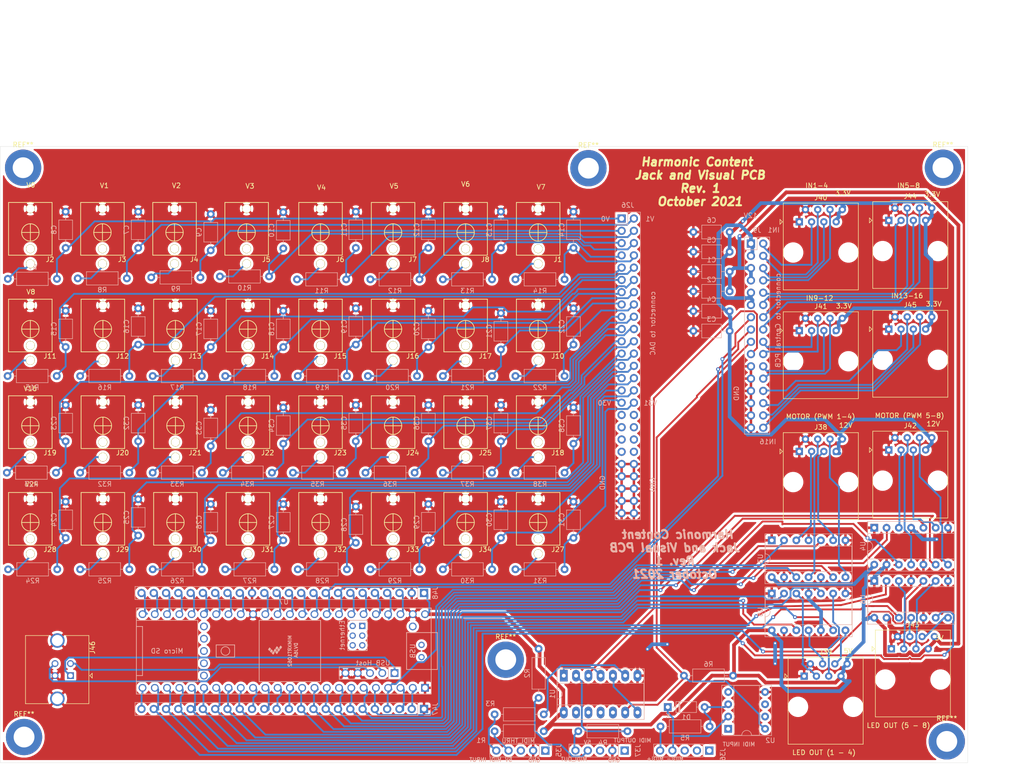
<source format=kicad_pcb>
(kicad_pcb (version 20171130) (host pcbnew "(5.1.4)-1")
  (layers (0 F.Cu signal hide) (31 B.Cu signal) (34 B.Paste user) (35 F.Paste user) (36 B.SilkS user) (37 F.SilkS user) (38 B.Mask user) (39 F.Mask user) (44 Edge.Cuts user))
  (net 0 "")
  (net 1 GND)
  (net 2 +5V)
  (net 3 "Net-(D1-Pad2)")
  (net 4 /MIDI_NEG)
  (net 5 V7)
  (net 6 "Net-(J1-Pad2)")
  (net 7 V0)
  (net 8 "Net-(J2-Pad2)")
  (net 9 V1)
  (net 10 "Net-(J3-Pad2)")
  (net 11 V2)
  (net 12 "Net-(J4-Pad2)")
  (net 13 V3)
  (net 14 "Net-(J5-Pad2)")
  (net 15 V4)
  (net 16 "Net-(J6-Pad2)")
  (net 17 V5)
  (net 18 "Net-(J7-Pad2)")
  (net 19 V6)
  (net 20 "Net-(J8-Pad2)")
  (net 21 IN16)
  (net 22 IN15)
  (net 23 IN14)
  (net 24 IN13)
  (net 25 IN12)
  (net 26 IN11)
  (net 27 IN10)
  (net 28 MIDITRANS)
  (net 29 IN9)
  (net 30 MIDIREC)
  (net 31 IN8)
  (net 32 SDA)
  (net 33 IN7)
  (net 34 SCL)
  (net 35 IN6)
  (net 36 +3V3)
  (net 37 IN5)
  (net 38 IN4)
  (net 39 IN3)
  (net 40 IN2)
  (net 41 +12V)
  (net 42 IN1)
  (net 43 V15)
  (net 44 "Net-(J10-Pad2)")
  (net 45 V8)
  (net 46 "Net-(J11-Pad2)")
  (net 47 V9)
  (net 48 "Net-(J12-Pad2)")
  (net 49 V10)
  (net 50 "Net-(J13-Pad2)")
  (net 51 V11)
  (net 52 "Net-(J14-Pad2)")
  (net 53 V12)
  (net 54 "Net-(J15-Pad2)")
  (net 55 V13)
  (net 56 "Net-(J16-Pad2)")
  (net 57 V14)
  (net 58 "Net-(J17-Pad2)")
  (net 59 V23)
  (net 60 "Net-(J18-Pad2)")
  (net 61 V16)
  (net 62 "Net-(J19-Pad2)")
  (net 63 V17)
  (net 64 "Net-(J20-Pad2)")
  (net 65 V18)
  (net 66 "Net-(J21-Pad2)")
  (net 67 V19)
  (net 68 "Net-(J22-Pad2)")
  (net 69 V20)
  (net 70 "Net-(J23-Pad2)")
  (net 71 V21)
  (net 72 "Net-(J24-Pad2)")
  (net 73 V22)
  (net 74 "Net-(J25-Pad2)")
  (net 75 V31)
  (net 76 "Net-(J27-Pad2)")
  (net 77 V24)
  (net 78 "Net-(J28-Pad2)")
  (net 79 V25)
  (net 80 "Net-(J29-Pad2)")
  (net 81 V26)
  (net 82 "Net-(J30-Pad2)")
  (net 83 V27)
  (net 84 "Net-(J31-Pad2)")
  (net 85 V28)
  (net 86 V29)
  (net 87 V30)
  (net 88 "Net-(J34-Pad2)")
  (net 89 /MIDI_POS)
  (net 90 MOTOR4)
  (net 91 MOTOR3)
  (net 92 MOTOR2)
  (net 93 MOTOR1)
  (net 94 LED4)
  (net 95 LED3)
  (net 96 LED2)
  (net 97 LED1)
  (net 98 MOTOR8)
  (net 99 MOTOR7)
  (net 100 MOTOR6)
  (net 101 MOTOR5)
  (net 102 LED8)
  (net 103 LED7)
  (net 104 LED6)
  (net 105 LED5)
  (net 106 "Net-(U1-Pad1)")
  (net 107 PWMOUT4)
  (net 108 PWMOUT2)
  (net 109 PWMOUT3)
  (net 110 PWMOUT1)
  (net 111 PWMOUT8)
  (net 112 PWMOUT6)
  (net 113 PWMOUT7)
  (net 114 PWMOUT5)
  (net 115 LEDOUT4)
  (net 116 LEDOUT2)
  (net 117 LEDOUT3)
  (net 118 LEDOUT1)
  (net 119 LEDOUT8)
  (net 120 LEDOUT6)
  (net 121 LEDOUT7)
  (net 122 LEDOUT5)
  (net 123 "Net-(U1-Pad5)")
  (net 124 "Net-(J35-Pad1)")
  (net 125 "Net-(J35-Pad3)")
  (net 126 VDAC1)
  (net 127 VDAC0)
  (net 128 VDAC2)
  (net 129 VDAC3)
  (net 130 VDAC4)
  (net 131 VDAC5)
  (net 132 VDAC6)
  (net 133 VDAC7)
  (net 134 VDAC8)
  (net 135 VDAC9)
  (net 136 VDAC10)
  (net 137 VDAC11)
  (net 138 VDAC12)
  (net 139 VDAC13)
  (net 140 VDAC14)
  (net 141 VDAC15)
  (net 142 VDAC16)
  (net 143 VDAC24)
  (net 144 VDAC25)
  (net 145 VDAC26)
  (net 146 VDAC27)
  (net 147 VDAC28)
  (net 148 VDAC29)
  (net 149 VDAC30)
  (net 150 VDAC31)
  (net 151 VDAC17)
  (net 152 VDAC18)
  (net 153 VDAC19)
  (net 154 VDAC20)
  (net 155 VDAC21)
  (net 156 VDAC22)
  (net 157 VDAC23)
  (net 158 "Net-(J26-Pad40)")
  (net 159 "Net-(J26-Pad39)")
  (net 160 "Net-(J26-Pad38)")
  (net 161 "Net-(J26-Pad37)")
  (net 162 "Net-(J26-Pad36)")
  (net 163 "Net-(J26-Pad35)")
  (net 164 "Net-(J26-Pad34)")
  (net 165 "Net-(J26-Pad33)")
  (net 166 "Net-(J32-Pad2)")
  (net 167 "Net-(J33-Pad2)")
  (net 168 "Net-(J35-Pad5)")
  (net 169 "Net-(J35-Pad4)")
  (net 170 "Net-(J36-Pad3)")
  (net 171 "Net-(J36-Pad2)")
  (net 172 "Net-(J36-Pad1)")
  (net 173 "Net-(J37-Pad5)")
  (net 174 "Net-(J37-Pad4)")
  (net 175 "Net-(J37-Pad3)")
  (net 176 "Net-(J37-Pad1)")
  (net 177 "Net-(J46-Pad2)")
  (net 178 "Net-(J46-Pad1)")
  (net 179 "Net-(J46-Pad3)")
  (net 180 "Net-(R3-Pad2)")
  (net 181 "Net-(R4-Pad2)")
  (net 182 "Net-(U2-Pad4)")
  (net 183 "Net-(U2-Pad7)")
  (net 184 "Net-(U2-Pad6)")
  (net 185 "Net-(U2-Pad1)")
  (net 186 "Net-(U7-Pad66)")
  (net 187 "Net-(U7-Pad67)")
  (net 188 "Net-(U7-Pad54)")
  (net 189 "Net-(U7-Pad53)")
  (net 190 "Net-(U7-Pad52)")
  (net 191 "Net-(U7-Pad51)")
  (net 192 "Net-(U7-Pad50)")
  (net 193 "Net-(U7-Pad62)")
  (net 194 "Net-(U7-Pad63)")
  (net 195 "Net-(U7-Pad64)")
  (net 196 "Net-(U7-Pad61)")
  (net 197 "Net-(U7-Pad65)")
  (net 198 "Net-(U7-Pad60)")
  (net 199 "Net-(U7-Pad49)")
  (net 200 "Net-(J47-Pad24)")
  (net 201 "Net-(J47-Pad15)")
  (net 202 "Net-(J47-Pad14)")
  (net 203 "Net-(J47-Pad13)")
  (net 204 "Net-(J47-Pad12)")
  (net 205 "Net-(J47-Pad3)")
  (net 206 "Net-(J47-Pad2)")
  (net 207 "Net-(J48-Pad24)")
  (net 208 "Net-(J48-Pad23)")
  (net 209 "Net-(J48-Pad22)")
  (net 210 "Net-(J48-Pad21)")
  (net 211 "Net-(J48-Pad20)")
  (net 212 "Net-(J48-Pad19)")
  (net 213 "Net-(J48-Pad18)")
  (net 214 "Net-(J48-Pad17)")
  (net 215 "Net-(J48-Pad16)")
  (net 216 "Net-(J48-Pad14)")
  (net 217 "Net-(J48-Pad13)")
  (net 218 "Net-(J48-Pad12)")
  (net 219 "Net-(J48-Pad11)")
  (net 220 "Net-(J48-Pad10)")
  (net 221 "Net-(J48-Pad7)")
  (net 222 "Net-(J48-Pad6)")
  (net 223 "Net-(J48-Pad5)")
  (net 224 "Net-(J48-Pad4)")
  (net 225 "Net-(J48-Pad3)")
  (module MountingHole:MountingHole_4.3mm_M4_DIN965_Pad (layer F.Cu) (at 147 138.7)
    (fp_text reference REF** (at 0 -4.75) (layer F.SilkS))
    (fp_text value MountingHole_4.3mm_M4_DIN965_Pad)
    (pad 1 thru_hole circle (at 0 0) (size 7.5 7.5) (drill 4.3) (layers *.Cu *.Mask))
  )
  (module MountingHole:MountingHole_4.3mm_M4_DIN965_Pad (layer F.Cu) (at 238.2 155.6)
    (fp_text reference REF** (at 0 -4.75) (layer F.SilkS))
    (fp_text value MountingHole_4.3mm_M4_DIN965_Pad)
    (pad 1 thru_hole circle (at 0 0) (size 7.5 7.5) (drill 4.3) (layers *.Cu *.Mask))
  )
  (module MountingHole:MountingHole_4.3mm_M4_DIN965_Pad (layer F.Cu) (at 47.4 154.7)
    (fp_text reference REF** (at 0 -4.75) (layer F.SilkS))
    (fp_text value MountingHole_4.3mm_M4_DIN965_Pad)
    (pad 1 thru_hole circle (at 0 0) (size 7.5 7.5) (drill 4.3) (layers *.Cu *.Mask))
  )
  (module MountingHole:MountingHole_4.3mm_M4_DIN965_Pad (layer F.Cu) (at 164.1 37)
    (fp_text reference REF** (at 0 -4.75) (layer F.SilkS))
    (fp_text value MountingHole_4.3mm_M4_DIN965_Pad)
    (pad 1 thru_hole circle (at 0 0) (size 7.5 7.5) (drill 4.3) (layers *.Cu *.Mask))
  )
  (module MountingHole:MountingHole_4.3mm_M4_DIN965_Pad (layer F.Cu) (at 47.2 36.9)
    (fp_text reference REF** (at 0 -4.75) (layer F.SilkS))
    (fp_text value MountingHole_4.3mm_M4_DIN965_Pad)
    (pad 1 thru_hole circle (at 0 0) (size 7.5 7.5) (drill 4.3) (layers *.Cu *.Mask))
  )
  (module MountingHole:MountingHole_4.3mm_M4_DIN965_Pad (layer F.Cu) (at 237.4 36.9)
    (fp_text reference REF** (at 0 -4.75) (layer F.SilkS))
    (fp_text value MountingHole_4.3mm_M4_DIN965_Pad)
    (pad 1 thru_hole circle (at 0 0) (size 7.5 7.5) (drill 4.3) (layers *.Cu *.Mask))
  )
  (module teensy2:Teensy41 (layer B.Cu) (at 101.1 136.9 180)
    (fp_text reference U7 (at 0 10.16 180) (layer B.SilkS) (effects (justify mirror)))
    (fp_text value Teensy4.1)
    (fp_text user "USB Host" (at -18.4658 -2.4892 180) (layer B.SilkS) (effects (justify mirror)))
    (fp_text user Ethernet (at -12.065 3.2766 90) (layer B.SilkS) (effects (justify mirror)))
    (fp_text user USB (at -26.67 0 270) (layer B.SilkS) (effects (justify mirror)))
    (fp_text user "Micro SD" (at 24.13 0 180) (layer B.SilkS) (effects (justify mirror)))
    (fp_text user MIMXRT1062 (at -1.27 0 270) (layer B.SilkS) (effects (font (size 0.7 0.7)) (justify mirror)))
    (fp_text user DVJ6A (at -2.54 0.18 270) (layer B.SilkS) (effects (font (size 0.7 0.7)) (justify mirror)))
    (pad 66 thru_hole circle (at -28.48 1.27 180) (size 1.3 1.3) (drill 0.8) (layers *.Cu *.Mask) (net 186 "Net-(U7-Pad66)"))
    (pad 67 thru_hole circle (at -28.48 -1.27 180) (size 1.3 1.3) (drill 0.8) (layers *.Cu *.Mask) (net 187 "Net-(U7-Pad67)"))
    (pad 54 thru_hole circle (at 16.51 5.08 180) (size 1.6 1.6) (drill 1.1) (layers *.Cu *.Mask) (net 188 "Net-(U7-Pad54)"))
    (pad 53 thru_hole circle (at 16.51 2.54 180) (size 1.6 1.6) (drill 1.1) (layers *.Cu *.Mask) (net 189 "Net-(U7-Pad53)"))
    (pad 52 thru_hole circle (at 16.51 0 180) (size 1.6 1.6) (drill 1.1) (layers *.Cu *.Mask) (net 190 "Net-(U7-Pad52)"))
    (pad 51 thru_hole circle (at 16.51 -2.54 180) (size 1.6 1.6) (drill 1.1) (layers *.Cu *.Mask) (net 191 "Net-(U7-Pad51)"))
    (pad 50 thru_hole circle (at 16.51 -5.08 180) (size 1.6 1.6) (drill 1.1) (layers *.Cu *.Mask) (net 192 "Net-(U7-Pad50)"))
    (pad 62 thru_hole circle (at -16.24 1.1816 180) (size 1.3 1.3) (drill 0.8) (layers *.Cu *.Mask) (net 193 "Net-(U7-Pad62)"))
    (pad 63 thru_hole circle (at -14.24 1.1816 180) (size 1.3 1.3) (drill 0.8) (layers *.Cu *.Mask) (net 194 "Net-(U7-Pad63)"))
    (pad 64 thru_hole circle (at -14.24 3.1816 180) (size 1.3 1.3) (drill 0.8) (layers *.Cu *.Mask) (net 195 "Net-(U7-Pad64)"))
    (pad 61 thru_hole circle (at -16.24 3.1816 180) (size 1.3 1.3) (drill 0.8) (layers *.Cu *.Mask) (net 196 "Net-(U7-Pad61)"))
    (pad 65 thru_hole circle (at -14.24 5.1816 180) (size 1.3 1.3) (drill 0.8) (layers *.Cu *.Mask) (net 197 "Net-(U7-Pad65)"))
    (pad 60 thru_hole rect (at -16.24 5.1816 180) (size 1.3 1.3) (drill 0.8) (layers *.Cu *.Mask) (net 198 "Net-(U7-Pad60)"))
    (pad 17 thru_hole circle (at 11.43 -7.62 180) (size 1.6 1.6) (drill 1.1) (layers *.Cu *.Mask) (net 116 LEDOUT2))
    (pad 18 thru_hole circle (at 13.97 -7.62 180) (size 1.6 1.6) (drill 1.1) (layers *.Cu *.Mask) (net 117 LEDOUT3))
    (pad 19 thru_hole circle (at 16.51 -7.62 180) (size 1.6 1.6) (drill 1.1) (layers *.Cu *.Mask) (net 115 LEDOUT4))
    (pad 20 thru_hole circle (at 19.05 -7.62 180) (size 1.6 1.6) (drill 1.1) (layers *.Cu *.Mask) (net 122 LEDOUT5))
    (pad 16 thru_hole circle (at 8.89 -7.62 180) (size 1.6 1.6) (drill 1.1) (layers *.Cu *.Mask) (net 118 LEDOUT1))
    (pad 15 thru_hole circle (at 6.35 -7.62 180) (size 1.6 1.6) (drill 1.1) (layers *.Cu *.Mask) (net 201 "Net-(J47-Pad15)"))
    (pad 14 thru_hole circle (at 3.81 -7.62 180) (size 1.6 1.6) (drill 1.1) (layers *.Cu *.Mask) (net 202 "Net-(J47-Pad14)"))
    (pad 21 thru_hole circle (at 21.59 -7.62 180) (size 1.6 1.6) (drill 1.1) (layers *.Cu *.Mask) (net 120 LEDOUT6))
    (pad 22 thru_hole circle (at 24.13 -7.62 180) (size 1.6 1.6) (drill 1.1) (layers *.Cu *.Mask) (net 121 LEDOUT7))
    (pad 23 thru_hole circle (at 26.67 -7.62 180) (size 1.6 1.6) (drill 1.1) (layers *.Cu *.Mask) (net 119 LEDOUT8))
    (pad 24 thru_hole circle (at 29.21 -7.62 180) (size 1.6 1.6) (drill 1.1) (layers *.Cu *.Mask) (net 200 "Net-(J47-Pad24)"))
    (pad 25 thru_hole circle (at 29.21 7.62 180) (size 1.6 1.6) (drill 1.1) (layers *.Cu *.Mask) (net 207 "Net-(J48-Pad24)"))
    (pad 26 thru_hole circle (at 26.67 7.62 180) (size 1.6 1.6) (drill 1.1) (layers *.Cu *.Mask) (net 208 "Net-(J48-Pad23)"))
    (pad 27 thru_hole circle (at 24.13 7.62 180) (size 1.6 1.6) (drill 1.1) (layers *.Cu *.Mask) (net 209 "Net-(J48-Pad22)"))
    (pad 28 thru_hole circle (at 21.59 7.62 180) (size 1.6 1.6) (drill 1.1) (layers *.Cu *.Mask) (net 210 "Net-(J48-Pad21)"))
    (pad 29 thru_hole circle (at 19.05 7.62 180) (size 1.6 1.6) (drill 1.1) (layers *.Cu *.Mask) (net 211 "Net-(J48-Pad20)"))
    (pad 30 thru_hole circle (at 16.51 7.62 180) (size 1.6 1.6) (drill 1.1) (layers *.Cu *.Mask) (net 212 "Net-(J48-Pad19)"))
    (pad 31 thru_hole circle (at 13.97 7.62 180) (size 1.6 1.6) (drill 1.1) (layers *.Cu *.Mask) (net 213 "Net-(J48-Pad18)"))
    (pad 32 thru_hole circle (at 11.43 7.62 180) (size 1.6 1.6) (drill 1.1) (layers *.Cu *.Mask) (net 214 "Net-(J48-Pad17)"))
    (pad 33 thru_hole circle (at 8.89 7.62 180) (size 1.6 1.6) (drill 1.1) (layers *.Cu *.Mask) (net 215 "Net-(J48-Pad16)"))
    (pad 34 thru_hole circle (at 6.35 7.62 180) (size 1.6 1.6) (drill 1.1) (layers *.Cu *.Mask) (net 1 GND))
    (pad 13 thru_hole circle (at 1.27 -7.62 180) (size 1.6 1.6) (drill 1.1) (layers *.Cu *.Mask) (net 203 "Net-(J47-Pad13)"))
    (pad 12 thru_hole circle (at -1.27 -7.62 180) (size 1.6 1.6) (drill 1.1) (layers *.Cu *.Mask) (net 204 "Net-(J47-Pad12)"))
    (pad 11 thru_hole circle (at -3.81 -7.62 180) (size 1.6 1.6) (drill 1.1) (layers *.Cu *.Mask) (net 111 PWMOUT8))
    (pad 10 thru_hole circle (at -6.35 -7.62 180) (size 1.6 1.6) (drill 1.1) (layers *.Cu *.Mask) (net 113 PWMOUT7))
    (pad 9 thru_hole circle (at -8.89 -7.62 180) (size 1.6 1.6) (drill 1.1) (layers *.Cu *.Mask) (net 112 PWMOUT6))
    (pad 8 thru_hole circle (at -11.43 -7.62 180) (size 1.6 1.6) (drill 1.1) (layers *.Cu *.Mask) (net 114 PWMOUT5))
    (pad 7 thru_hole circle (at -13.97 -7.62 180) (size 1.6 1.6) (drill 1.1) (layers *.Cu *.Mask) (net 107 PWMOUT4))
    (pad 6 thru_hole circle (at -16.51 -7.62 180) (size 1.6 1.6) (drill 1.1) (layers *.Cu *.Mask) (net 109 PWMOUT3))
    (pad 5 thru_hole circle (at -19.05 -7.62 180) (size 1.6 1.6) (drill 1.1) (layers *.Cu *.Mask) (net 108 PWMOUT2))
    (pad 4 thru_hole circle (at -21.59 -7.62 180) (size 1.6 1.6) (drill 1.1) (layers *.Cu *.Mask) (net 110 PWMOUT1))
    (pad 3 thru_hole circle (at -24.13 -7.62 180) (size 1.6 1.6) (drill 1.1) (layers *.Cu *.Mask) (net 205 "Net-(J47-Pad3)"))
    (pad 2 thru_hole circle (at -26.67 -7.62 180) (size 1.6 1.6) (drill 1.1) (layers *.Cu *.Mask) (net 206 "Net-(J47-Pad2)"))
    (pad 1 thru_hole rect (at -29.21 -7.62 180) (size 1.6 1.6) (drill 1.1) (layers *.Cu *.Mask) (net 1 GND))
    (pad 35 thru_hole circle (at 3.81 7.62 180) (size 1.6 1.6) (drill 1.1) (layers *.Cu *.Mask) (net 216 "Net-(J48-Pad14)"))
    (pad 36 thru_hole circle (at 1.27 7.62 180) (size 1.6 1.6) (drill 1.1) (layers *.Cu *.Mask) (net 217 "Net-(J48-Pad13)"))
    (pad 37 thru_hole circle (at -1.27 7.62 180) (size 1.6 1.6) (drill 1.1) (layers *.Cu *.Mask) (net 218 "Net-(J48-Pad12)"))
    (pad 38 thru_hole circle (at -3.81 7.62 180) (size 1.6 1.6) (drill 1.1) (layers *.Cu *.Mask) (net 219 "Net-(J48-Pad11)"))
    (pad 39 thru_hole circle (at -6.35 7.62 180) (size 1.6 1.6) (drill 1.1) (layers *.Cu *.Mask) (net 220 "Net-(J48-Pad10)"))
    (pad 40 thru_hole circle (at -8.89 7.62 180) (size 1.6 1.6) (drill 1.1) (layers *.Cu *.Mask) (net 32 SDA))
    (pad 41 thru_hole circle (at -11.43 7.62 180) (size 1.6 1.6) (drill 1.1) (layers *.Cu *.Mask) (net 34 SCL))
    (pad 42 thru_hole circle (at -13.97 7.62 180) (size 1.6 1.6) (drill 1.1) (layers *.Cu *.Mask) (net 221 "Net-(J48-Pad7)"))
    (pad 43 thru_hole circle (at -16.51 7.62 180) (size 1.6 1.6) (drill 1.1) (layers *.Cu *.Mask) (net 222 "Net-(J48-Pad6)"))
    (pad 44 thru_hole circle (at -19.05 7.62 180) (size 1.6 1.6) (drill 1.1) (layers *.Cu *.Mask) (net 223 "Net-(J48-Pad5)"))
    (pad 45 thru_hole circle (at -21.59 7.62 180) (size 1.6 1.6) (drill 1.1) (layers *.Cu *.Mask) (net 224 "Net-(J48-Pad4)"))
    (pad 46 thru_hole circle (at -24.13 7.62 180) (size 1.6 1.6) (drill 1.1) (layers *.Cu *.Mask) (net 225 "Net-(J48-Pad3)"))
    (pad 47 thru_hole circle (at -26.67 7.62 180) (size 1.6 1.6) (drill 1.1) (layers *.Cu *.Mask) (net 1 GND))
    (pad 48 thru_hole circle (at -29.21 7.62 180) (size 1.6 1.6) (drill 1.1) (layers *.Cu *.Mask) (net 2 +5V))
    (pad 55 thru_hole rect (at -22.9108 -4.5692 180) (size 1.6 1.6) (drill 1.1) (layers *.Cu *.Mask) (net 178 "Net-(J46-Pad1)"))
    (pad 56 thru_hole circle (at -20.3708 -4.5692 180) (size 1.6 1.6) (drill 1.1) (layers *.Cu *.Mask) (net 177 "Net-(J46-Pad2)"))
    (pad 57 thru_hole circle (at -17.8308 -4.5692 180) (size 1.6 1.6) (drill 1.1) (layers *.Cu *.Mask) (net 179 "Net-(J46-Pad3)"))
    (pad 58 thru_hole circle (at -15.2908 -4.5692 180) (size 1.6 1.6) (drill 1.1) (layers *.Cu *.Mask) (net 1 GND))
    (pad 59 thru_hole circle (at -12.7508 -4.5692 180) (size 1.6 1.6) (drill 1.1) (layers *.Cu *.Mask) (net 1 GND))
    (pad 49 thru_hole circle (at -26.67 5.08 180) (size 1.6 1.6) (drill 1.1) (layers *.Cu *.Mask) (net 199 "Net-(U7-Pad49)"))
  )
  (module Connector_PinHeader_2.54mm:PinHeader_1x24_P2.54mm_Vertical (layer B.Cu) (at 130.1 148.9 90)
    (fp_text reference J47 (at 0 2.33 270) (layer B.SilkS) (effects (justify mirror)))
    (fp_text value Conn_01x24)
    (pad 24 thru_hole oval (at 0 -58.42 90) (size 1.7 1.7) (drill 1) (layers *.Cu *.Mask) (net 200 "Net-(J47-Pad24)"))
    (pad 23 thru_hole oval (at 0 -55.88 90) (size 1.7 1.7) (drill 1) (layers *.Cu *.Mask) (net 119 LEDOUT8))
    (pad 22 thru_hole oval (at 0 -53.34 90) (size 1.7 1.7) (drill 1) (layers *.Cu *.Mask) (net 121 LEDOUT7))
    (pad 21 thru_hole oval (at 0 -50.8 90) (size 1.7 1.7) (drill 1) (layers *.Cu *.Mask) (net 120 LEDOUT6))
    (pad 20 thru_hole oval (at 0 -48.26 90) (size 1.7 1.7) (drill 1) (layers *.Cu *.Mask) (net 122 LEDOUT5))
    (pad 19 thru_hole oval (at 0 -45.72 90) (size 1.7 1.7) (drill 1) (layers *.Cu *.Mask) (net 115 LEDOUT4))
    (pad 18 thru_hole oval (at 0 -43.18 90) (size 1.7 1.7) (drill 1) (layers *.Cu *.Mask) (net 117 LEDOUT3))
    (pad 17 thru_hole oval (at 0 -40.64 90) (size 1.7 1.7) (drill 1) (layers *.Cu *.Mask) (net 116 LEDOUT2))
    (pad 16 thru_hole oval (at 0 -38.1 90) (size 1.7 1.7) (drill 1) (layers *.Cu *.Mask) (net 118 LEDOUT1))
    (pad 15 thru_hole oval (at 0 -35.56 90) (size 1.7 1.7) (drill 1) (layers *.Cu *.Mask) (net 201 "Net-(J47-Pad15)"))
    (pad 14 thru_hole oval (at 0 -33.02 90) (size 1.7 1.7) (drill 1) (layers *.Cu *.Mask) (net 202 "Net-(J47-Pad14)"))
    (pad 13 thru_hole oval (at 0 -30.48 90) (size 1.7 1.7) (drill 1) (layers *.Cu *.Mask) (net 203 "Net-(J47-Pad13)"))
    (pad 12 thru_hole oval (at 0 -27.94 90) (size 1.7 1.7) (drill 1) (layers *.Cu *.Mask) (net 204 "Net-(J47-Pad12)"))
    (pad 11 thru_hole oval (at 0 -25.4 90) (size 1.7 1.7) (drill 1) (layers *.Cu *.Mask) (net 111 PWMOUT8))
    (pad 10 thru_hole oval (at 0 -22.86 90) (size 1.7 1.7) (drill 1) (layers *.Cu *.Mask) (net 113 PWMOUT7))
    (pad 9 thru_hole oval (at 0 -20.32 90) (size 1.7 1.7) (drill 1) (layers *.Cu *.Mask) (net 112 PWMOUT6))
    (pad 8 thru_hole oval (at 0 -17.78 90) (size 1.7 1.7) (drill 1) (layers *.Cu *.Mask) (net 114 PWMOUT5))
    (pad 7 thru_hole oval (at 0 -15.24 90) (size 1.7 1.7) (drill 1) (layers *.Cu *.Mask) (net 107 PWMOUT4))
    (pad 6 thru_hole oval (at 0 -12.7 90) (size 1.7 1.7) (drill 1) (layers *.Cu *.Mask) (net 109 PWMOUT3))
    (pad 5 thru_hole oval (at 0 -10.16 90) (size 1.7 1.7) (drill 1) (layers *.Cu *.Mask) (net 108 PWMOUT2))
    (pad 4 thru_hole oval (at 0 -7.62 90) (size 1.7 1.7) (drill 1) (layers *.Cu *.Mask) (net 110 PWMOUT1))
    (pad 3 thru_hole oval (at 0 -5.08 90) (size 1.7 1.7) (drill 1) (layers *.Cu *.Mask) (net 205 "Net-(J47-Pad3)"))
    (pad 2 thru_hole oval (at 0 -2.54 90) (size 1.7 1.7) (drill 1) (layers *.Cu *.Mask) (net 206 "Net-(J47-Pad2)"))
    (pad 1 thru_hole rect (at 0 0 90) (size 1.7 1.7) (drill 1) (layers *.Cu *.Mask) (net 1 GND))
  )
  (module Connector_PinHeader_2.54mm:PinHeader_1x24_P2.54mm_Vertical (layer B.Cu) (at 130.1 124.9 90)
    (fp_text reference J48 (at 0 2.33 -90) (layer B.SilkS) (effects (justify mirror)))
    (fp_text value Conn_01x24)
    (pad 24 thru_hole oval (at 0 -58.42 90) (size 1.7 1.7) (drill 1) (layers *.Cu *.Mask) (net 207 "Net-(J48-Pad24)"))
    (pad 23 thru_hole oval (at 0 -55.88 90) (size 1.7 1.7) (drill 1) (layers *.Cu *.Mask) (net 208 "Net-(J48-Pad23)"))
    (pad 22 thru_hole oval (at 0 -53.34 90) (size 1.7 1.7) (drill 1) (layers *.Cu *.Mask) (net 209 "Net-(J48-Pad22)"))
    (pad 21 thru_hole oval (at 0 -50.8 90) (size 1.7 1.7) (drill 1) (layers *.Cu *.Mask) (net 210 "Net-(J48-Pad21)"))
    (pad 20 thru_hole oval (at 0 -48.26 90) (size 1.7 1.7) (drill 1) (layers *.Cu *.Mask) (net 211 "Net-(J48-Pad20)"))
    (pad 19 thru_hole oval (at 0 -45.72 90) (size 1.7 1.7) (drill 1) (layers *.Cu *.Mask) (net 212 "Net-(J48-Pad19)"))
    (pad 18 thru_hole oval (at 0 -43.18 90) (size 1.7 1.7) (drill 1) (layers *.Cu *.Mask) (net 213 "Net-(J48-Pad18)"))
    (pad 17 thru_hole oval (at 0 -40.64 90) (size 1.7 1.7) (drill 1) (layers *.Cu *.Mask) (net 214 "Net-(J48-Pad17)"))
    (pad 16 thru_hole oval (at 0 -38.1 90) (size 1.7 1.7) (drill 1) (layers *.Cu *.Mask) (net 215 "Net-(J48-Pad16)"))
    (pad 15 thru_hole oval (at 0 -35.56 90) (size 1.7 1.7) (drill 1) (layers *.Cu *.Mask) (net 1 GND))
    (pad 14 thru_hole oval (at 0 -33.02 90) (size 1.7 1.7) (drill 1) (layers *.Cu *.Mask) (net 216 "Net-(J48-Pad14)"))
    (pad 13 thru_hole oval (at 0 -30.48 90) (size 1.7 1.7) (drill 1) (layers *.Cu *.Mask) (net 217 "Net-(J48-Pad13)"))
    (pad 12 thru_hole oval (at 0 -27.94 90) (size 1.7 1.7) (drill 1) (layers *.Cu *.Mask) (net 218 "Net-(J48-Pad12)"))
    (pad 11 thru_hole oval (at 0 -25.4 90) (size 1.7 1.7) (drill 1) (layers *.Cu *.Mask) (net 219 "Net-(J48-Pad11)"))
    (pad 10 thru_hole oval (at 0 -22.86 90) (size 1.7 1.7) (drill 1) (layers *.Cu *.Mask) (net 220 "Net-(J48-Pad10)"))
    (pad 9 thru_hole oval (at 0 -20.32 90) (size 1.7 1.7) (drill 1) (layers *.Cu *.Mask) (net 32 SDA))
    (pad 8 thru_hole oval (at 0 -17.78 90) (size 1.7 1.7) (drill 1) (layers *.Cu *.Mask) (net 34 SCL))
    (pad 7 thru_hole oval (at 0 -15.24 90) (size 1.7 1.7) (drill 1) (layers *.Cu *.Mask) (net 221 "Net-(J48-Pad7)"))
    (pad 6 thru_hole oval (at 0 -12.7 90) (size 1.7 1.7) (drill 1) (layers *.Cu *.Mask) (net 222 "Net-(J48-Pad6)"))
    (pad 5 thru_hole oval (at 0 -10.16 90) (size 1.7 1.7) (drill 1) (layers *.Cu *.Mask) (net 223 "Net-(J48-Pad5)"))
    (pad 4 thru_hole oval (at 0 -7.62 90) (size 1.7 1.7) (drill 1) (layers *.Cu *.Mask) (net 224 "Net-(J48-Pad4)"))
    (pad 3 thru_hole oval (at 0 -5.08 90) (size 1.7 1.7) (drill 1) (layers *.Cu *.Mask) (net 225 "Net-(J48-Pad3)"))
    (pad 2 thru_hole oval (at 0 -2.54 90) (size 1.7 1.7) (drill 1) (layers *.Cu *.Mask) (net 1 GND))
    (pad 1 thru_hole rect (at 0 0 90) (size 1.7 1.7) (drill 1) (layers *.Cu *.Mask) (net 2 +5V))
  )
  (module Connector_RJ:RJ45_Amphenol_54602-x08_Horizontal (layer F.Cu) (at 207.7 95.6)
    (fp_text reference J38 (at 4.445 -5) (layer F.SilkS))
    (fp_text value RJ45)
    (pad 8 thru_hole circle (at 8.89 -2.54) (size 1.5 1.5) (drill 0.76) (layers *.Cu *.Mask) (net 41 +12V))
    (pad 7 thru_hole circle (at 7.62 0) (size 1.5 1.5) (drill 0.76) (layers *.Cu *.Mask) (net 41 +12V))
    (pad 6 thru_hole circle (at 6.35 -2.54) (size 1.5 1.5) (drill 0.76) (layers *.Cu *.Mask) (net 90 MOTOR4))
    (pad 5 thru_hole circle (at 5.08 0) (size 1.5 1.5) (drill 0.76) (layers *.Cu *.Mask) (net 91 MOTOR3))
    (pad 4 thru_hole circle (at 3.81 -2.54) (size 1.5 1.5) (drill 0.76) (layers *.Cu *.Mask) (net 92 MOTOR2))
    (pad 3 thru_hole circle (at 2.54 0) (size 1.5 1.5) (drill 0.76) (layers *.Cu *.Mask) (net 93 MOTOR1))
    (pad 2 thru_hole circle (at 1.27 -2.54) (size 1.5 1.5) (drill 0.76) (layers *.Cu *.Mask) (net 1 GND))
    (pad 1 thru_hole rect (at 0 0) (size 1.5 1.5) (drill 0.76) (layers *.Cu *.Mask) (net 1 GND))
    (pad "" np_thru_hole circle (at -1.27 6.35) (size 3.2 3.2) (drill 3.2) (layers *.Cu *.Mask))
    (pad "" np_thru_hole circle (at 10.16 6.35) (size 3.2 3.2) (drill 3.2) (layers *.Cu *.Mask))
  )
  (module Package_DIP:DIP-14_W7.62mm_Socket (layer B.Cu) (at 202 114 270)
    (fp_text reference U3 (at 3.81 2.33 270) (layer B.SilkS) (effects (justify mirror)))
    (fp_text value 74125)
    (pad 14 thru_hole oval (at 7.62 0 270) (size 1.6 1.6) (drill 0.8) (layers *.Cu *.Mask) (net 2 +5V))
    (pad 7 thru_hole oval (at 0 -15.24 270) (size 1.6 1.6) (drill 0.8) (layers *.Cu *.Mask) (net 1 GND))
    (pad 13 thru_hole oval (at 7.62 -2.54 270) (size 1.6 1.6) (drill 0.8) (layers *.Cu *.Mask) (net 1 GND))
    (pad 6 thru_hole oval (at 0 -12.7 270) (size 1.6 1.6) (drill 0.8) (layers *.Cu *.Mask) (net 91 MOTOR3))
    (pad 12 thru_hole oval (at 7.62 -5.08 270) (size 1.6 1.6) (drill 0.8) (layers *.Cu *.Mask) (net 108 PWMOUT2))
    (pad 5 thru_hole oval (at 0 -10.16 270) (size 1.6 1.6) (drill 0.8) (layers *.Cu *.Mask) (net 109 PWMOUT3))
    (pad 11 thru_hole oval (at 7.62 -7.62 270) (size 1.6 1.6) (drill 0.8) (layers *.Cu *.Mask) (net 92 MOTOR2))
    (pad 4 thru_hole oval (at 0 -7.62 270) (size 1.6 1.6) (drill 0.8) (layers *.Cu *.Mask) (net 1 GND))
    (pad 10 thru_hole oval (at 7.62 -10.16 270) (size 1.6 1.6) (drill 0.8) (layers *.Cu *.Mask) (net 1 GND))
    (pad 3 thru_hole oval (at 0 -5.08 270) (size 1.6 1.6) (drill 0.8) (layers *.Cu *.Mask) (net 93 MOTOR1))
    (pad 9 thru_hole oval (at 7.62 -12.7 270) (size 1.6 1.6) (drill 0.8) (layers *.Cu *.Mask) (net 107 PWMOUT4))
    (pad 2 thru_hole oval (at 0 -2.54 270) (size 1.6 1.6) (drill 0.8) (layers *.Cu *.Mask) (net 110 PWMOUT1))
    (pad 8 thru_hole oval (at 7.62 -15.24 270) (size 1.6 1.6) (drill 0.8) (layers *.Cu *.Mask) (net 90 MOTOR4))
    (pad 1 thru_hole rect (at 0 0 270) (size 1.6 1.6) (drill 0.8) (layers *.Cu *.Mask) (net 1 GND))
  )
  (module Capacitor_THT:C_Axial_L3.8mm_D2.6mm_P7.50mm_Horizontal (layer B.Cu) (at 56 86 270)
    (fp_text reference C23 (at 3.75 2.42 90) (layer B.SilkS) (effects (justify mirror)))
    (fp_text value .1uF)
    (pad 2 thru_hole oval (at 7.5 0 270) (size 1.6 1.6) (drill 0.8) (layers *.Cu *.Mask) (net 142 VDAC16))
    (pad 1 thru_hole circle (at 0 0 270) (size 1.6 1.6) (drill 0.8) (layers *.Cu *.Mask) (net 1 GND))
  )
  (module Resistor_THT:R_Axial_DIN0207_L6.3mm_D2.5mm_P10.16mm_Horizontal (layer B.Cu) (at 149 100)
    (fp_text reference R38 (at 5.08 2.37) (layer B.SilkS) (effects (justify mirror)))
    (fp_text value 1000)
    (pad 2 thru_hole oval (at 10.16 0) (size 1.6 1.6) (drill 0.8) (layers *.Cu *.Mask) (net 157 VDAC23))
    (pad 1 thru_hole circle (at 0 0) (size 1.6 1.6) (drill 0.8) (layers *.Cu *.Mask) (net 59 V23))
  )
  (module Resistor_THT:R_Axial_DIN0207_L6.3mm_D2.5mm_P10.16mm_Horizontal (layer B.Cu) (at 134 100)
    (fp_text reference R37 (at 5.08 2.37) (layer B.SilkS) (effects (justify mirror)))
    (fp_text value 1000)
    (pad 2 thru_hole oval (at 10.16 0) (size 1.6 1.6) (drill 0.8) (layers *.Cu *.Mask) (net 156 VDAC22))
    (pad 1 thru_hole circle (at 0 0) (size 1.6 1.6) (drill 0.8) (layers *.Cu *.Mask) (net 73 V22))
  )
  (module Resistor_THT:R_Axial_DIN0207_L6.3mm_D2.5mm_P10.16mm_Horizontal (layer B.Cu) (at 118 100)
    (fp_text reference R36 (at 5.08 2.37) (layer B.SilkS) (effects (justify mirror)))
    (fp_text value 1000)
    (pad 2 thru_hole oval (at 10.16 0) (size 1.6 1.6) (drill 0.8) (layers *.Cu *.Mask) (net 155 VDAC21))
    (pad 1 thru_hole circle (at 0 0) (size 1.6 1.6) (drill 0.8) (layers *.Cu *.Mask) (net 71 V21))
  )
  (module Resistor_THT:R_Axial_DIN0207_L6.3mm_D2.5mm_P10.16mm_Horizontal (layer B.Cu) (at 103 100)
    (fp_text reference R35 (at 5.08 2.37) (layer B.SilkS) (effects (justify mirror)))
    (fp_text value 1000)
    (pad 2 thru_hole oval (at 10.16 0) (size 1.6 1.6) (drill 0.8) (layers *.Cu *.Mask) (net 154 VDAC20))
    (pad 1 thru_hole circle (at 0 0) (size 1.6 1.6) (drill 0.8) (layers *.Cu *.Mask) (net 69 V20))
  )
  (module Resistor_THT:R_Axial_DIN0207_L6.3mm_D2.5mm_P10.16mm_Horizontal (layer B.Cu) (at 88.5 100)
    (fp_text reference R34 (at 5.08 2.37) (layer B.SilkS) (effects (justify mirror)))
    (fp_text value 1000)
    (pad 2 thru_hole oval (at 10.16 0) (size 1.6 1.6) (drill 0.8) (layers *.Cu *.Mask) (net 153 VDAC19))
    (pad 1 thru_hole circle (at 0 0) (size 1.6 1.6) (drill 0.8) (layers *.Cu *.Mask) (net 67 V19))
  )
  (module Resistor_THT:R_Axial_DIN0207_L6.3mm_D2.5mm_P10.16mm_Horizontal (layer B.Cu) (at 74 100)
    (fp_text reference R33 (at 5.08 2.37) (layer B.SilkS) (effects (justify mirror)))
    (fp_text value 1000)
    (pad 2 thru_hole oval (at 10.16 0) (size 1.6 1.6) (drill 0.8) (layers *.Cu *.Mask) (net 152 VDAC18))
    (pad 1 thru_hole circle (at 0 0) (size 1.6 1.6) (drill 0.8) (layers *.Cu *.Mask) (net 65 V18))
  )
  (module Resistor_THT:R_Axial_DIN0207_L6.3mm_D2.5mm_P10.16mm_Horizontal (layer B.Cu) (at 59 100)
    (fp_text reference R32 (at 5.08 2.37) (layer B.SilkS) (effects (justify mirror)))
    (fp_text value 1000)
    (pad 2 thru_hole oval (at 10.16 0) (size 1.6 1.6) (drill 0.8) (layers *.Cu *.Mask) (net 151 VDAC17))
    (pad 1 thru_hole circle (at 0 0) (size 1.6 1.6) (drill 0.8) (layers *.Cu *.Mask) (net 63 V17))
  )
  (module Resistor_THT:R_Axial_DIN0207_L6.3mm_D2.5mm_P10.16mm_Horizontal (layer B.Cu) (at 149 120)
    (fp_text reference R31 (at 5.08 2.37) (layer B.SilkS) (effects (justify mirror)))
    (fp_text value 1000)
    (pad 2 thru_hole oval (at 10.16 0) (size 1.6 1.6) (drill 0.8) (layers *.Cu *.Mask) (net 150 VDAC31))
    (pad 1 thru_hole circle (at 0 0) (size 1.6 1.6) (drill 0.8) (layers *.Cu *.Mask) (net 75 V31))
  )
  (module Resistor_THT:R_Axial_DIN0207_L6.3mm_D2.5mm_P10.16mm_Horizontal (layer B.Cu) (at 134 120)
    (fp_text reference R30 (at 5.08 2.37) (layer B.SilkS) (effects (justify mirror)))
    (fp_text value 1000)
    (pad 2 thru_hole oval (at 10.16 0) (size 1.6 1.6) (drill 0.8) (layers *.Cu *.Mask) (net 149 VDAC30))
    (pad 1 thru_hole circle (at 0 0) (size 1.6 1.6) (drill 0.8) (layers *.Cu *.Mask) (net 87 V30))
  )
  (module Resistor_THT:R_Axial_DIN0207_L6.3mm_D2.5mm_P10.16mm_Horizontal (layer B.Cu) (at 119 120)
    (fp_text reference R29 (at 5.08 2.37) (layer B.SilkS) (effects (justify mirror)))
    (fp_text value 1000)
    (pad 2 thru_hole oval (at 10.16 0) (size 1.6 1.6) (drill 0.8) (layers *.Cu *.Mask) (net 148 VDAC29))
    (pad 1 thru_hole circle (at 0 0) (size 1.6 1.6) (drill 0.8) (layers *.Cu *.Mask) (net 86 V29))
  )
  (module Resistor_THT:R_Axial_DIN0207_L6.3mm_D2.5mm_P10.16mm_Horizontal (layer B.Cu) (at 104 120)
    (fp_text reference R28 (at 5.08 2.37) (layer B.SilkS) (effects (justify mirror)))
    (fp_text value 1000)
    (pad 2 thru_hole oval (at 10.16 0) (size 1.6 1.6) (drill 0.8) (layers *.Cu *.Mask) (net 147 VDAC28))
    (pad 1 thru_hole circle (at 0 0) (size 1.6 1.6) (drill 0.8) (layers *.Cu *.Mask) (net 85 V28))
  )
  (module Resistor_THT:R_Axial_DIN0207_L6.3mm_D2.5mm_P10.16mm_Horizontal (layer B.Cu) (at 89 120)
    (fp_text reference R27 (at 5.08 2.37) (layer B.SilkS) (effects (justify mirror)))
    (fp_text value 1000)
    (pad 2 thru_hole oval (at 10.16 0) (size 1.6 1.6) (drill 0.8) (layers *.Cu *.Mask) (net 146 VDAC27))
    (pad 1 thru_hole circle (at 0 0) (size 1.6 1.6) (drill 0.8) (layers *.Cu *.Mask) (net 83 V27))
  )
  (module Resistor_THT:R_Axial_DIN0207_L6.3mm_D2.5mm_P10.16mm_Horizontal (layer B.Cu) (at 74 120)
    (fp_text reference R26 (at 5.08 2.37) (layer B.SilkS) (effects (justify mirror)))
    (fp_text value 1000)
    (pad 2 thru_hole oval (at 10.16 0) (size 1.6 1.6) (drill 0.8) (layers *.Cu *.Mask) (net 145 VDAC26))
    (pad 1 thru_hole circle (at 0 0) (size 1.6 1.6) (drill 0.8) (layers *.Cu *.Mask) (net 81 V26))
  )
  (module Resistor_THT:R_Axial_DIN0207_L6.3mm_D2.5mm_P10.16mm_Horizontal (layer B.Cu) (at 59 120)
    (fp_text reference R25 (at 5.08 2.37) (layer B.SilkS) (effects (justify mirror)))
    (fp_text value 1000)
    (pad 2 thru_hole oval (at 10.16 0) (size 1.6 1.6) (drill 0.8) (layers *.Cu *.Mask) (net 144 VDAC25))
    (pad 1 thru_hole circle (at 0 0) (size 1.6 1.6) (drill 0.8) (layers *.Cu *.Mask) (net 79 V25))
  )
  (module Resistor_THT:R_Axial_DIN0207_L6.3mm_D2.5mm_P10.16mm_Horizontal (layer B.Cu) (at 44.1 120)
    (fp_text reference R24 (at 5.08 2.37) (layer B.SilkS) (effects (justify mirror)))
    (fp_text value 1000)
    (pad 2 thru_hole oval (at 10.16 0) (size 1.6 1.6) (drill 0.8) (layers *.Cu *.Mask) (net 143 VDAC24))
    (pad 1 thru_hole circle (at 0 0) (size 1.6 1.6) (drill 0.8) (layers *.Cu *.Mask) (net 77 V24))
  )
  (module Resistor_THT:R_Axial_DIN0207_L6.3mm_D2.5mm_P10.16mm_Horizontal (layer B.Cu) (at 43.84 100)
    (fp_text reference R23 (at 5.08 2.37) (layer B.SilkS) (effects (justify mirror)))
    (fp_text value 1000)
    (pad 2 thru_hole oval (at 10.16 0) (size 1.6 1.6) (drill 0.8) (layers *.Cu *.Mask) (net 142 VDAC16))
    (pad 1 thru_hole circle (at 0 0) (size 1.6 1.6) (drill 0.8) (layers *.Cu *.Mask) (net 61 V16))
  )
  (module Resistor_THT:R_Axial_DIN0207_L6.3mm_D2.5mm_P10.16mm_Horizontal (layer B.Cu) (at 149 80)
    (fp_text reference R22 (at 5.08 2.37) (layer B.SilkS) (effects (justify mirror)))
    (fp_text value 1000)
    (pad 2 thru_hole oval (at 10.16 0) (size 1.6 1.6) (drill 0.8) (layers *.Cu *.Mask) (net 141 VDAC15))
    (pad 1 thru_hole circle (at 0 0) (size 1.6 1.6) (drill 0.8) (layers *.Cu *.Mask) (net 43 V15))
  )
  (module Resistor_THT:R_Axial_DIN0207_L6.3mm_D2.5mm_P10.16mm_Horizontal (layer B.Cu) (at 134 80)
    (fp_text reference R21 (at 5.08 2.37) (layer B.SilkS) (effects (justify mirror)))
    (fp_text value 1000)
    (pad 2 thru_hole oval (at 10.16 0) (size 1.6 1.6) (drill 0.8) (layers *.Cu *.Mask) (net 140 VDAC14))
    (pad 1 thru_hole circle (at 0 0) (size 1.6 1.6) (drill 0.8) (layers *.Cu *.Mask) (net 57 V14))
  )
  (module Resistor_THT:R_Axial_DIN0207_L6.3mm_D2.5mm_P10.16mm_Horizontal (layer B.Cu) (at 118.5 80)
    (fp_text reference R20 (at 5.08 2.37) (layer B.SilkS) (effects (justify mirror)))
    (fp_text value 1000)
    (pad 2 thru_hole oval (at 10.16 0) (size 1.6 1.6) (drill 0.8) (layers *.Cu *.Mask) (net 139 VDAC13))
    (pad 1 thru_hole circle (at 0 0) (size 1.6 1.6) (drill 0.8) (layers *.Cu *.Mask) (net 55 V13))
  )
  (module Resistor_THT:R_Axial_DIN0207_L6.3mm_D2.5mm_P10.16mm_Horizontal (layer B.Cu) (at 104 80)
    (fp_text reference R19 (at 5.08 2.37) (layer B.SilkS) (effects (justify mirror)))
    (fp_text value 1000)
    (pad 2 thru_hole oval (at 10.16 0) (size 1.6 1.6) (drill 0.8) (layers *.Cu *.Mask) (net 138 VDAC12))
    (pad 1 thru_hole circle (at 0 0) (size 1.6 1.6) (drill 0.8) (layers *.Cu *.Mask) (net 53 V12))
  )
  (module Resistor_THT:R_Axial_DIN0207_L6.3mm_D2.5mm_P10.16mm_Horizontal (layer B.Cu) (at 89 80)
    (fp_text reference R18 (at 5.08 2.37) (layer B.SilkS) (effects (justify mirror)))
    (fp_text value 1000)
    (pad 2 thru_hole oval (at 10.16 0) (size 1.6 1.6) (drill 0.8) (layers *.Cu *.Mask) (net 137 VDAC11))
    (pad 1 thru_hole circle (at 0 0) (size 1.6 1.6) (drill 0.8) (layers *.Cu *.Mask) (net 51 V11))
  )
  (module Resistor_THT:R_Axial_DIN0207_L6.3mm_D2.5mm_P10.16mm_Horizontal (layer B.Cu) (at 74 80)
    (fp_text reference R17 (at 5.08 2.37) (layer B.SilkS) (effects (justify mirror)))
    (fp_text value 1000)
    (pad 2 thru_hole oval (at 10.16 0) (size 1.6 1.6) (drill 0.8) (layers *.Cu *.Mask) (net 136 VDAC10))
    (pad 1 thru_hole circle (at 0 0) (size 1.6 1.6) (drill 0.8) (layers *.Cu *.Mask) (net 49 V10))
  )
  (module Resistor_THT:R_Axial_DIN0207_L6.3mm_D2.5mm_P10.16mm_Horizontal (layer B.Cu) (at 59 80)
    (fp_text reference R16 (at 5.08 2.37) (layer B.SilkS) (effects (justify mirror)))
    (fp_text value 1000)
    (pad 2 thru_hole oval (at 10.16 0) (size 1.6 1.6) (drill 0.8) (layers *.Cu *.Mask) (net 135 VDAC9))
    (pad 1 thru_hole circle (at 0 0) (size 1.6 1.6) (drill 0.8) (layers *.Cu *.Mask) (net 47 V9))
  )
  (module Resistor_THT:R_Axial_DIN0207_L6.3mm_D2.5mm_P10.16mm_Horizontal (layer B.Cu) (at 44 80)
    (fp_text reference R15 (at 5.08 2.37) (layer B.SilkS) (effects (justify mirror)))
    (fp_text value 1000)
    (pad 2 thru_hole oval (at 10.16 0) (size 1.6 1.6) (drill 0.8) (layers *.Cu *.Mask) (net 134 VDAC8))
    (pad 1 thru_hole circle (at 0 0) (size 1.6 1.6) (drill 0.8) (layers *.Cu *.Mask) (net 45 V8))
  )
  (module Resistor_THT:R_Axial_DIN0207_L6.3mm_D2.5mm_P10.16mm_Horizontal (layer B.Cu) (at 149 60)
    (fp_text reference R14 (at 5.08 2.37) (layer B.SilkS) (effects (justify mirror)))
    (fp_text value 1000)
    (pad 2 thru_hole oval (at 10.16 0) (size 1.6 1.6) (drill 0.8) (layers *.Cu *.Mask) (net 133 VDAC7))
    (pad 1 thru_hole circle (at 0 0) (size 1.6 1.6) (drill 0.8) (layers *.Cu *.Mask) (net 5 V7))
  )
  (module Resistor_THT:R_Axial_DIN0207_L6.3mm_D2.5mm_P10.16mm_Horizontal (layer B.Cu) (at 134 60)
    (fp_text reference R13 (at 5.08 2.37) (layer B.SilkS) (effects (justify mirror)))
    (fp_text value 1000)
    (pad 2 thru_hole oval (at 10.16 0) (size 1.6 1.6) (drill 0.8) (layers *.Cu *.Mask) (net 132 VDAC6))
    (pad 1 thru_hole circle (at 0 0) (size 1.6 1.6) (drill 0.8) (layers *.Cu *.Mask) (net 19 V6))
  )
  (module Resistor_THT:R_Axial_DIN0207_L6.3mm_D2.5mm_P10.16mm_Horizontal (layer B.Cu) (at 119 60)
    (fp_text reference R12 (at 5.08 2.37) (layer B.SilkS) (effects (justify mirror)))
    (fp_text value 1000)
    (pad 2 thru_hole oval (at 10.16 0) (size 1.6 1.6) (drill 0.8) (layers *.Cu *.Mask) (net 131 VDAC5))
    (pad 1 thru_hole circle (at 0 0) (size 1.6 1.6) (drill 0.8) (layers *.Cu *.Mask) (net 17 V5))
  )
  (module Resistor_THT:R_Axial_DIN0207_L6.3mm_D2.5mm_P10.16mm_Horizontal (layer B.Cu) (at 103.84 60)
    (fp_text reference R11 (at 5.08 2.37) (layer B.SilkS) (effects (justify mirror)))
    (fp_text value 1000)
    (pad 2 thru_hole oval (at 10.16 0) (size 1.6 1.6) (drill 0.8) (layers *.Cu *.Mask) (net 130 VDAC4))
    (pad 1 thru_hole circle (at 0 0) (size 1.6 1.6) (drill 0.8) (layers *.Cu *.Mask) (net 15 V4))
  )
  (module Resistor_THT:R_Axial_DIN0207_L6.3mm_D2.5mm_P10.16mm_Horizontal (layer B.Cu) (at 87.9 59.4)
    (fp_text reference R10 (at 5.08 2.37) (layer B.SilkS) (effects (justify mirror)))
    (fp_text value 1000)
    (pad 2 thru_hole oval (at 10.16 0) (size 1.6 1.6) (drill 0.8) (layers *.Cu *.Mask) (net 129 VDAC3))
    (pad 1 thru_hole circle (at 0 0) (size 1.6 1.6) (drill 0.8) (layers *.Cu *.Mask) (net 13 V3))
  )
  (module Resistor_THT:R_Axial_DIN0207_L6.3mm_D2.5mm_P10.16mm_Horizontal (layer B.Cu) (at 73.7 59.6)
    (fp_text reference R9 (at 5.08 2.37) (layer B.SilkS) (effects (justify mirror)))
    (fp_text value 1000)
    (pad 2 thru_hole oval (at 10.16 0) (size 1.6 1.6) (drill 0.8) (layers *.Cu *.Mask) (net 128 VDAC2))
    (pad 1 thru_hole circle (at 0 0) (size 1.6 1.6) (drill 0.8) (layers *.Cu *.Mask) (net 11 V2))
  )
  (module Resistor_THT:R_Axial_DIN0207_L6.3mm_D2.5mm_P10.16mm_Horizontal (layer B.Cu) (at 58.5 59.8)
    (fp_text reference R8 (at 5.08 2.37) (layer B.SilkS) (effects (justify mirror)))
    (fp_text value 1000)
    (pad 2 thru_hole oval (at 10.16 0) (size 1.6 1.6) (drill 0.8) (layers *.Cu *.Mask) (net 126 VDAC1))
    (pad 1 thru_hole circle (at 0 0) (size 1.6 1.6) (drill 0.8) (layers *.Cu *.Mask) (net 9 V1))
  )
  (module Resistor_THT:R_Axial_DIN0207_L6.3mm_D2.5mm_P10.16mm_Horizontal (layer B.Cu) (at 54.2 59.9 180)
    (fp_text reference R7 (at 5.08 2.37) (layer B.SilkS) (effects (justify mirror)))
    (fp_text value 1000)
    (pad 2 thru_hole oval (at 10.16 0 180) (size 1.6 1.6) (drill 0.8) (layers *.Cu *.Mask) (net 7 V0))
    (pad 1 thru_hole circle (at 0 0 180) (size 1.6 1.6) (drill 0.8) (layers *.Cu *.Mask) (net 127 VDAC0))
  )
  (module Connector_PinSocket_2.54mm:PinSocket_2x25_P2.54mm_Vertical (layer B.Cu) (at 170.96 47.42 180)
    (fp_text reference J26 (at -1.27 2.77) (layer B.SilkS) (effects (justify mirror)))
    (fp_text value Conn_02x25_Odd_Even)
    (pad 50 thru_hole oval (at -2.54 -60.96 180) (size 1.7 1.7) (drill 1) (layers *.Cu *.Mask) (net 1 GND))
    (pad 49 thru_hole oval (at 0 -60.96 180) (size 1.7 1.7) (drill 1) (layers *.Cu *.Mask) (net 1 GND))
    (pad 48 thru_hole oval (at -2.54 -58.42 180) (size 1.7 1.7) (drill 1) (layers *.Cu *.Mask) (net 1 GND))
    (pad 47 thru_hole oval (at 0 -58.42 180) (size 1.7 1.7) (drill 1) (layers *.Cu *.Mask) (net 1 GND))
    (pad 46 thru_hole oval (at -2.54 -55.88 180) (size 1.7 1.7) (drill 1) (layers *.Cu *.Mask) (net 1 GND))
    (pad 45 thru_hole oval (at 0 -55.88 180) (size 1.7 1.7) (drill 1) (layers *.Cu *.Mask) (net 1 GND))
    (pad 44 thru_hole oval (at -2.54 -53.34 180) (size 1.7 1.7) (drill 1) (layers *.Cu *.Mask) (net 1 GND))
    (pad 43 thru_hole oval (at 0 -53.34 180) (size 1.7 1.7) (drill 1) (layers *.Cu *.Mask) (net 1 GND))
    (pad 42 thru_hole oval (at -2.54 -50.8 180) (size 1.7 1.7) (drill 1) (layers *.Cu *.Mask) (net 1 GND))
    (pad 41 thru_hole oval (at 0 -50.8 180) (size 1.7 1.7) (drill 1) (layers *.Cu *.Mask) (net 1 GND))
    (pad 40 thru_hole oval (at -2.54 -48.26 180) (size 1.7 1.7) (drill 1) (layers *.Cu *.Mask) (net 158 "Net-(J26-Pad40)"))
    (pad 39 thru_hole oval (at 0 -48.26 180) (size 1.7 1.7) (drill 1) (layers *.Cu *.Mask) (net 159 "Net-(J26-Pad39)"))
    (pad 38 thru_hole oval (at -2.54 -45.72 180) (size 1.7 1.7) (drill 1) (layers *.Cu *.Mask) (net 160 "Net-(J26-Pad38)"))
    (pad 37 thru_hole oval (at 0 -45.72 180) (size 1.7 1.7) (drill 1) (layers *.Cu *.Mask) (net 161 "Net-(J26-Pad37)"))
    (pad 36 thru_hole oval (at -2.54 -43.18 180) (size 1.7 1.7) (drill 1) (layers *.Cu *.Mask) (net 162 "Net-(J26-Pad36)"))
    (pad 35 thru_hole oval (at 0 -43.18 180) (size 1.7 1.7) (drill 1) (layers *.Cu *.Mask) (net 163 "Net-(J26-Pad35)"))
    (pad 34 thru_hole oval (at -2.54 -40.64 180) (size 1.7 1.7) (drill 1) (layers *.Cu *.Mask) (net 164 "Net-(J26-Pad34)"))
    (pad 33 thru_hole oval (at 0 -40.64 180) (size 1.7 1.7) (drill 1) (layers *.Cu *.Mask) (net 165 "Net-(J26-Pad33)"))
    (pad 32 thru_hole oval (at -2.54 -38.1 180) (size 1.7 1.7) (drill 1) (layers *.Cu *.Mask) (net 150 VDAC31))
    (pad 31 thru_hole oval (at 0 -38.1 180) (size 1.7 1.7) (drill 1) (layers *.Cu *.Mask) (net 149 VDAC30))
    (pad 30 thru_hole oval (at -2.54 -35.56 180) (size 1.7 1.7) (drill 1) (layers *.Cu *.Mask) (net 148 VDAC29))
    (pad 29 thru_hole oval (at 0 -35.56 180) (size 1.7 1.7) (drill 1) (layers *.Cu *.Mask) (net 147 VDAC28))
    (pad 28 thru_hole oval (at -2.54 -33.02 180) (size 1.7 1.7) (drill 1) (layers *.Cu *.Mask) (net 146 VDAC27))
    (pad 27 thru_hole oval (at 0 -33.02 180) (size 1.7 1.7) (drill 1) (layers *.Cu *.Mask) (net 145 VDAC26))
    (pad 26 thru_hole oval (at -2.54 -30.48 180) (size 1.7 1.7) (drill 1) (layers *.Cu *.Mask) (net 144 VDAC25))
    (pad 25 thru_hole oval (at 0 -30.48 180) (size 1.7 1.7) (drill 1) (layers *.Cu *.Mask) (net 143 VDAC24))
    (pad 24 thru_hole oval (at -2.54 -27.94 180) (size 1.7 1.7) (drill 1) (layers *.Cu *.Mask) (net 157 VDAC23))
    (pad 23 thru_hole oval (at 0 -27.94 180) (size 1.7 1.7) (drill 1) (layers *.Cu *.Mask) (net 156 VDAC22))
    (pad 22 thru_hole oval (at -2.54 -25.4 180) (size 1.7 1.7) (drill 1) (layers *.Cu *.Mask) (net 155 VDAC21))
    (pad 21 thru_hole oval (at 0 -25.4 180) (size 1.7 1.7) (drill 1) (layers *.Cu *.Mask) (net 154 VDAC20))
    (pad 20 thru_hole oval (at -2.54 -22.86 180) (size 1.7 1.7) (drill 1) (layers *.Cu *.Mask) (net 153 VDAC19))
    (pad 19 thru_hole oval (at 0 -22.86 180) (size 1.7 1.7) (drill 1) (layers *.Cu *.Mask) (net 152 VDAC18))
    (pad 18 thru_hole oval (at -2.54 -20.32 180) (size 1.7 1.7) (drill 1) (layers *.Cu *.Mask) (net 151 VDAC17))
    (pad 17 thru_hole oval (at 0 -20.32 180) (size 1.7 1.7) (drill 1) (layers *.Cu *.Mask) (net 142 VDAC16))
    (pad 16 thru_hole oval (at -2.54 -17.78 180) (size 1.7 1.7) (drill 1) (layers *.Cu *.Mask) (net 141 VDAC15))
    (pad 15 thru_hole oval (at 0 -17.78 180) (size 1.7 1.7) (drill 1) (layers *.Cu *.Mask) (net 140 VDAC14))
    (pad 14 thru_hole oval (at -2.54 -15.24 180) (size 1.7 1.7) (drill 1) (layers *.Cu *.Mask) (net 139 VDAC13))
    (pad 13 thru_hole oval (at 0 -15.24 180) (size 1.7 1.7) (drill 1) (layers *.Cu *.Mask) (net 138 VDAC12))
    (pad 12 thru_hole oval (at -2.54 -12.7 180) (size 1.7 1.7) (drill 1) (layers *.Cu *.Mask) (net 137 VDAC11))
    (pad 11 thru_hole oval (at 0 -12.7 180) (size 1.7 1.7) (drill 1) (layers *.Cu *.Mask) (net 136 VDAC10))
    (pad 10 thru_hole oval (at -2.54 -10.16 180) (size 1.7 1.7) (drill 1) (layers *.Cu *.Mask) (net 135 VDAC9))
    (pad 9 thru_hole oval (at 0 -10.16 180) (size 1.7 1.7) (drill 1) (layers *.Cu *.Mask) (net 134 VDAC8))
    (pad 8 thru_hole oval (at -2.54 -7.62 180) (size 1.7 1.7) (drill 1) (layers *.Cu *.Mask) (net 133 VDAC7))
    (pad 7 thru_hole oval (at 0 -7.62 180) (size 1.7 1.7) (drill 1) (layers *.Cu *.Mask) (net 132 VDAC6))
    (pad 6 thru_hole oval (at -2.54 -5.08 180) (size 1.7 1.7) (drill 1) (layers *.Cu *.Mask) (net 131 VDAC5))
    (pad 5 thru_hole oval (at 0 -5.08 180) (size 1.7 1.7) (drill 1) (layers *.Cu *.Mask) (net 130 VDAC4))
    (pad 4 thru_hole oval (at -2.54 -2.54 180) (size 1.7 1.7) (drill 1) (layers *.Cu *.Mask) (net 129 VDAC3))
    (pad 3 thru_hole oval (at 0 -2.54 180) (size 1.7 1.7) (drill 1) (layers *.Cu *.Mask) (net 128 VDAC2))
    (pad 2 thru_hole oval (at -2.54 0 180) (size 1.7 1.7) (drill 1) (layers *.Cu *.Mask) (net 126 VDAC1))
    (pad 1 thru_hole rect (at 0 0 180) (size 1.7 1.7) (drill 1) (layers *.Cu *.Mask) (net 127 VDAC0))
  )
  (module Capacitor_THT:C_Axial_L3.8mm_D2.6mm_P7.50mm_Horizontal (layer B.Cu) (at 161 86.5 270)
    (fp_text reference C38 (at 3.75 2.42 90) (layer B.SilkS) (effects (justify mirror)))
    (fp_text value .1uF)
    (pad 2 thru_hole oval (at 7.5 0 270) (size 1.6 1.6) (drill 0.8) (layers *.Cu *.Mask) (net 157 VDAC23))
    (pad 1 thru_hole circle (at 0 0 270) (size 1.6 1.6) (drill 0.8) (layers *.Cu *.Mask) (net 1 GND))
  )
  (module Capacitor_THT:C_Axial_L3.8mm_D2.6mm_P7.50mm_Horizontal (layer B.Cu) (at 146 86 270)
    (fp_text reference C37 (at 3.75 2.42 90) (layer B.SilkS) (effects (justify mirror)))
    (fp_text value .1uF)
    (pad 2 thru_hole oval (at 7.5 0 270) (size 1.6 1.6) (drill 0.8) (layers *.Cu *.Mask) (net 156 VDAC22))
    (pad 1 thru_hole circle (at 0 0 270) (size 1.6 1.6) (drill 0.8) (layers *.Cu *.Mask) (net 1 GND))
  )
  (module Capacitor_THT:C_Axial_L3.8mm_D2.6mm_P7.50mm_Horizontal (layer B.Cu) (at 131 86 270)
    (fp_text reference C36 (at 3.75 2.42 270) (layer B.SilkS) (effects (justify mirror)))
    (fp_text value .1uF)
    (pad 2 thru_hole oval (at 7.5 0 270) (size 1.6 1.6) (drill 0.8) (layers *.Cu *.Mask) (net 155 VDAC21))
    (pad 1 thru_hole circle (at 0 0 270) (size 1.6 1.6) (drill 0.8) (layers *.Cu *.Mask) (net 1 GND))
  )
  (module Capacitor_THT:C_Axial_L3.8mm_D2.6mm_P7.50mm_Horizontal (layer B.Cu) (at 116 86 270)
    (fp_text reference C35 (at 3.75 2.42 90) (layer B.SilkS) (effects (justify mirror)))
    (fp_text value .1uF)
    (pad 2 thru_hole oval (at 7.5 0 270) (size 1.6 1.6) (drill 0.8) (layers *.Cu *.Mask) (net 154 VDAC20))
    (pad 1 thru_hole circle (at 0 0 270) (size 1.6 1.6) (drill 0.8) (layers *.Cu *.Mask) (net 1 GND))
  )
  (module Capacitor_THT:C_Axial_L3.8mm_D2.6mm_P7.50mm_Horizontal (layer B.Cu) (at 101 86.5 270)
    (fp_text reference C34 (at 3.75 2.42 90) (layer B.SilkS) (effects (justify mirror)))
    (fp_text value .1uF)
    (pad 2 thru_hole oval (at 7.5 0 270) (size 1.6 1.6) (drill 0.8) (layers *.Cu *.Mask) (net 153 VDAC19))
    (pad 1 thru_hole circle (at 0 0 270) (size 1.6 1.6) (drill 0.8) (layers *.Cu *.Mask) (net 1 GND))
  )
  (module Capacitor_THT:C_Axial_L3.8mm_D2.6mm_P7.50mm_Horizontal (layer B.Cu) (at 86 87 270)
    (fp_text reference C33 (at 3.75 2.42 90) (layer B.SilkS) (effects (justify mirror)))
    (fp_text value .1uF)
    (pad 2 thru_hole oval (at 7.5 0 270) (size 1.6 1.6) (drill 0.8) (layers *.Cu *.Mask) (net 152 VDAC18))
    (pad 1 thru_hole circle (at 0 0 270) (size 1.6 1.6) (drill 0.8) (layers *.Cu *.Mask) (net 1 GND))
  )
  (module Capacitor_THT:C_Axial_L3.8mm_D2.6mm_P7.50mm_Horizontal (layer B.Cu) (at 71 86 270)
    (fp_text reference C32 (at 3.75 2.42 90) (layer B.SilkS) (effects (justify mirror)))
    (fp_text value .1uF)
    (pad 2 thru_hole oval (at 7.5 0 270) (size 1.6 1.6) (drill 0.8) (layers *.Cu *.Mask) (net 151 VDAC17))
    (pad 1 thru_hole circle (at 0 0 270) (size 1.6 1.6) (drill 0.8) (layers *.Cu *.Mask) (net 1 GND))
  )
  (module Capacitor_THT:C_Axial_L3.8mm_D2.6mm_P7.50mm_Horizontal (layer B.Cu) (at 161 106 270)
    (fp_text reference C31 (at 3.75 2.42 90) (layer B.SilkS) (effects (justify mirror)))
    (fp_text value .1uF)
    (pad 2 thru_hole oval (at 7.5 0 270) (size 1.6 1.6) (drill 0.8) (layers *.Cu *.Mask) (net 150 VDAC31))
    (pad 1 thru_hole circle (at 0 0 270) (size 1.6 1.6) (drill 0.8) (layers *.Cu *.Mask) (net 1 GND))
  )
  (module Capacitor_THT:C_Axial_L3.8mm_D2.6mm_P7.50mm_Horizontal (layer B.Cu) (at 146 106 270)
    (fp_text reference C30 (at 3.75 2.42 90) (layer B.SilkS) (effects (justify mirror)))
    (fp_text value .1uF)
    (pad 2 thru_hole oval (at 7.5 0 270) (size 1.6 1.6) (drill 0.8) (layers *.Cu *.Mask) (net 149 VDAC30))
    (pad 1 thru_hole circle (at 0 0 270) (size 1.6 1.6) (drill 0.8) (layers *.Cu *.Mask) (net 1 GND))
  )
  (module Capacitor_THT:C_Axial_L3.8mm_D2.6mm_P7.50mm_Horizontal (layer B.Cu) (at 131 106.5 270)
    (fp_text reference C29 (at 3.75 2.42 90) (layer B.SilkS) (effects (justify mirror)))
    (fp_text value .1uF)
    (pad 2 thru_hole oval (at 7.5 0 270) (size 1.6 1.6) (drill 0.8) (layers *.Cu *.Mask) (net 148 VDAC29))
    (pad 1 thru_hole circle (at 0 0 270) (size 1.6 1.6) (drill 0.8) (layers *.Cu *.Mask) (net 1 GND))
  )
  (module Capacitor_THT:C_Axial_L3.8mm_D2.6mm_P7.50mm_Horizontal (layer B.Cu) (at 116 107 270)
    (fp_text reference C28 (at 3.75 2.42 90) (layer B.SilkS) (effects (justify mirror)))
    (fp_text value .1uF)
    (pad 2 thru_hole oval (at 7.5 0 270) (size 1.6 1.6) (drill 0.8) (layers *.Cu *.Mask) (net 147 VDAC28))
    (pad 1 thru_hole circle (at 0 0 270) (size 1.6 1.6) (drill 0.8) (layers *.Cu *.Mask) (net 1 GND))
  )
  (module Capacitor_THT:C_Axial_L3.8mm_D2.6mm_P7.50mm_Horizontal (layer B.Cu) (at 101 106.5 270)
    (fp_text reference C27 (at 3.75 2.42 90) (layer B.SilkS) (effects (justify mirror)))
    (fp_text value .1uF)
    (pad 2 thru_hole oval (at 7.5 0 270) (size 1.6 1.6) (drill 0.8) (layers *.Cu *.Mask) (net 146 VDAC27))
    (pad 1 thru_hole circle (at 0 0 270) (size 1.6 1.6) (drill 0.8) (layers *.Cu *.Mask) (net 1 GND))
  )
  (module Capacitor_THT:C_Axial_L3.8mm_D2.6mm_P7.50mm_Horizontal (layer B.Cu) (at 86 106.5 270)
    (fp_text reference C26 (at 3.75 2.42 270) (layer B.SilkS) (effects (justify mirror)))
    (fp_text value .1uF)
    (pad 2 thru_hole oval (at 7.5 0 270) (size 1.6 1.6) (drill 0.8) (layers *.Cu *.Mask) (net 145 VDAC26))
    (pad 1 thru_hole circle (at 0 0 270) (size 1.6 1.6) (drill 0.8) (layers *.Cu *.Mask) (net 1 GND))
  )
  (module Capacitor_THT:C_Axial_L3.8mm_D2.6mm_P7.50mm_Horizontal (layer B.Cu) (at 71 105.5 270)
    (fp_text reference C25 (at 3.75 2.42 270) (layer B.SilkS) (effects (justify mirror)))
    (fp_text value .1uF)
    (pad 2 thru_hole oval (at 7.5 0 270) (size 1.6 1.6) (drill 0.8) (layers *.Cu *.Mask) (net 144 VDAC25))
    (pad 1 thru_hole circle (at 0 0 270) (size 1.6 1.6) (drill 0.8) (layers *.Cu *.Mask) (net 1 GND))
  )
  (module Capacitor_THT:C_Axial_L3.8mm_D2.6mm_P7.50mm_Horizontal (layer B.Cu) (at 56 106 270)
    (fp_text reference C24 (at 3.75 2.42 270) (layer B.SilkS) (effects (justify mirror)))
    (fp_text value .1uF)
    (pad 2 thru_hole oval (at 7.5 0 270) (size 1.6 1.6) (drill 0.8) (layers *.Cu *.Mask) (net 143 VDAC24))
    (pad 1 thru_hole circle (at 0 0 270) (size 1.6 1.6) (drill 0.8) (layers *.Cu *.Mask) (net 1 GND))
  )
  (module Capacitor_THT:C_Axial_L3.8mm_D2.6mm_P7.50mm_Horizontal (layer B.Cu) (at 161 66 270)
    (fp_text reference C22 (at 3.75 2.42 90) (layer B.SilkS) (effects (justify mirror)))
    (fp_text value .1uF)
    (pad 2 thru_hole oval (at 7.5 0 270) (size 1.6 1.6) (drill 0.8) (layers *.Cu *.Mask) (net 141 VDAC15))
    (pad 1 thru_hole circle (at 0 0 270) (size 1.6 1.6) (drill 0.8) (layers *.Cu *.Mask) (net 1 GND))
  )
  (module Capacitor_THT:C_Axial_L3.8mm_D2.6mm_P7.50mm_Horizontal (layer B.Cu) (at 146 67 270)
    (fp_text reference C21 (at 3.75 2.42 90) (layer B.SilkS) (effects (justify mirror)))
    (fp_text value .1uF)
    (pad 2 thru_hole oval (at 7.5 0 270) (size 1.6 1.6) (drill 0.8) (layers *.Cu *.Mask) (net 140 VDAC14))
    (pad 1 thru_hole circle (at 0 0 270) (size 1.6 1.6) (drill 0.8) (layers *.Cu *.Mask) (net 1 GND))
  )
  (module Capacitor_THT:C_Axial_L3.8mm_D2.6mm_P7.50mm_Horizontal (layer B.Cu) (at 131 66.5 270)
    (fp_text reference C20 (at 3.75 2.42 90) (layer B.SilkS) (effects (justify mirror)))
    (fp_text value .1uF)
    (pad 2 thru_hole oval (at 7.5 0 270) (size 1.6 1.6) (drill 0.8) (layers *.Cu *.Mask) (net 139 VDAC13))
    (pad 1 thru_hole circle (at 0 0 270) (size 1.6 1.6) (drill 0.8) (layers *.Cu *.Mask) (net 1 GND))
  )
  (module Capacitor_THT:C_Axial_L3.8mm_D2.6mm_P7.50mm_Horizontal (layer B.Cu) (at 116 66 270)
    (fp_text reference C19 (at 3.75 2.42 90) (layer B.SilkS) (effects (justify mirror)))
    (fp_text value .1uF)
    (pad 2 thru_hole oval (at 7.5 0 270) (size 1.6 1.6) (drill 0.8) (layers *.Cu *.Mask) (net 138 VDAC12))
    (pad 1 thru_hole circle (at 0 0 270) (size 1.6 1.6) (drill 0.8) (layers *.Cu *.Mask) (net 1 GND))
  )
  (module Capacitor_THT:C_Axial_L3.8mm_D2.6mm_P7.50mm_Horizontal (layer B.Cu) (at 101 66.5 270)
    (fp_text reference C18 (at 3.75 2.42 90) (layer B.SilkS) (effects (justify mirror)))
    (fp_text value .1uF)
    (pad 2 thru_hole oval (at 7.5 0 270) (size 1.6 1.6) (drill 0.8) (layers *.Cu *.Mask) (net 137 VDAC11))
    (pad 1 thru_hole circle (at 0 0 270) (size 1.6 1.6) (drill 0.8) (layers *.Cu *.Mask) (net 1 GND))
  )
  (module Capacitor_THT:C_Axial_L3.8mm_D2.6mm_P7.50mm_Horizontal (layer B.Cu) (at 86 66.5 270)
    (fp_text reference C17 (at 3.75 2.42 270) (layer B.SilkS) (effects (justify mirror)))
    (fp_text value .1uF)
    (pad 2 thru_hole oval (at 7.5 0 270) (size 1.6 1.6) (drill 0.8) (layers *.Cu *.Mask) (net 136 VDAC10))
    (pad 1 thru_hole circle (at 0 0 270) (size 1.6 1.6) (drill 0.8) (layers *.Cu *.Mask) (net 1 GND))
  )
  (module Capacitor_THT:C_Axial_L3.8mm_D2.6mm_P7.50mm_Horizontal (layer B.Cu) (at 71 66 270)
    (fp_text reference C16 (at 3.75 2.42 90) (layer B.SilkS) (effects (justify mirror)))
    (fp_text value .1uF)
    (pad 2 thru_hole oval (at 7.5 0 270) (size 1.6 1.6) (drill 0.8) (layers *.Cu *.Mask) (net 135 VDAC9))
    (pad 1 thru_hole circle (at 0 0 270) (size 1.6 1.6) (drill 0.8) (layers *.Cu *.Mask) (net 1 GND))
  )
  (module Capacitor_THT:C_Axial_L3.8mm_D2.6mm_P7.50mm_Horizontal (layer B.Cu) (at 56 66.5 270)
    (fp_text reference C15 (at 3.75 2.42 90) (layer B.SilkS) (effects (justify mirror)))
    (fp_text value .1uF)
    (pad 2 thru_hole oval (at 7.5 0 270) (size 1.6 1.6) (drill 0.8) (layers *.Cu *.Mask) (net 134 VDAC8))
    (pad 1 thru_hole circle (at 0 0 270) (size 1.6 1.6) (drill 0.8) (layers *.Cu *.Mask) (net 1 GND))
  )
  (module Capacitor_THT:C_Axial_L3.8mm_D2.6mm_P7.50mm_Horizontal (layer B.Cu) (at 161 46 270)
    (fp_text reference C14 (at 3.75 2.42 270) (layer B.SilkS) (effects (justify mirror)))
    (fp_text value .1uF)
    (pad 2 thru_hole oval (at 7.5 0 270) (size 1.6 1.6) (drill 0.8) (layers *.Cu *.Mask) (net 133 VDAC7))
    (pad 1 thru_hole circle (at 0 0 270) (size 1.6 1.6) (drill 0.8) (layers *.Cu *.Mask) (net 1 GND))
  )
  (module Capacitor_THT:C_Axial_L3.8mm_D2.6mm_P7.50mm_Horizontal (layer B.Cu) (at 146 46 270)
    (fp_text reference C13 (at 3.75 2.42 270) (layer B.SilkS) (effects (justify mirror)))
    (fp_text value .1uF)
    (pad 2 thru_hole oval (at 7.5 0 270) (size 1.6 1.6) (drill 0.8) (layers *.Cu *.Mask) (net 132 VDAC6))
    (pad 1 thru_hole circle (at 0 0 270) (size 1.6 1.6) (drill 0.8) (layers *.Cu *.Mask) (net 1 GND))
  )
  (module Capacitor_THT:C_Axial_L3.8mm_D2.6mm_P7.50mm_Horizontal (layer B.Cu) (at 131 46 270)
    (fp_text reference C12 (at 3.75 2.42 90) (layer B.SilkS) (effects (justify mirror)))
    (fp_text value .1uF)
    (pad 2 thru_hole oval (at 7.5 0 270) (size 1.6 1.6) (drill 0.8) (layers *.Cu *.Mask) (net 131 VDAC5))
    (pad 1 thru_hole circle (at 0 0 270) (size 1.6 1.6) (drill 0.8) (layers *.Cu *.Mask) (net 1 GND))
  )
  (module Capacitor_THT:C_Axial_L3.8mm_D2.6mm_P7.50mm_Horizontal (layer B.Cu) (at 116 46 270)
    (fp_text reference C11 (at 3.75 2.42 90) (layer B.SilkS) (effects (justify mirror)))
    (fp_text value .1uF)
    (pad 2 thru_hole oval (at 7.5 0 270) (size 1.6 1.6) (drill 0.8) (layers *.Cu *.Mask) (net 130 VDAC4))
    (pad 1 thru_hole circle (at 0 0 270) (size 1.6 1.6) (drill 0.8) (layers *.Cu *.Mask) (net 1 GND))
  )
  (module Capacitor_THT:C_Axial_L3.8mm_D2.6mm_P7.50mm_Horizontal (layer B.Cu) (at 101 46.1 270)
    (fp_text reference C10 (at 3.75 2.42 270) (layer B.SilkS) (effects (justify mirror)))
    (fp_text value .1uF)
    (pad 2 thru_hole oval (at 7.5 0 270) (size 1.6 1.6) (drill 0.8) (layers *.Cu *.Mask) (net 129 VDAC3))
    (pad 1 thru_hole circle (at 0 0 270) (size 1.6 1.6) (drill 0.8) (layers *.Cu *.Mask) (net 1 GND))
  )
  (module Capacitor_THT:C_Axial_L3.8mm_D2.6mm_P7.50mm_Horizontal (layer B.Cu) (at 86 46.5 270)
    (fp_text reference C9 (at 3.75 2.42 90) (layer B.SilkS) (effects (justify mirror)))
    (fp_text value .1uF)
    (pad 2 thru_hole oval (at 7.5 0 270) (size 1.6 1.6) (drill 0.8) (layers *.Cu *.Mask) (net 128 VDAC2))
    (pad 1 thru_hole circle (at 0 0 270) (size 1.6 1.6) (drill 0.8) (layers *.Cu *.Mask) (net 1 GND))
  )
  (module Capacitor_THT:C_Axial_L3.8mm_D2.6mm_P7.50mm_Horizontal (layer B.Cu) (at 56 46 270)
    (fp_text reference C8 (at 3.75 2.42 90) (layer B.SilkS) (effects (justify mirror)))
    (fp_text value .1uF)
    (pad 2 thru_hole oval (at 7.5 0 270) (size 1.6 1.6) (drill 0.8) (layers *.Cu *.Mask) (net 127 VDAC0))
    (pad 1 thru_hole circle (at 0 0 270) (size 1.6 1.6) (drill 0.8) (layers *.Cu *.Mask) (net 1 GND))
  )
  (module Capacitor_THT:C_Axial_L3.8mm_D2.6mm_P7.50mm_Horizontal (layer B.Cu) (at 71 46 270)
    (fp_text reference C7 (at 3.75 2.42 90) (layer B.SilkS) (effects (justify mirror)))
    (fp_text value .1uF)
    (pad 2 thru_hole oval (at 7.5 0 270) (size 1.6 1.6) (drill 0.8) (layers *.Cu *.Mask) (net 126 VDAC1))
    (pad 1 thru_hole circle (at 0 0 270) (size 1.6 1.6) (drill 0.8) (layers *.Cu *.Mask) (net 1 GND))
  )
  (module Capacitor_THT:C_Axial_L3.8mm_D2.6mm_P7.50mm_Horizontal (layer B.Cu) (at 193.3 50.2 180)
    (fp_text reference C6 (at 3.75 2.42) (layer B.SilkS) (effects (justify mirror)))
    (fp_text value "10uF Tantalum")
    (pad 2 thru_hole oval (at 7.5 0 180) (size 1.6 1.6) (drill 0.8) (layers *.Cu *.Mask) (net 1 GND))
    (pad 1 thru_hole circle (at 0 0 180) (size 1.6 1.6) (drill 0.8) (layers *.Cu *.Mask) (net 36 +3V3))
  )
  (module Capacitor_THT:C_Axial_L3.8mm_D2.6mm_P7.50mm_Horizontal (layer B.Cu) (at 193.3 54.296 180)
    (fp_text reference C5 (at 3.75 2.42) (layer B.SilkS) (effects (justify mirror)))
    (fp_text value .1uF)
    (pad 2 thru_hole oval (at 7.5 0 180) (size 1.6 1.6) (drill 0.8) (layers *.Cu *.Mask) (net 1 GND))
    (pad 1 thru_hole circle (at 0 0 180) (size 1.6 1.6) (drill 0.8) (layers *.Cu *.Mask) (net 36 +3V3))
  )
  (module Capacitor_THT:C_Axial_L3.8mm_D2.6mm_P7.50mm_Horizontal (layer B.Cu) (at 193.3 66.584 180)
    (fp_text reference C4 (at 3.75 2.42) (layer B.SilkS) (effects (justify mirror)))
    (fp_text value "10uF Tantalum")
    (pad 2 thru_hole oval (at 7.5 0 180) (size 1.6 1.6) (drill 0.8) (layers *.Cu *.Mask) (net 1 GND))
    (pad 1 thru_hole circle (at 0 0 180) (size 1.6 1.6) (drill 0.8) (layers *.Cu *.Mask) (net 41 +12V))
  )
  (module Capacitor_THT:C_Axial_L3.8mm_D2.6mm_P7.50mm_Horizontal (layer B.Cu) (at 193.3 70.68 180)
    (fp_text reference C3 (at 3.75 2.42) (layer B.SilkS) (effects (justify mirror)))
    (fp_text value .1uF)
    (pad 2 thru_hole oval (at 7.5 0 180) (size 1.6 1.6) (drill 0.8) (layers *.Cu *.Mask) (net 1 GND))
    (pad 1 thru_hole circle (at 0 0 180) (size 1.6 1.6) (drill 0.8) (layers *.Cu *.Mask) (net 41 +12V))
  )
  (module Capacitor_THT:C_Axial_L3.8mm_D2.6mm_P7.50mm_Horizontal (layer B.Cu) (at 193.3 58.392 180)
    (fp_text reference C1 (at 3.75 2.42) (layer B.SilkS) (effects (justify mirror)))
    (fp_text value .1uF)
    (pad 2 thru_hole oval (at 7.5 0 180) (size 1.6 1.6) (drill 0.8) (layers *.Cu *.Mask) (net 1 GND))
    (pad 1 thru_hole circle (at 0 0 180) (size 1.6 1.6) (drill 0.8) (layers *.Cu *.Mask) (net 2 +5V))
  )
  (module Connector_USB:USB_B_TE_5787834_Vertical (layer F.Cu) (at 57 142 270)
    (fp_text reference J46 (at -5.8 -4.55 90) (layer F.SilkS))
    (fp_text value USB_B)
    (pad 2 thru_hole circle (at -2.5 0 270) (size 1.4 1.4) (drill 0.92) (layers *.Cu *.Mask) (net 177 "Net-(J46-Pad2)"))
    (pad 5 thru_hole circle (at -7.27 2.71 270) (size 3 3) (drill 2.3) (layers *.Cu *.Mask) (net 1 GND))
    (pad 1 thru_hole rect (at 0 0 270) (size 1.4 1.4) (drill 0.92) (layers *.Cu *.Mask) (net 178 "Net-(J46-Pad1)"))
    (pad 3 thru_hole circle (at -2.5 3.2 270) (size 1.4 1.4) (drill 0.92) (layers *.Cu *.Mask) (net 179 "Net-(J46-Pad3)"))
    (pad 4 thru_hole circle (at 0 3.2 270) (size 1.4 1.4) (drill 0.92) (layers *.Cu *.Mask) (net 1 GND))
    (pad 5 thru_hole circle (at 4.77 2.71 270) (size 3 3) (drill 2.3) (layers *.Cu *.Mask) (net 1 GND))
  )
  (module Package_DIP:DIP-14_W7.62mm_Socket_LongPads (layer B.Cu) (at 159 142 270)
    (fp_text reference U1 (at 3.81 2.33 90) (layer B.SilkS) (effects (justify mirror)))
    (fp_text value 74HC14)
    (pad 14 thru_hole oval (at 7.62 0 270) (size 2.4 1.6) (drill 0.8) (layers *.Cu *.Mask) (net 2 +5V))
    (pad 7 thru_hole oval (at 0 -15.24 270) (size 2.4 1.6) (drill 0.8) (layers *.Cu *.Mask) (net 1 GND))
    (pad 13 thru_hole oval (at 7.62 -2.54 270) (size 2.4 1.6) (drill 0.8) (layers *.Cu *.Mask))
    (pad 6 thru_hole oval (at 0 -12.7 270) (size 2.4 1.6) (drill 0.8) (layers *.Cu *.Mask) (net 180 "Net-(R3-Pad2)"))
    (pad 12 thru_hole oval (at 7.62 -5.08 270) (size 2.4 1.6) (drill 0.8) (layers *.Cu *.Mask))
    (pad 5 thru_hole oval (at 0 -10.16 270) (size 2.4 1.6) (drill 0.8) (layers *.Cu *.Mask) (net 123 "Net-(U1-Pad5)"))
    (pad 11 thru_hole oval (at 7.62 -7.62 270) (size 2.4 1.6) (drill 0.8) (layers *.Cu *.Mask))
    (pad 4 thru_hole oval (at 0 -7.62 270) (size 2.4 1.6) (drill 0.8) (layers *.Cu *.Mask) (net 106 "Net-(U1-Pad1)"))
    (pad 10 thru_hole oval (at 7.62 -10.16 270) (size 2.4 1.6) (drill 0.8) (layers *.Cu *.Mask))
    (pad 3 thru_hole oval (at 0 -5.08 270) (size 2.4 1.6) (drill 0.8) (layers *.Cu *.Mask) (net 28 MIDITRANS))
    (pad 9 thru_hole oval (at 7.62 -12.7 270) (size 2.4 1.6) (drill 0.8) (layers *.Cu *.Mask) (net 30 MIDIREC))
    (pad 2 thru_hole oval (at 0 -2.54 270) (size 2.4 1.6) (drill 0.8) (layers *.Cu *.Mask) (net 181 "Net-(R4-Pad2)"))
    (pad 8 thru_hole oval (at 7.62 -15.24 270) (size 2.4 1.6) (drill 0.8) (layers *.Cu *.Mask) (net 123 "Net-(U1-Pad5)"))
    (pad 1 thru_hole rect (at 0 0 270) (size 2.4 1.6) (drill 0.8) (layers *.Cu *.Mask) (net 106 "Net-(U1-Pad1)"))
  )
  (module Connector_PinSocket_2.54mm:PinSocket_1x05_P2.54mm_Vertical (layer B.Cu) (at 189.08 157.5 90)
    (fp_text reference J36 (at -0.8 2.82 90) (layer B.SilkS) (effects (justify mirror)))
    (fp_text value DIN-5)
    (pad 5 thru_hole oval (at 0 -10.16 90) (size 1.7 1.7) (drill 1) (layers *.Cu *.Mask) (net 89 /MIDI_POS))
    (pad 4 thru_hole oval (at 0 -7.62 90) (size 1.7 1.7) (drill 1) (layers *.Cu *.Mask) (net 4 /MIDI_NEG))
    (pad 3 thru_hole oval (at 0 -5.08 90) (size 1.7 1.7) (drill 1) (layers *.Cu *.Mask) (net 170 "Net-(J36-Pad3)"))
    (pad 2 thru_hole oval (at 0 -2.54 90) (size 1.7 1.7) (drill 1) (layers *.Cu *.Mask) (net 171 "Net-(J36-Pad2)"))
    (pad 1 thru_hole rect (at 0 0 90) (size 1.7 1.7) (drill 1) (layers *.Cu *.Mask) (net 172 "Net-(J36-Pad1)"))
  )
  (module Connector_PinSocket_2.54mm:PinSocket_1x05_P2.54mm_Vertical (layer B.Cu) (at 155.2 157.5 90)
    (fp_text reference J35 (at 0 2.77 270) (layer B.SilkS) (effects (justify mirror)))
    (fp_text value DIN-5)
    (pad 5 thru_hole oval (at 0 -10.16 90) (size 1.7 1.7) (drill 1) (layers *.Cu *.Mask) (net 168 "Net-(J35-Pad5)"))
    (pad 4 thru_hole oval (at 0 -7.62 90) (size 1.7 1.7) (drill 1) (layers *.Cu *.Mask) (net 169 "Net-(J35-Pad4)"))
    (pad 3 thru_hole oval (at 0 -5.08 90) (size 1.7 1.7) (drill 1) (layers *.Cu *.Mask) (net 125 "Net-(J35-Pad3)"))
    (pad 2 thru_hole oval (at 0 -2.54 90) (size 1.7 1.7) (drill 1) (layers *.Cu *.Mask) (net 1 GND))
    (pad 1 thru_hole rect (at 0 0 90) (size 1.7 1.7) (drill 1) (layers *.Cu *.Mask) (net 124 "Net-(J35-Pad1)"))
  )
  (module Connector_PinSocket_2.54mm:PinSocket_1x05_P2.54mm_Vertical (layer B.Cu) (at 171.58 157.5 90)
    (fp_text reference J37 (at 0 2.77 90) (layer B.SilkS) (effects (justify mirror)))
    (fp_text value DIN-5)
    (pad 5 thru_hole oval (at 0 -10.16 90) (size 1.7 1.7) (drill 1) (layers *.Cu *.Mask) (net 173 "Net-(J37-Pad5)"))
    (pad 4 thru_hole oval (at 0 -7.62 90) (size 1.7 1.7) (drill 1) (layers *.Cu *.Mask) (net 174 "Net-(J37-Pad4)"))
    (pad 3 thru_hole oval (at 0 -5.08 90) (size 1.7 1.7) (drill 1) (layers *.Cu *.Mask) (net 175 "Net-(J37-Pad3)"))
    (pad 2 thru_hole oval (at 0 -2.54 90) (size 1.7 1.7) (drill 1) (layers *.Cu *.Mask) (net 1 GND))
    (pad 1 thru_hole rect (at 0 0 90) (size 1.7 1.7) (drill 1) (layers *.Cu *.Mask) (net 176 "Net-(J37-Pad1)"))
  )
  (module Package_DIP:DIP-14_W7.62mm_Socket (layer B.Cu) (at 223.2 122.4 270)
    (fp_text reference U6 (at 3.81 2.33 90) (layer B.SilkS) (effects (justify mirror)))
    (fp_text value 74125)
    (pad 14 thru_hole oval (at 7.62 0 270) (size 1.6 1.6) (drill 0.8) (layers *.Cu *.Mask) (net 2 +5V))
    (pad 7 thru_hole oval (at 0 -15.24 270) (size 1.6 1.6) (drill 0.8) (layers *.Cu *.Mask) (net 1 GND))
    (pad 13 thru_hole oval (at 7.62 -2.54 270) (size 1.6 1.6) (drill 0.8) (layers *.Cu *.Mask) (net 1 GND))
    (pad 6 thru_hole oval (at 0 -12.7 270) (size 1.6 1.6) (drill 0.8) (layers *.Cu *.Mask) (net 103 LED7))
    (pad 12 thru_hole oval (at 7.62 -5.08 270) (size 1.6 1.6) (drill 0.8) (layers *.Cu *.Mask) (net 120 LEDOUT6))
    (pad 5 thru_hole oval (at 0 -10.16 270) (size 1.6 1.6) (drill 0.8) (layers *.Cu *.Mask) (net 121 LEDOUT7))
    (pad 11 thru_hole oval (at 7.62 -7.62 270) (size 1.6 1.6) (drill 0.8) (layers *.Cu *.Mask) (net 104 LED6))
    (pad 4 thru_hole oval (at 0 -7.62 270) (size 1.6 1.6) (drill 0.8) (layers *.Cu *.Mask) (net 1 GND))
    (pad 10 thru_hole oval (at 7.62 -10.16 270) (size 1.6 1.6) (drill 0.8) (layers *.Cu *.Mask) (net 1 GND))
    (pad 3 thru_hole oval (at 0 -5.08 270) (size 1.6 1.6) (drill 0.8) (layers *.Cu *.Mask) (net 105 LED5))
    (pad 9 thru_hole oval (at 7.62 -12.7 270) (size 1.6 1.6) (drill 0.8) (layers *.Cu *.Mask) (net 119 LEDOUT8))
    (pad 2 thru_hole oval (at 0 -2.54 270) (size 1.6 1.6) (drill 0.8) (layers *.Cu *.Mask) (net 122 LEDOUT5))
    (pad 8 thru_hole oval (at 7.62 -15.24 270) (size 1.6 1.6) (drill 0.8) (layers *.Cu *.Mask) (net 102 LED8))
    (pad 1 thru_hole rect (at 0 0 270) (size 1.6 1.6) (drill 0.8) (layers *.Cu *.Mask) (net 1 GND))
  )
  (module Package_DIP:DIP-14_W7.62mm_Socket (layer B.Cu) (at 202 125 270)
    (fp_text reference U5 (at 3.81 2.33 270) (layer B.SilkS) (effects (justify mirror)))
    (fp_text value 74125)
    (pad 14 thru_hole oval (at 7.62 0 270) (size 1.6 1.6) (drill 0.8) (layers *.Cu *.Mask) (net 2 +5V))
    (pad 7 thru_hole oval (at 0 -15.24 270) (size 1.6 1.6) (drill 0.8) (layers *.Cu *.Mask) (net 1 GND))
    (pad 13 thru_hole oval (at 7.62 -2.54 270) (size 1.6 1.6) (drill 0.8) (layers *.Cu *.Mask) (net 1 GND))
    (pad 6 thru_hole oval (at 0 -12.7 270) (size 1.6 1.6) (drill 0.8) (layers *.Cu *.Mask) (net 95 LED3))
    (pad 12 thru_hole oval (at 7.62 -5.08 270) (size 1.6 1.6) (drill 0.8) (layers *.Cu *.Mask) (net 116 LEDOUT2))
    (pad 5 thru_hole oval (at 0 -10.16 270) (size 1.6 1.6) (drill 0.8) (layers *.Cu *.Mask) (net 117 LEDOUT3))
    (pad 11 thru_hole oval (at 7.62 -7.62 270) (size 1.6 1.6) (drill 0.8) (layers *.Cu *.Mask) (net 96 LED2))
    (pad 4 thru_hole oval (at 0 -7.62 270) (size 1.6 1.6) (drill 0.8) (layers *.Cu *.Mask) (net 1 GND))
    (pad 10 thru_hole oval (at 7.62 -10.16 270) (size 1.6 1.6) (drill 0.8) (layers *.Cu *.Mask) (net 1 GND))
    (pad 3 thru_hole oval (at 0 -5.08 270) (size 1.6 1.6) (drill 0.8) (layers *.Cu *.Mask) (net 97 LED1))
    (pad 9 thru_hole oval (at 7.62 -12.7 270) (size 1.6 1.6) (drill 0.8) (layers *.Cu *.Mask) (net 115 LEDOUT4))
    (pad 2 thru_hole oval (at 0 -2.54 270) (size 1.6 1.6) (drill 0.8) (layers *.Cu *.Mask) (net 118 LEDOUT1))
    (pad 8 thru_hole oval (at 7.62 -15.24 270) (size 1.6 1.6) (drill 0.8) (layers *.Cu *.Mask) (net 94 LED4))
    (pad 1 thru_hole rect (at 0 0 270) (size 1.6 1.6) (drill 0.8) (layers *.Cu *.Mask) (net 1 GND))
  )
  (module Package_DIP:DIP-14_W7.62mm_Socket (layer B.Cu) (at 223.2 111.4 270)
    (fp_text reference U4 (at 3.81 2.33 270) (layer B.SilkS) (effects (justify mirror)))
    (fp_text value 74125)
    (pad 14 thru_hole oval (at 7.62 0 270) (size 1.6 1.6) (drill 0.8) (layers *.Cu *.Mask) (net 2 +5V))
    (pad 7 thru_hole oval (at 0 -15.24 270) (size 1.6 1.6) (drill 0.8) (layers *.Cu *.Mask) (net 1 GND))
    (pad 13 thru_hole oval (at 7.62 -2.54 270) (size 1.6 1.6) (drill 0.8) (layers *.Cu *.Mask) (net 1 GND))
    (pad 6 thru_hole oval (at 0 -12.7 270) (size 1.6 1.6) (drill 0.8) (layers *.Cu *.Mask) (net 99 MOTOR7))
    (pad 12 thru_hole oval (at 7.62 -5.08 270) (size 1.6 1.6) (drill 0.8) (layers *.Cu *.Mask) (net 112 PWMOUT6))
    (pad 5 thru_hole oval (at 0 -10.16 270) (size 1.6 1.6) (drill 0.8) (layers *.Cu *.Mask) (net 113 PWMOUT7))
    (pad 11 thru_hole oval (at 7.62 -7.62 270) (size 1.6 1.6) (drill 0.8) (layers *.Cu *.Mask) (net 100 MOTOR6))
    (pad 4 thru_hole oval (at 0 -7.62 270) (size 1.6 1.6) (drill 0.8) (layers *.Cu *.Mask) (net 1 GND))
    (pad 10 thru_hole oval (at 7.62 -10.16 270) (size 1.6 1.6) (drill 0.8) (layers *.Cu *.Mask) (net 1 GND))
    (pad 3 thru_hole oval (at 0 -5.08 270) (size 1.6 1.6) (drill 0.8) (layers *.Cu *.Mask) (net 101 MOTOR5))
    (pad 9 thru_hole oval (at 7.62 -12.7 270) (size 1.6 1.6) (drill 0.8) (layers *.Cu *.Mask) (net 111 PWMOUT8))
    (pad 2 thru_hole oval (at 0 -2.54 270) (size 1.6 1.6) (drill 0.8) (layers *.Cu *.Mask) (net 114 PWMOUT5))
    (pad 8 thru_hole oval (at 7.62 -15.24 270) (size 1.6 1.6) (drill 0.8) (layers *.Cu *.Mask) (net 98 MOTOR8))
    (pad 1 thru_hole rect (at 0 0 270) (size 1.6 1.6) (drill 0.8) (layers *.Cu *.Mask) (net 1 GND))
  )
  (module Package_DIP:DIP-8_W7.62mm_Socket (layer B.Cu) (at 193 153)
    (fp_text reference U2 (at 8.7 2.4) (layer B.SilkS) (effects (justify mirror)))
    (fp_text value 6N138)
    (pad 8 thru_hole oval (at 7.62 0) (size 1.6 1.6) (drill 0.8) (layers *.Cu *.Mask) (net 30 MIDIREC))
    (pad 4 thru_hole oval (at 0 -7.62) (size 1.6 1.6) (drill 0.8) (layers *.Cu *.Mask) (net 182 "Net-(U2-Pad4)"))
    (pad 7 thru_hole oval (at 7.62 -2.54) (size 1.6 1.6) (drill 0.8) (layers *.Cu *.Mask) (net 183 "Net-(U2-Pad7)"))
    (pad 3 thru_hole oval (at 0 -5.08) (size 1.6 1.6) (drill 0.8) (layers *.Cu *.Mask) (net 3 "Net-(D1-Pad2)"))
    (pad 6 thru_hole oval (at 7.62 -5.08) (size 1.6 1.6) (drill 0.8) (layers *.Cu *.Mask) (net 184 "Net-(U2-Pad6)"))
    (pad 2 thru_hole oval (at 0 -2.54) (size 1.6 1.6) (drill 0.8) (layers *.Cu *.Mask) (net 4 /MIDI_NEG))
    (pad 5 thru_hole oval (at 7.62 -7.62) (size 1.6 1.6) (drill 0.8) (layers *.Cu *.Mask) (net 1 GND))
    (pad 1 thru_hole rect (at 0 0) (size 1.6 1.6) (drill 0.8) (layers *.Cu *.Mask) (net 185 "Net-(U2-Pad1)"))
  )
  (module Resistor_THT:R_Axial_DIN0207_L6.3mm_D2.5mm_P10.16mm_Horizontal (layer B.Cu) (at 194 142 180)
    (fp_text reference R6 (at 5.08 2.37) (layer B.SilkS) (effects (justify mirror)))
    (fp_text value 280)
    (pad 2 thru_hole oval (at 10.16 0 180) (size 1.6 1.6) (drill 0.8) (layers *.Cu *.Mask) (net 30 MIDIREC))
    (pad 1 thru_hole circle (at 0 0 180) (size 1.6 1.6) (drill 0.8) (layers *.Cu *.Mask) (net 2 +5V))
  )
  (module Resistor_THT:R_Axial_DIN0207_L6.3mm_D2.5mm_P10.16mm_Horizontal (layer B.Cu) (at 179 152.5)
    (fp_text reference R5 (at 5.08 2.37) (layer B.SilkS) (effects (justify mirror)))
    (fp_text value 280)
    (pad 2 thru_hole oval (at 10.16 0) (size 1.6 1.6) (drill 0.8) (layers *.Cu *.Mask) (net 3 "Net-(D1-Pad2)"))
    (pad 1 thru_hole circle (at 0 0) (size 1.6 1.6) (drill 0.8) (layers *.Cu *.Mask) (net 89 /MIDI_POS))
  )
  (module Resistor_THT:R_Axial_DIN0207_L6.3mm_D2.5mm_P10.16mm_Horizontal (layer B.Cu) (at 162 153.5)
    (fp_text reference R4 (at 5.08 2.37) (layer B.SilkS) (effects (justify mirror)))
    (fp_text value 220)
    (pad 2 thru_hole oval (at 10.16 0) (size 1.6 1.6) (drill 0.8) (layers *.Cu *.Mask) (net 181 "Net-(R4-Pad2)"))
    (pad 1 thru_hole circle (at 0 0) (size 1.6 1.6) (drill 0.8) (layers *.Cu *.Mask) (net 173 "Net-(J37-Pad5)"))
  )
  (module Resistor_THT:R_Axial_DIN0207_L6.3mm_D2.5mm_P10.16mm_Horizontal (layer B.Cu) (at 144.7 150)
    (fp_text reference R3 (at -0.9 -2.2) (layer B.SilkS) (effects (justify mirror)))
    (fp_text value 220)
    (pad 2 thru_hole oval (at 10.16 0) (size 1.6 1.6) (drill 0.8) (layers *.Cu *.Mask) (net 180 "Net-(R3-Pad2)"))
    (pad 1 thru_hole circle (at 0 0) (size 1.6 1.6) (drill 0.8) (layers *.Cu *.Mask) (net 168 "Net-(J35-Pad5)"))
  )
  (module Resistor_THT:R_Axial_DIN0207_L6.3mm_D2.5mm_P10.16mm_Horizontal (layer B.Cu) (at 153.8 136.44 270)
    (fp_text reference R2 (at 5.08 2.37 90) (layer B.SilkS) (effects (justify mirror)))
    (fp_text value 220)
    (pad 2 thru_hole oval (at 10.16 0 270) (size 1.6 1.6) (drill 0.8) (layers *.Cu *.Mask) (net 174 "Net-(J37-Pad4)"))
    (pad 1 thru_hole circle (at 0 0 270) (size 1.6 1.6) (drill 0.8) (layers *.Cu *.Mask) (net 2 +5V))
  )
  (module Resistor_THT:R_Axial_DIN0207_L6.3mm_D2.5mm_P10.16mm_Horizontal (layer B.Cu) (at 144.7 153.5)
    (fp_text reference R1 (at -2.8 1.9) (layer B.SilkS) (effects (justify mirror)))
    (fp_text value 220)
    (pad 2 thru_hole oval (at 10.16 0) (size 1.6 1.6) (drill 0.8) (layers *.Cu *.Mask) (net 2 +5V))
    (pad 1 thru_hole circle (at 0 0) (size 1.6 1.6) (drill 0.8) (layers *.Cu *.Mask) (net 169 "Net-(J35-Pad4)"))
  )
  (module Connector_RJ:RJ45_Amphenol_54602-x08_Horizontal (layer F.Cu) (at 226.2 70.3)
    (fp_text reference J45 (at 4.445 -5) (layer F.SilkS))
    (fp_text value RJ45)
    (pad 8 thru_hole circle (at 8.89 -2.54) (size 1.5 1.5) (drill 0.76) (layers *.Cu *.Mask) (net 36 +3V3))
    (pad 7 thru_hole circle (at 7.62 0) (size 1.5 1.5) (drill 0.76) (layers *.Cu *.Mask) (net 36 +3V3))
    (pad 6 thru_hole circle (at 6.35 -2.54) (size 1.5 1.5) (drill 0.76) (layers *.Cu *.Mask) (net 21 IN16))
    (pad 5 thru_hole circle (at 5.08 0) (size 1.5 1.5) (drill 0.76) (layers *.Cu *.Mask) (net 22 IN15))
    (pad 4 thru_hole circle (at 3.81 -2.54) (size 1.5 1.5) (drill 0.76) (layers *.Cu *.Mask) (net 23 IN14))
    (pad 3 thru_hole circle (at 2.54 0) (size 1.5 1.5) (drill 0.76) (layers *.Cu *.Mask) (net 24 IN13))
    (pad 2 thru_hole circle (at 1.27 -2.54) (size 1.5 1.5) (drill 0.76) (layers *.Cu *.Mask) (net 1 GND))
    (pad 1 thru_hole rect (at 0 0) (size 1.5 1.5) (drill 0.76) (layers *.Cu *.Mask) (net 1 GND))
    (pad "" np_thru_hole circle (at -1.27 6.35) (size 3.2 3.2) (drill 3.2) (layers *.Cu *.Mask))
    (pad "" np_thru_hole circle (at 10.16 6.35) (size 3.2 3.2) (drill 3.2) (layers *.Cu *.Mask))
  )
  (module Connector_RJ:RJ45_Amphenol_54602-x08_Horizontal (layer F.Cu) (at 226.2 47.8)
    (fp_text reference J44 (at 4.445 -5) (layer F.SilkS))
    (fp_text value RJ45)
    (pad 8 thru_hole circle (at 8.89 -2.54) (size 1.5 1.5) (drill 0.76) (layers *.Cu *.Mask) (net 36 +3V3))
    (pad 7 thru_hole circle (at 7.62 0) (size 1.5 1.5) (drill 0.76) (layers *.Cu *.Mask) (net 36 +3V3))
    (pad 6 thru_hole circle (at 6.35 -2.54) (size 1.5 1.5) (drill 0.76) (layers *.Cu *.Mask) (net 31 IN8))
    (pad 5 thru_hole circle (at 5.08 0) (size 1.5 1.5) (drill 0.76) (layers *.Cu *.Mask) (net 33 IN7))
    (pad 4 thru_hole circle (at 3.81 -2.54) (size 1.5 1.5) (drill 0.76) (layers *.Cu *.Mask) (net 35 IN6))
    (pad 3 thru_hole circle (at 2.54 0) (size 1.5 1.5) (drill 0.76) (layers *.Cu *.Mask) (net 37 IN5))
    (pad 2 thru_hole circle (at 1.27 -2.54) (size 1.5 1.5) (drill 0.76) (layers *.Cu *.Mask) (net 1 GND))
    (pad 1 thru_hole rect (at 0 0) (size 1.5 1.5) (drill 0.76) (layers *.Cu *.Mask) (net 1 GND))
    (pad "" np_thru_hole circle (at -1.27 6.35) (size 3.2 3.2) (drill 3.2) (layers *.Cu *.Mask))
    (pad "" np_thru_hole circle (at 10.16 6.35) (size 3.2 3.2) (drill 3.2) (layers *.Cu *.Mask))
  )
  (module Connector_RJ:RJ45_Amphenol_54602-x08_Horizontal (layer F.Cu) (at 226.74 136.45)
    (fp_text reference J43 (at 4.445 -5) (layer F.SilkS))
    (fp_text value RJ45)
    (pad 8 thru_hole circle (at 8.89 -2.54) (size 1.5 1.5) (drill 0.76) (layers *.Cu *.Mask) (net 2 +5V))
    (pad 7 thru_hole circle (at 7.62 0) (size 1.5 1.5) (drill 0.76) (layers *.Cu *.Mask) (net 2 +5V))
    (pad 6 thru_hole circle (at 6.35 -2.54) (size 1.5 1.5) (drill 0.76) (layers *.Cu *.Mask) (net 102 LED8))
    (pad 5 thru_hole circle (at 5.08 0) (size 1.5 1.5) (drill 0.76) (layers *.Cu *.Mask) (net 103 LED7))
    (pad 4 thru_hole circle (at 3.81 -2.54) (size 1.5 1.5) (drill 0.76) (layers *.Cu *.Mask) (net 104 LED6))
    (pad 3 thru_hole circle (at 2.54 0) (size 1.5 1.5) (drill 0.76) (layers *.Cu *.Mask) (net 105 LED5))
    (pad 2 thru_hole circle (at 1.27 -2.54) (size 1.5 1.5) (drill 0.76) (layers *.Cu *.Mask) (net 1 GND))
    (pad 1 thru_hole rect (at 0 0) (size 1.5 1.5) (drill 0.76) (layers *.Cu *.Mask) (net 1 GND))
    (pad "" np_thru_hole circle (at -1.27 6.35) (size 3.2 3.2) (drill 3.2) (layers *.Cu *.Mask))
    (pad "" np_thru_hole circle (at 10.16 6.35) (size 3.2 3.2) (drill 3.2) (layers *.Cu *.Mask))
  )
  (module Connector_RJ:RJ45_Amphenol_54602-x08_Horizontal (layer F.Cu) (at 226.2 95.3)
    (fp_text reference J42 (at 4.445 -5) (layer F.SilkS))
    (fp_text value RJ45)
    (pad 8 thru_hole circle (at 8.89 -2.54) (size 1.5 1.5) (drill 0.76) (layers *.Cu *.Mask) (net 41 +12V))
    (pad 7 thru_hole circle (at 7.62 0) (size 1.5 1.5) (drill 0.76) (layers *.Cu *.Mask) (net 41 +12V))
    (pad 6 thru_hole circle (at 6.35 -2.54) (size 1.5 1.5) (drill 0.76) (layers *.Cu *.Mask) (net 98 MOTOR8))
    (pad 5 thru_hole circle (at 5.08 0) (size 1.5 1.5) (drill 0.76) (layers *.Cu *.Mask) (net 99 MOTOR7))
    (pad 4 thru_hole circle (at 3.81 -2.54) (size 1.5 1.5) (drill 0.76) (layers *.Cu *.Mask) (net 100 MOTOR6))
    (pad 3 thru_hole circle (at 2.54 0) (size 1.5 1.5) (drill 0.76) (layers *.Cu *.Mask) (net 101 MOTOR5))
    (pad 2 thru_hole circle (at 1.27 -2.54) (size 1.5 1.5) (drill 0.76) (layers *.Cu *.Mask) (net 1 GND))
    (pad 1 thru_hole rect (at 0 0) (size 1.5 1.5) (drill 0.76) (layers *.Cu *.Mask) (net 1 GND))
    (pad "" np_thru_hole circle (at -1.27 6.35) (size 3.2 3.2) (drill 3.2) (layers *.Cu *.Mask))
    (pad "" np_thru_hole circle (at 10.16 6.35) (size 3.2 3.2) (drill 3.2) (layers *.Cu *.Mask))
  )
  (module Connector_RJ:RJ45_Amphenol_54602-x08_Horizontal (layer F.Cu) (at 207.7 70.6)
    (fp_text reference J41 (at 4.445 -5) (layer F.SilkS))
    (fp_text value RJ45)
    (pad 8 thru_hole circle (at 8.89 -2.54) (size 1.5 1.5) (drill 0.76) (layers *.Cu *.Mask) (net 36 +3V3))
    (pad 7 thru_hole circle (at 7.62 0) (size 1.5 1.5) (drill 0.76) (layers *.Cu *.Mask) (net 36 +3V3))
    (pad 6 thru_hole circle (at 6.35 -2.54) (size 1.5 1.5) (drill 0.76) (layers *.Cu *.Mask) (net 25 IN12))
    (pad 5 thru_hole circle (at 5.08 0) (size 1.5 1.5) (drill 0.76) (layers *.Cu *.Mask) (net 26 IN11))
    (pad 4 thru_hole circle (at 3.81 -2.54) (size 1.5 1.5) (drill 0.76) (layers *.Cu *.Mask) (net 27 IN10))
    (pad 3 thru_hole circle (at 2.54 0) (size 1.5 1.5) (drill 0.76) (layers *.Cu *.Mask) (net 29 IN9))
    (pad 2 thru_hole circle (at 1.27 -2.54) (size 1.5 1.5) (drill 0.76) (layers *.Cu *.Mask) (net 1 GND))
    (pad 1 thru_hole rect (at 0 0) (size 1.5 1.5) (drill 0.76) (layers *.Cu *.Mask) (net 1 GND))
    (pad "" np_thru_hole circle (at -1.27 6.35) (size 3.2 3.2) (drill 3.2) (layers *.Cu *.Mask))
    (pad "" np_thru_hole circle (at 10.16 6.35) (size 3.2 3.2) (drill 3.2) (layers *.Cu *.Mask))
  )
  (module Connector_RJ:RJ45_Amphenol_54602-x08_Horizontal (layer F.Cu) (at 207.7 48.1)
    (fp_text reference J40 (at 4.445 -5) (layer F.SilkS))
    (fp_text value RJ45)
    (pad 8 thru_hole circle (at 8.89 -2.54) (size 1.5 1.5) (drill 0.76) (layers *.Cu *.Mask) (net 36 +3V3))
    (pad 7 thru_hole circle (at 7.62 0) (size 1.5 1.5) (drill 0.76) (layers *.Cu *.Mask) (net 36 +3V3))
    (pad 6 thru_hole circle (at 6.35 -2.54) (size 1.5 1.5) (drill 0.76) (layers *.Cu *.Mask) (net 38 IN4))
    (pad 5 thru_hole circle (at 5.08 0) (size 1.5 1.5) (drill 0.76) (layers *.Cu *.Mask) (net 39 IN3))
    (pad 4 thru_hole circle (at 3.81 -2.54) (size 1.5 1.5) (drill 0.76) (layers *.Cu *.Mask) (net 40 IN2))
    (pad 3 thru_hole circle (at 2.54 0) (size 1.5 1.5) (drill 0.76) (layers *.Cu *.Mask) (net 42 IN1))
    (pad 2 thru_hole circle (at 1.27 -2.54) (size 1.5 1.5) (drill 0.76) (layers *.Cu *.Mask) (net 1 GND))
    (pad 1 thru_hole rect (at 0 0) (size 1.5 1.5) (drill 0.76) (layers *.Cu *.Mask) (net 1 GND))
    (pad "" np_thru_hole circle (at -1.27 6.35) (size 3.2 3.2) (drill 3.2) (layers *.Cu *.Mask))
    (pad "" np_thru_hole circle (at 10.16 6.35) (size 3.2 3.2) (drill 3.2) (layers *.Cu *.Mask))
  )
  (module Connector_RJ:RJ45_Amphenol_54602-x08_Horizontal (layer F.Cu) (at 208.7 142.1)
    (fp_text reference J39 (at 4.445 -5) (layer F.SilkS))
    (fp_text value RJ45)
    (pad 8 thru_hole circle (at 8.89 -2.54) (size 1.5 1.5) (drill 0.76) (layers *.Cu *.Mask) (net 2 +5V))
    (pad 7 thru_hole circle (at 7.62 0) (size 1.5 1.5) (drill 0.76) (layers *.Cu *.Mask) (net 2 +5V))
    (pad 6 thru_hole circle (at 6.35 -2.54) (size 1.5 1.5) (drill 0.76) (layers *.Cu *.Mask) (net 94 LED4))
    (pad 5 thru_hole circle (at 5.08 0) (size 1.5 1.5) (drill 0.76) (layers *.Cu *.Mask) (net 95 LED3))
    (pad 4 thru_hole circle (at 3.81 -2.54) (size 1.5 1.5) (drill 0.76) (layers *.Cu *.Mask) (net 96 LED2))
    (pad 3 thru_hole circle (at 2.54 0) (size 1.5 1.5) (drill 0.76) (layers *.Cu *.Mask) (net 97 LED1))
    (pad 2 thru_hole circle (at 1.27 -2.54) (size 1.5 1.5) (drill 0.76) (layers *.Cu *.Mask) (net 1 GND))
    (pad 1 thru_hole rect (at 0 0) (size 1.5 1.5) (drill 0.76) (layers *.Cu *.Mask) (net 1 GND))
    (pad "" np_thru_hole circle (at -1.27 6.35) (size 3.2 3.2) (drill 3.2) (layers *.Cu *.Mask))
    (pad "" np_thru_hole circle (at 10.16 6.35) (size 3.2 3.2) (drill 3.2) (layers *.Cu *.Mask))
  )
  (module Eurocad:PJ301M-12 (layer F.Cu) (at 138.7 110.3)
    (fp_text reference J34 (at 4.064 5.588) (layer F.SilkS))
    (fp_text value PJ301M-12)
    (pad 3 thru_hole circle (at 0 -4.92) (size 1.8 1.8) (drill 1.6) (layers *.Cu *.Mask F.SilkS) (net 1 GND))
    (pad 1 thru_hole circle (at 0 6.48) (size 1.8 1.8) (drill 1.6) (layers *.Cu *.Mask F.SilkS) (net 87 V30))
    (pad 2 thru_hole circle (at 0 3.38) (size 1.8 1.8) (drill 1.6) (layers *.Cu *.Mask F.SilkS) (net 88 "Net-(J34-Pad2)"))
  )
  (module Eurocad:PJ301M-12 (layer F.Cu) (at 123.7 110.3)
    (fp_text reference J33 (at 4.064 5.588) (layer F.SilkS))
    (fp_text value PJ301M-12)
    (pad 3 thru_hole circle (at 0 -4.92) (size 1.8 1.8) (drill 1.6) (layers *.Cu *.Mask F.SilkS) (net 1 GND))
    (pad 1 thru_hole circle (at 0 6.48) (size 1.8 1.8) (drill 1.6) (layers *.Cu *.Mask F.SilkS) (net 86 V29))
    (pad 2 thru_hole circle (at 0 3.38) (size 1.8 1.8) (drill 1.6) (layers *.Cu *.Mask F.SilkS) (net 167 "Net-(J33-Pad2)"))
  )
  (module Eurocad:PJ301M-12 (layer F.Cu) (at 108.7 110.3)
    (fp_text reference J32 (at 4.064 5.588) (layer F.SilkS))
    (fp_text value PJ301M-12)
    (pad 3 thru_hole circle (at 0 -4.92) (size 1.8 1.8) (drill 1.6) (layers *.Cu *.Mask F.SilkS) (net 1 GND))
    (pad 1 thru_hole circle (at 0 6.48) (size 1.8 1.8) (drill 1.6) (layers *.Cu *.Mask F.SilkS) (net 85 V28))
    (pad 2 thru_hole circle (at 0 3.38) (size 1.8 1.8) (drill 1.6) (layers *.Cu *.Mask F.SilkS) (net 166 "Net-(J32-Pad2)"))
  )
  (module Eurocad:PJ301M-12 (layer F.Cu) (at 93.7 110.3)
    (fp_text reference J31 (at 4.064 5.588) (layer F.SilkS))
    (fp_text value PJ301M-12)
    (pad 3 thru_hole circle (at 0 -4.92) (size 1.8 1.8) (drill 1.6) (layers *.Cu *.Mask F.SilkS) (net 1 GND))
    (pad 1 thru_hole circle (at 0 6.48) (size 1.8 1.8) (drill 1.6) (layers *.Cu *.Mask F.SilkS) (net 83 V27))
    (pad 2 thru_hole circle (at 0 3.38) (size 1.8 1.8) (drill 1.6) (layers *.Cu *.Mask F.SilkS) (net 84 "Net-(J31-Pad2)"))
  )
  (module Eurocad:PJ301M-12 (layer F.Cu) (at 78.7 110.3)
    (fp_text reference J30 (at 4.064 5.588) (layer F.SilkS))
    (fp_text value PJ301M-12)
    (pad 3 thru_hole circle (at 0 -4.92) (size 1.8 1.8) (drill 1.6) (layers *.Cu *.Mask F.SilkS) (net 1 GND))
    (pad 1 thru_hole circle (at 0 6.48) (size 1.8 1.8) (drill 1.6) (layers *.Cu *.Mask F.SilkS) (net 81 V26))
    (pad 2 thru_hole circle (at 0 3.38) (size 1.8 1.8) (drill 1.6) (layers *.Cu *.Mask F.SilkS) (net 82 "Net-(J30-Pad2)"))
  )
  (module Eurocad:PJ301M-12 (layer F.Cu) (at 63.7 110.3)
    (fp_text reference J29 (at 4.064 5.588) (layer F.SilkS))
    (fp_text value PJ301M-12)
    (pad 3 thru_hole circle (at 0 -4.92) (size 1.8 1.8) (drill 1.6) (layers *.Cu *.Mask F.SilkS) (net 1 GND))
    (pad 1 thru_hole circle (at 0 6.48) (size 1.8 1.8) (drill 1.6) (layers *.Cu *.Mask F.SilkS) (net 79 V25))
    (pad 2 thru_hole circle (at 0 3.38) (size 1.8 1.8) (drill 1.6) (layers *.Cu *.Mask F.SilkS) (net 80 "Net-(J29-Pad2)"))
  )
  (module Eurocad:PJ301M-12 (layer F.Cu) (at 48.7 110.3)
    (fp_text reference J28 (at 4.064 5.588) (layer F.SilkS))
    (fp_text value PJ301M-12)
    (pad 3 thru_hole circle (at 0 -4.92) (size 1.8 1.8) (drill 1.6) (layers *.Cu *.Mask F.SilkS) (net 1 GND))
    (pad 1 thru_hole circle (at 0 6.48) (size 1.8 1.8) (drill 1.6) (layers *.Cu *.Mask F.SilkS) (net 77 V24))
    (pad 2 thru_hole circle (at 0 3.38) (size 1.8 1.8) (drill 1.6) (layers *.Cu *.Mask F.SilkS) (net 78 "Net-(J28-Pad2)"))
  )
  (module Eurocad:PJ301M-12 (layer F.Cu) (at 153.7 110.3)
    (fp_text reference J27 (at 4.064 5.588) (layer F.SilkS))
    (fp_text value PJ301M-12)
    (pad 3 thru_hole circle (at 0 -4.92) (size 1.8 1.8) (drill 1.6) (layers *.Cu *.Mask F.SilkS) (net 1 GND))
    (pad 1 thru_hole circle (at 0 6.48) (size 1.8 1.8) (drill 1.6) (layers *.Cu *.Mask F.SilkS) (net 75 V31))
    (pad 2 thru_hole circle (at 0 3.38) (size 1.8 1.8) (drill 1.6) (layers *.Cu *.Mask F.SilkS) (net 76 "Net-(J27-Pad2)"))
  )
  (module Eurocad:PJ301M-12 (layer F.Cu) (at 138.7 90.3)
    (fp_text reference J25 (at 4.064 5.588) (layer F.SilkS))
    (fp_text value PJ301M-12)
    (pad 3 thru_hole circle (at 0 -4.92) (size 1.8 1.8) (drill 1.6) (layers *.Cu *.Mask F.SilkS) (net 1 GND))
    (pad 1 thru_hole circle (at 0 6.48) (size 1.8 1.8) (drill 1.6) (layers *.Cu *.Mask F.SilkS) (net 73 V22))
    (pad 2 thru_hole circle (at 0 3.38) (size 1.8 1.8) (drill 1.6) (layers *.Cu *.Mask F.SilkS) (net 74 "Net-(J25-Pad2)"))
  )
  (module Eurocad:PJ301M-12 (layer F.Cu) (at 123.7 90.3)
    (fp_text reference J24 (at 4.064 5.588) (layer F.SilkS))
    (fp_text value PJ301M-12)
    (pad 3 thru_hole circle (at 0 -4.92) (size 1.8 1.8) (drill 1.6) (layers *.Cu *.Mask F.SilkS) (net 1 GND))
    (pad 1 thru_hole circle (at 0 6.48) (size 1.8 1.8) (drill 1.6) (layers *.Cu *.Mask F.SilkS) (net 71 V21))
    (pad 2 thru_hole circle (at 0 3.38) (size 1.8 1.8) (drill 1.6) (layers *.Cu *.Mask F.SilkS) (net 72 "Net-(J24-Pad2)"))
  )
  (module Eurocad:PJ301M-12 (layer F.Cu) (at 108.7 90.3)
    (fp_text reference J23 (at 4.064 5.588) (layer F.SilkS))
    (fp_text value PJ301M-12)
    (pad 3 thru_hole circle (at 0 -4.92) (size 1.8 1.8) (drill 1.6) (layers *.Cu *.Mask F.SilkS) (net 1 GND))
    (pad 1 thru_hole circle (at 0 6.48) (size 1.8 1.8) (drill 1.6) (layers *.Cu *.Mask F.SilkS) (net 69 V20))
    (pad 2 thru_hole circle (at 0 3.38) (size 1.8 1.8) (drill 1.6) (layers *.Cu *.Mask F.SilkS) (net 70 "Net-(J23-Pad2)"))
  )
  (module Eurocad:PJ301M-12 (layer F.Cu) (at 93.7 90.3)
    (fp_text reference J22 (at 4.064 5.588) (layer F.SilkS))
    (fp_text value PJ301M-12)
    (pad 3 thru_hole circle (at 0 -4.92) (size 1.8 1.8) (drill 1.6) (layers *.Cu *.Mask F.SilkS) (net 1 GND))
    (pad 1 thru_hole circle (at 0 6.48) (size 1.8 1.8) (drill 1.6) (layers *.Cu *.Mask F.SilkS) (net 67 V19))
    (pad 2 thru_hole circle (at 0 3.38) (size 1.8 1.8) (drill 1.6) (layers *.Cu *.Mask F.SilkS) (net 68 "Net-(J22-Pad2)"))
  )
  (module Eurocad:PJ301M-12 (layer F.Cu) (at 78.7 90.3)
    (fp_text reference J21 (at 4.064 5.588) (layer F.SilkS))
    (fp_text value PJ301M-12)
    (pad 3 thru_hole circle (at 0 -4.92) (size 1.8 1.8) (drill 1.6) (layers *.Cu *.Mask F.SilkS) (net 1 GND))
    (pad 1 thru_hole circle (at 0 6.48) (size 1.8 1.8) (drill 1.6) (layers *.Cu *.Mask F.SilkS) (net 65 V18))
    (pad 2 thru_hole circle (at 0 3.38) (size 1.8 1.8) (drill 1.6) (layers *.Cu *.Mask F.SilkS) (net 66 "Net-(J21-Pad2)"))
  )
  (module Eurocad:PJ301M-12 (layer F.Cu) (at 63.7 90.3)
    (fp_text reference J20 (at 4.064 5.588) (layer F.SilkS))
    (fp_text value PJ301M-12)
    (pad 3 thru_hole circle (at 0 -4.92) (size 1.8 1.8) (drill 1.6) (layers *.Cu *.Mask F.SilkS) (net 1 GND))
    (pad 1 thru_hole circle (at 0 6.48) (size 1.8 1.8) (drill 1.6) (layers *.Cu *.Mask F.SilkS) (net 63 V17))
    (pad 2 thru_hole circle (at 0 3.38) (size 1.8 1.8) (drill 1.6) (layers *.Cu *.Mask F.SilkS) (net 64 "Net-(J20-Pad2)"))
  )
  (module Eurocad:PJ301M-12 (layer F.Cu) (at 48.7 90.3)
    (fp_text reference J19 (at 4.064 5.588) (layer F.SilkS))
    (fp_text value PJ301M-12)
    (pad 3 thru_hole circle (at 0 -4.92) (size 1.8 1.8) (drill 1.6) (layers *.Cu *.Mask F.SilkS) (net 1 GND))
    (pad 1 thru_hole circle (at 0 6.48) (size 1.8 1.8) (drill 1.6) (layers *.Cu *.Mask F.SilkS) (net 61 V16))
    (pad 2 thru_hole circle (at 0 3.38) (size 1.8 1.8) (drill 1.6) (layers *.Cu *.Mask F.SilkS) (net 62 "Net-(J19-Pad2)"))
  )
  (module Eurocad:PJ301M-12 (layer F.Cu) (at 153.7 90.3)
    (fp_text reference J18 (at 4.064 5.588) (layer F.SilkS))
    (fp_text value PJ301M-12)
    (pad 3 thru_hole circle (at 0 -4.92) (size 1.8 1.8) (drill 1.6) (layers *.Cu *.Mask F.SilkS) (net 1 GND))
    (pad 1 thru_hole circle (at 0 6.48) (size 1.8 1.8) (drill 1.6) (layers *.Cu *.Mask F.SilkS) (net 59 V23))
    (pad 2 thru_hole circle (at 0 3.38) (size 1.8 1.8) (drill 1.6) (layers *.Cu *.Mask F.SilkS) (net 60 "Net-(J18-Pad2)"))
  )
  (module Eurocad:PJ301M-12 (layer F.Cu) (at 138.7 70.3)
    (fp_text reference J17 (at 4.064 5.588) (layer F.SilkS))
    (fp_text value PJ301M-12)
    (pad 3 thru_hole circle (at 0 -4.92) (size 1.8 1.8) (drill 1.6) (layers *.Cu *.Mask F.SilkS) (net 1 GND))
    (pad 1 thru_hole circle (at 0 6.48) (size 1.8 1.8) (drill 1.6) (layers *.Cu *.Mask F.SilkS) (net 57 V14))
    (pad 2 thru_hole circle (at 0 3.38) (size 1.8 1.8) (drill 1.6) (layers *.Cu *.Mask F.SilkS) (net 58 "Net-(J17-Pad2)"))
  )
  (module Eurocad:PJ301M-12 (layer F.Cu) (at 123.7 70.3)
    (fp_text reference J16 (at 4.064 5.588) (layer F.SilkS))
    (fp_text value PJ301M-12)
    (pad 3 thru_hole circle (at 0 -4.92) (size 1.8 1.8) (drill 1.6) (layers *.Cu *.Mask F.SilkS) (net 1 GND))
    (pad 1 thru_hole circle (at 0 6.48) (size 1.8 1.8) (drill 1.6) (layers *.Cu *.Mask F.SilkS) (net 55 V13))
    (pad 2 thru_hole circle (at 0 3.38) (size 1.8 1.8) (drill 1.6) (layers *.Cu *.Mask F.SilkS) (net 56 "Net-(J16-Pad2)"))
  )
  (module Eurocad:PJ301M-12 (layer F.Cu) (at 108.7 70.3)
    (fp_text reference J15 (at 4.064 5.588) (layer F.SilkS))
    (fp_text value PJ301M-12)
    (pad 3 thru_hole circle (at 0 -4.92) (size 1.8 1.8) (drill 1.6) (layers *.Cu *.Mask F.SilkS) (net 1 GND))
    (pad 1 thru_hole circle (at 0 6.48) (size 1.8 1.8) (drill 1.6) (layers *.Cu *.Mask F.SilkS) (net 53 V12))
    (pad 2 thru_hole circle (at 0 3.38) (size 1.8 1.8) (drill 1.6) (layers *.Cu *.Mask F.SilkS) (net 54 "Net-(J15-Pad2)"))
  )
  (module Eurocad:PJ301M-12 (layer F.Cu) (at 93.7 70.3)
    (fp_text reference J14 (at 4.064 5.588) (layer F.SilkS))
    (fp_text value PJ301M-12)
    (pad 3 thru_hole circle (at 0 -4.92) (size 1.8 1.8) (drill 1.6) (layers *.Cu *.Mask F.SilkS) (net 1 GND))
    (pad 1 thru_hole circle (at 0 6.48) (size 1.8 1.8) (drill 1.6) (layers *.Cu *.Mask F.SilkS) (net 51 V11))
    (pad 2 thru_hole circle (at 0 3.38) (size 1.8 1.8) (drill 1.6) (layers *.Cu *.Mask F.SilkS) (net 52 "Net-(J14-Pad2)"))
  )
  (module Eurocad:PJ301M-12 (layer F.Cu) (at 78.7 70.3)
    (fp_text reference J13 (at 4.064 5.588) (layer F.SilkS))
    (fp_text value PJ301M-12)
    (pad 3 thru_hole circle (at 0 -4.92) (size 1.8 1.8) (drill 1.6) (layers *.Cu *.Mask F.SilkS) (net 1 GND))
    (pad 1 thru_hole circle (at 0 6.48) (size 1.8 1.8) (drill 1.6) (layers *.Cu *.Mask F.SilkS) (net 49 V10))
    (pad 2 thru_hole circle (at 0 3.38) (size 1.8 1.8) (drill 1.6) (layers *.Cu *.Mask F.SilkS) (net 50 "Net-(J13-Pad2)"))
  )
  (module Eurocad:PJ301M-12 (layer F.Cu) (at 63.7 70.3)
    (fp_text reference J12 (at 4.064 5.588) (layer F.SilkS))
    (fp_text value PJ301M-12)
    (pad 3 thru_hole circle (at 0 -4.92) (size 1.8 1.8) (drill 1.6) (layers *.Cu *.Mask F.SilkS) (net 1 GND))
    (pad 1 thru_hole circle (at 0 6.48) (size 1.8 1.8) (drill 1.6) (layers *.Cu *.Mask F.SilkS) (net 47 V9))
    (pad 2 thru_hole circle (at 0 3.38) (size 1.8 1.8) (drill 1.6) (layers *.Cu *.Mask F.SilkS) (net 48 "Net-(J12-Pad2)"))
  )
  (module Eurocad:PJ301M-12 (layer F.Cu) (at 48.7 70.3)
    (fp_text reference J11 (at 4.064 5.588) (layer F.SilkS))
    (fp_text value PJ301M-12)
    (pad 3 thru_hole circle (at 0 -4.92) (size 1.8 1.8) (drill 1.6) (layers *.Cu *.Mask F.SilkS) (net 1 GND))
    (pad 1 thru_hole circle (at 0 6.48) (size 1.8 1.8) (drill 1.6) (layers *.Cu *.Mask F.SilkS) (net 45 V8))
    (pad 2 thru_hole circle (at 0 3.38) (size 1.8 1.8) (drill 1.6) (layers *.Cu *.Mask F.SilkS) (net 46 "Net-(J11-Pad2)"))
  )
  (module Eurocad:PJ301M-12 (layer F.Cu) (at 153.7 70.3)
    (fp_text reference J10 (at 4.064 5.588) (layer F.SilkS))
    (fp_text value PJ301M-12)
    (pad 3 thru_hole circle (at 0 -4.92) (size 1.8 1.8) (drill 1.6) (layers *.Cu *.Mask F.SilkS) (net 1 GND))
    (pad 1 thru_hole circle (at 0 6.48) (size 1.8 1.8) (drill 1.6) (layers *.Cu *.Mask F.SilkS) (net 43 V15))
    (pad 2 thru_hole circle (at 0 3.38) (size 1.8 1.8) (drill 1.6) (layers *.Cu *.Mask F.SilkS) (net 44 "Net-(J10-Pad2)"))
  )
  (module Connector_PinSocket_2.54mm:PinSocket_2x16_P2.54mm_Vertical (layer B.Cu) (at 197.7 52.6 180)
    (fp_text reference J9 (at -1.27 2.77) (layer B.SilkS) (effects (justify mirror)))
    (fp_text value Conn_02x16_Odd_Even)
    (pad 32 thru_hole oval (at -2.54 -38.1 180) (size 1.7 1.7) (drill 1) (layers *.Cu *.Mask) (net 21 IN16))
    (pad 31 thru_hole oval (at 0 -38.1 180) (size 1.7 1.7) (drill 1) (layers *.Cu *.Mask) (net 1 GND))
    (pad 30 thru_hole oval (at -2.54 -35.56 180) (size 1.7 1.7) (drill 1) (layers *.Cu *.Mask) (net 22 IN15))
    (pad 29 thru_hole oval (at 0 -35.56 180) (size 1.7 1.7) (drill 1) (layers *.Cu *.Mask) (net 1 GND))
    (pad 28 thru_hole oval (at -2.54 -33.02 180) (size 1.7 1.7) (drill 1) (layers *.Cu *.Mask) (net 23 IN14))
    (pad 27 thru_hole oval (at 0 -33.02 180) (size 1.7 1.7) (drill 1) (layers *.Cu *.Mask) (net 1 GND))
    (pad 26 thru_hole oval (at -2.54 -30.48 180) (size 1.7 1.7) (drill 1) (layers *.Cu *.Mask) (net 24 IN13))
    (pad 25 thru_hole oval (at 0 -30.48 180) (size 1.7 1.7) (drill 1) (layers *.Cu *.Mask) (net 1 GND))
    (pad 24 thru_hole oval (at -2.54 -27.94 180) (size 1.7 1.7) (drill 1) (layers *.Cu *.Mask) (net 25 IN12))
    (pad 23 thru_hole oval (at 0 -27.94 180) (size 1.7 1.7) (drill 1) (layers *.Cu *.Mask) (net 1 GND))
    (pad 22 thru_hole oval (at -2.54 -25.4 180) (size 1.7 1.7) (drill 1) (layers *.Cu *.Mask) (net 26 IN11))
    (pad 21 thru_hole oval (at 0 -25.4 180) (size 1.7 1.7) (drill 1) (layers *.Cu *.Mask) (net 1 GND))
    (pad 20 thru_hole oval (at -2.54 -22.86 180) (size 1.7 1.7) (drill 1) (layers *.Cu *.Mask) (net 27 IN10))
    (pad 19 thru_hole oval (at 0 -22.86 180) (size 1.7 1.7) (drill 1) (layers *.Cu *.Mask) (net 28 MIDITRANS))
    (pad 18 thru_hole oval (at -2.54 -20.32 180) (size 1.7 1.7) (drill 1) (layers *.Cu *.Mask) (net 29 IN9))
    (pad 17 thru_hole oval (at 0 -20.32 180) (size 1.7 1.7) (drill 1) (layers *.Cu *.Mask) (net 30 MIDIREC))
    (pad 16 thru_hole oval (at -2.54 -17.78 180) (size 1.7 1.7) (drill 1) (layers *.Cu *.Mask) (net 31 IN8))
    (pad 15 thru_hole oval (at 0 -17.78 180) (size 1.7 1.7) (drill 1) (layers *.Cu *.Mask) (net 32 SDA))
    (pad 14 thru_hole oval (at -2.54 -15.24 180) (size 1.7 1.7) (drill 1) (layers *.Cu *.Mask) (net 33 IN7))
    (pad 13 thru_hole oval (at 0 -15.24 180) (size 1.7 1.7) (drill 1) (layers *.Cu *.Mask) (net 34 SCL))
    (pad 12 thru_hole oval (at -2.54 -12.7 180) (size 1.7 1.7) (drill 1) (layers *.Cu *.Mask) (net 35 IN6))
    (pad 11 thru_hole oval (at 0 -12.7 180) (size 1.7 1.7) (drill 1) (layers *.Cu *.Mask) (net 36 +3V3))
    (pad 10 thru_hole oval (at -2.54 -10.16 180) (size 1.7 1.7) (drill 1) (layers *.Cu *.Mask) (net 37 IN5))
    (pad 9 thru_hole oval (at 0 -10.16 180) (size 1.7 1.7) (drill 1) (layers *.Cu *.Mask) (net 36 +3V3))
    (pad 8 thru_hole oval (at -2.54 -7.62 180) (size 1.7 1.7) (drill 1) (layers *.Cu *.Mask) (net 38 IN4))
    (pad 7 thru_hole oval (at 0 -7.62 180) (size 1.7 1.7) (drill 1) (layers *.Cu *.Mask) (net 2 +5V))
    (pad 6 thru_hole oval (at -2.54 -5.08 180) (size 1.7 1.7) (drill 1) (layers *.Cu *.Mask) (net 39 IN3))
    (pad 5 thru_hole oval (at 0 -5.08 180) (size 1.7 1.7) (drill 1) (layers *.Cu *.Mask) (net 2 +5V))
    (pad 4 thru_hole oval (at -2.54 -2.54 180) (size 1.7 1.7) (drill 1) (layers *.Cu *.Mask) (net 40 IN2))
    (pad 3 thru_hole oval (at 0 -2.54 180) (size 1.7 1.7) (drill 1) (layers *.Cu *.Mask) (net 41 +12V))
    (pad 2 thru_hole oval (at -2.54 0 180) (size 1.7 1.7) (drill 1) (layers *.Cu *.Mask) (net 42 IN1))
    (pad 1 thru_hole rect (at 0 0 180) (size 1.7 1.7) (drill 1) (layers *.Cu *.Mask) (net 41 +12V))
  )
  (module Eurocad:PJ301M-12 (layer F.Cu) (at 138.7 50.3)
    (fp_text reference J8 (at 4.064 5.588) (layer F.SilkS))
    (fp_text value PJ301M-12)
    (pad 3 thru_hole circle (at 0 -4.92) (size 1.8 1.8) (drill 1.6) (layers *.Cu *.Mask F.SilkS) (net 1 GND))
    (pad 1 thru_hole circle (at 0 6.48) (size 1.8 1.8) (drill 1.6) (layers *.Cu *.Mask F.SilkS) (net 19 V6))
    (pad 2 thru_hole circle (at 0 3.38) (size 1.8 1.8) (drill 1.6) (layers *.Cu *.Mask F.SilkS) (net 20 "Net-(J8-Pad2)"))
  )
  (module Eurocad:PJ301M-12 (layer F.Cu) (at 123.7 50.3)
    (fp_text reference J7 (at 4.064 5.588) (layer F.SilkS))
    (fp_text value PJ301M-12)
    (pad 3 thru_hole circle (at 0 -4.92) (size 1.8 1.8) (drill 1.6) (layers *.Cu *.Mask F.SilkS) (net 1 GND))
    (pad 1 thru_hole circle (at 0 6.48) (size 1.8 1.8) (drill 1.6) (layers *.Cu *.Mask F.SilkS) (net 17 V5))
    (pad 2 thru_hole circle (at 0 3.38) (size 1.8 1.8) (drill 1.6) (layers *.Cu *.Mask F.SilkS) (net 18 "Net-(J7-Pad2)"))
  )
  (module Eurocad:PJ301M-12 (layer F.Cu) (at 108.7 50.3)
    (fp_text reference J6 (at 4.064 5.588) (layer F.SilkS))
    (fp_text value PJ301M-12)
    (pad 3 thru_hole circle (at 0 -4.92) (size 1.8 1.8) (drill 1.6) (layers *.Cu *.Mask F.SilkS) (net 1 GND))
    (pad 1 thru_hole circle (at 0 6.48) (size 1.8 1.8) (drill 1.6) (layers *.Cu *.Mask F.SilkS) (net 15 V4))
    (pad 2 thru_hole circle (at 0 3.38) (size 1.8 1.8) (drill 1.6) (layers *.Cu *.Mask F.SilkS) (net 16 "Net-(J6-Pad2)"))
  )
  (module Eurocad:PJ301M-12 (layer F.Cu) (at 93.418 50.3)
    (fp_text reference J5 (at 4.064 5.588) (layer F.SilkS))
    (fp_text value PJ301M-12)
    (pad 3 thru_hole circle (at 0 -4.92) (size 1.8 1.8) (drill 1.6) (layers *.Cu *.Mask F.SilkS) (net 1 GND))
    (pad 1 thru_hole circle (at 0 6.48) (size 1.8 1.8) (drill 1.6) (layers *.Cu *.Mask F.SilkS) (net 13 V3))
    (pad 2 thru_hole circle (at 0 3.38) (size 1.8 1.8) (drill 1.6) (layers *.Cu *.Mask F.SilkS) (net 14 "Net-(J5-Pad2)"))
  )
  (module Eurocad:PJ301M-12 (layer F.Cu) (at 78.512 50.3)
    (fp_text reference J4 (at 4.064 5.588) (layer F.SilkS))
    (fp_text value PJ301M-12)
    (pad 3 thru_hole circle (at 0 -4.92) (size 1.8 1.8) (drill 1.6) (layers *.Cu *.Mask F.SilkS) (net 1 GND))
    (pad 1 thru_hole circle (at 0 6.48) (size 1.8 1.8) (drill 1.6) (layers *.Cu *.Mask F.SilkS) (net 11 V2))
    (pad 2 thru_hole circle (at 0 3.38) (size 1.8 1.8) (drill 1.6) (layers *.Cu *.Mask F.SilkS) (net 12 "Net-(J4-Pad2)"))
  )
  (module Eurocad:PJ301M-12 (layer F.Cu) (at 63.606 50.3)
    (fp_text reference J3 (at 4.064 5.588) (layer F.SilkS))
    (fp_text value PJ301M-12)
    (pad 3 thru_hole circle (at 0 -4.92) (size 1.8 1.8) (drill 1.6) (layers *.Cu *.Mask F.SilkS) (net 1 GND))
    (pad 1 thru_hole circle (at 0 6.48) (size 1.8 1.8) (drill 1.6) (layers *.Cu *.Mask F.SilkS) (net 9 V1))
    (pad 2 thru_hole circle (at 0 3.38) (size 1.8 1.8) (drill 1.6) (layers *.Cu *.Mask F.SilkS) (net 10 "Net-(J3-Pad2)"))
  )
  (module Eurocad:PJ301M-12 (layer F.Cu) (at 48.7 50.3)
    (fp_text reference J2 (at 4.064 5.588) (layer F.SilkS))
    (fp_text value PJ301M-12)
    (pad 3 thru_hole circle (at 0 -4.92) (size 1.8 1.8) (drill 1.6) (layers *.Cu *.Mask F.SilkS) (net 1 GND))
    (pad 1 thru_hole circle (at 0 6.48) (size 1.8 1.8) (drill 1.6) (layers *.Cu *.Mask F.SilkS) (net 7 V0))
    (pad 2 thru_hole circle (at 0 3.38) (size 1.8 1.8) (drill 1.6) (layers *.Cu *.Mask F.SilkS) (net 8 "Net-(J2-Pad2)"))
  )
  (module Eurocad:PJ301M-12 (layer F.Cu) (at 153.7 50.3)
    (fp_text reference J1 (at 4.064 5.588) (layer F.SilkS))
    (fp_text value PJ301M-12)
    (pad 3 thru_hole circle (at 0 -4.92) (size 1.8 1.8) (drill 1.6) (layers *.Cu *.Mask F.SilkS) (net 1 GND))
    (pad 1 thru_hole circle (at 0 6.48) (size 1.8 1.8) (drill 1.6) (layers *.Cu *.Mask F.SilkS) (net 5 V7))
    (pad 2 thru_hole circle (at 0 3.38) (size 1.8 1.8) (drill 1.6) (layers *.Cu *.Mask F.SilkS) (net 6 "Net-(J1-Pad2)"))
  )
  (module Diode_THT:D_DO-35_SOD27_P7.62mm_Horizontal (layer B.Cu) (at 180.5 148.5)
    (fp_text reference D1 (at 3.81 2.12) (layer B.SilkS) (effects (justify mirror)))
    (fp_text value 1N914)
    (fp_text user K (at 0 1.8) (layer B.SilkS) (effects (justify mirror)))
    (pad 2 thru_hole oval (at 7.62 0) (size 1.6 1.6) (drill 0.8) (layers *.Cu *.Mask) (net 3 "Net-(D1-Pad2)"))
    (pad 1 thru_hole rect (at 0 0) (size 1.6 1.6) (drill 0.8) (layers *.Cu *.Mask) (net 4 /MIDI_NEG))
  )
  (module Capacitor_THT:C_Axial_L3.8mm_D2.6mm_P7.50mm_Horizontal (layer B.Cu) (at 193.3 62.488 180)
    (fp_text reference C2 (at 3.75 2.42) (layer B.SilkS) (effects (justify mirror)))
    (fp_text value "10uF Tantalum")
    (pad 2 thru_hole oval (at 7.5 0 180) (size 1.6 1.6) (drill 0.8) (layers *.Cu *.Mask) (net 1 GND))
    (pad 1 thru_hole circle (at 0 0 180) (size 1.6 1.6) (drill 0.8) (layers *.Cu *.Mask) (net 2 +5V))
  )
  (gr_text "Harmonic Content \nJack and Visual PCB\nRev. 1\nOctober 2021" (at 187.2 39.8) (layer F.SilkS) (effects (font (size 1.7 1.7) (thickness 0.425) italic)))
  (gr_text "Harmonic Content \nJack and Visual PCB\nRev. 1\nOctober 2021" (at 182 116.9) (layer B.SilkS) (effects (font (size 1.7 1.7) (thickness 0.425) italic) (justify mirror)))
  (gr_text V24 (at 49 102.4) (layer F.SilkS) (effects (font (size 1 1))))
  (gr_text V16 (at 48.7 82.6) (layer F.SilkS) (effects (font (size 1 1))))
  (gr_text V8 (at 48.8 62.6) (layer F.SilkS) (effects (font (size 1 1))))
  (gr_text 3.3V (at 235.5 65.1) (layer F.SilkS) (effects (font (size 1 1))))
  (gr_text 3.3V (at 216.9 65.5) (layer F.SilkS) (effects (font (size 1 1))))
  (gr_text 3.3V (at 216.7 42.1) (layer F.SilkS) (effects (font (size 1 1))))
  (gr_text 3.3V (at 235.2 42.4) (layer F.SilkS) (effects (font (size 1 1))))
  (gr_text 5V (at 217.8 136.9) (layer F.SilkS) (effects (font (size 1 1))))
  (gr_text 5V (at 236.6 134.2) (layer F.SilkS) (effects (font (size 1 1))))
  (gr_text 12V (at 235.4 89.9) (layer F.SilkS) (effects (font (size 1 1))))
  (gr_text 12V (at 217.3 90.2) (layer F.SilkS) (effects (font (size 1 1))))
  (gr_text GND (at 152.9 159.5) (layer B.SilkS) (effects (font (size 0.8128 0.8128) (thickness 0.1524)) (justify mirror)))
  (gr_text "MIDI INPUT" (at 142.8 159.4) (layer B.SilkS) (effects (font (size 0.8128 0.8128) (thickness 0.1524)) (justify mirror)))
  (gr_text 5V (at 147.6 159.4) (layer B.SilkS) (effects (font (size 0.8128 0.8128) (thickness 0.1524)) (justify mirror)))
  (gr_text MIDI_THRU (at 149.6 155.5) (layer B.SilkS) (effects (font (size 0.889 0.889) (thickness 0.1524)) (justify mirror)))
  (gr_text "MIDI_OUT\n" (at 161.1 159.3) (layer B.SilkS) (effects (font (size 0.8128 0.8128) (thickness 0.1524)) (justify mirror)))
  (gr_text 5V (at 163.9 155.8) (layer B.SilkS) (effects (font (size 0.8128 0.8128) (thickness 0.1524)) (justify mirror)))
  (gr_text GND (at 169.4 159.5) (layer B.SilkS) (effects (font (size 0.8128 0.8128) (thickness 0.1524)) (justify mirror)))
  (gr_text "MIDI OUTPUT" (at 173.2 155.4) (layer B.SilkS) (effects (font (size 0.8128 0.8128) (thickness 0.1524)) (justify mirror)))
  (gr_text MIDI+ (at 177.9 159.2) (layer B.SilkS) (effects (font (size 0.8128 0.8128) (thickness 0.1524)) (justify mirror)))
  (gr_text MIDI- (at 182 159.2) (layer B.SilkS) (effects (font (size 0.8128 0.8128) (thickness 0.1524)) (justify mirror)))
  (gr_text "MIDI INPUT" (at 195.2 156.2) (layer B.SilkS) (effects (font (size 0.8128 0.8128) (thickness 0.1524)) (justify mirror)))
  (gr_text "LED OUT (5 - 8)" (at 228.2 152.3) (layer F.SilkS) (effects (font (size 1 1))))
  (gr_text "LED OUT (1 - 4)" (at 212.8 157.9) (layer F.SilkS) (effects (font (size 1 1))))
  (gr_text "MOTOR (PWM 5-8)" (at 230.5 88.2) (layer F.SilkS) (effects (font (size 1 1))))
  (gr_text "MOTOR (PWM 1-4)" (at 212.1 88.4) (layer F.SilkS) (effects (font (size 1 1))))
  (gr_text IN13-16 (at 230 63.4) (layer F.SilkS) (effects (font (size 1 1))))
  (gr_text IN9-12 (at 211.9 63.9) (layer F.SilkS) (effects (font (size 1 1))))
  (gr_text IN5-8 (at 230.3 40.6) (layer F.SilkS) (effects (font (size 1 1))))
  (gr_text IN1-4 (at 211.3 40.6) (layer F.SilkS) (effects (font (size 1 1))))
  (gr_text V7 (at 154.3 40.9) (layer F.SilkS) (effects (font (size 1 1))))
  (gr_text V6 (at 138.7 40.3) (layer F.SilkS) (effects (font (size 1 1))))
  (gr_text V5 (at 123.9 40.7) (layer F.SilkS) (effects (font (size 1 1))))
  (gr_text V4 (at 108.9 41) (layer F.SilkS) (effects (font (size 1 1))))
  (gr_text V3 (at 94.1 40.7) (layer F.SilkS) (effects (font (size 1 1))))
  (gr_text V2 (at 78.9 40.6) (layer F.SilkS) (effects (font (size 1 1))))
  (gr_text V1 (at 64 40.6) (layer F.SilkS) (effects (font (size 1 1))))
  (gr_text V0 (at 48.8 40.5) (layer F.SilkS) (effects (font (size 1 1))))
  (gr_text GND (at 167 102.1 90) (layer B.SilkS) (effects (font (size 1 1)) (justify mirror)))
  (gr_text GND (at 177.4 102.5 90) (layer B.SilkS) (effects (font (size 1 1)) (justify mirror)))
  (gr_text V30 (at 167.4 85.6) (layer B.SilkS) (effects (font (size 1 1)) (justify mirror)))
  (gr_text V31 (at 176.9 85.6) (layer B.SilkS) (effects (font (size 1 1)) (justify mirror)))
  (gr_text V1 (at 176.8 47.5) (layer B.SilkS) (effects (font (size 1 1)) (justify mirror)))
  (gr_text V0 (at 167.6 47.5) (layer B.SilkS) (effects (font (size 1 1)) (justify mirror)))
  (gr_text "GND\n" (at 194.7 83.6 90) (layer B.SilkS) (effects (font (size 1 1)) (justify mirror)))
  (gr_text IN16 (at 201.2 93.6) (layer B.SilkS) (effects (font (size 1 1)) (justify mirror)))
  (gr_text IN1 (at 202.4 49.8) (layer B.SilkS) (effects (font (size 1 1)) (justify mirror)))
  (gr_text 12V (at 197.6 46.8) (layer B.SilkS) (effects (font (size 1 1)) (justify mirror)))
  (gr_text "connector to Central PCB" (at 203.3 68.5 90) (layer B.SilkS) (effects (font (size 1 1)) (justify mirror)))
  (gr_text "connector to DAC" (at 177.4 69.1 90) (layer B.SilkS) (effects (font (size 1 1)) (justify mirror)))
  (gr_line (start 242.5 160) (end 46.2 160) (layer Edge.Cuts) (width 0.05))
  (gr_line (start 46.2 160) (end 42.5 160) (layer Edge.Cuts) (width 0.05))
  (gr_line (start 242.5 160) (end 242.5 155) (layer Edge.Cuts) (width 0.05))
  (gr_line (start 42.5 155) (end 42.5 160) (layer Edge.Cuts) (width 0.05))
  (gr_line (start 242.5 32.5) (end 42.5 32.5) (layer Edge.Cuts) (width 0.05))
  (gr_line (start 42.5 155) (end 42.5 32.5) (layer Edge.Cuts) (width 0.05))
  (gr_line (start 242.5 32.5) (end 242.5 155) (layer Edge.Cuts) (width 0.05))
  (segment (start 223.2 122.4) (end 223.2 121.6) (width 0.762) (layer B.Cu) (net 1))
  (segment (start 223.2 121.6) (end 225.5 119.3) (width 0.762) (layer B.Cu) (net 1))
  (segment (start 209.62 126.13137) (end 212.2 128.71137) (width 0.762) (layer B.Cu) (net 1))
  (segment (start 209.62 125) (end 209.62 126.13137) (width 0.762) (layer B.Cu) (net 1))
  (segment (start 212.2 128.71137) (end 212.2 132.5) (width 0.762) (layer B.Cu) (net 1))
  (segment (start 208.90934 139.56) (end 208.84934 139.5) (width 0.762) (layer F.Cu) (net 1))
  (segment (start 209.97 139.56) (end 208.90934 139.56) (width 0.762) (layer F.Cu) (net 1))
  (segment (start 208.84934 139.5) (end 202.7 139.5) (width 0.762) (layer F.Cu) (net 1))
  (via (at 202.7 139.5) (size 0.8) (drill 0.4) (layers F.Cu B.Cu) (net 1))
  (segment (start 202.7 139.5) (end 202.7 135.3) (width 0.762) (layer B.Cu) (net 1))
  (via (at 202.7 135.3) (size 0.8) (drill 0.4) (layers F.Cu B.Cu) (net 1))
  (segment (start 230.82 111.4) (end 233.22 113.8) (width 0.762) (layer B.Cu) (net 1))
  (via (at 236.1 113.8) (size 0.8) (drill 0.4) (layers F.Cu B.Cu) (net 1))
  (segment (start 233.22 113.8) (end 236.1 113.8) (width 0.762) (layer B.Cu) (net 1))
  (segment (start 236.1 113.8) (end 238.7 113.8) (width 0.762) (layer F.Cu) (net 1))
  (segment (start 238.7 113.8) (end 238.7 112) (width 0.762) (layer F.Cu) (net 1))
  (segment (start 238.7 112) (end 238.4 111.7) (width 0.762) (layer F.Cu) (net 1))
  (segment (start 226.317989 131.757502) (end 227.9 133.339513) (width 0.762) (layer F.Cu) (net 1))
  (segment (start 226.317989 130.217989) (end 226.317989 131.757502) (width 0.762) (layer F.Cu) (net 1))
  (segment (start 225.74 130.02) (end 226.12 130.02) (width 0.762) (layer F.Cu) (net 1))
  (segment (start 226.12 130.02) (end 226.317989 130.217989) (width 0.762) (layer F.Cu) (net 1))
  (segment (start 227.9 133.339513) (end 227.9 133.7) (width 0.762) (layer F.Cu) (net 1))
  (via (at 180.4 135.5) (size 0.8) (drill 0.4) (layers F.Cu B.Cu) (net 1))
  (via (at 176.3 136.5) (size 0.8) (drill 0.4) (layers F.Cu B.Cu) (net 1))
  (segment (start 177.3 135.5) (end 176.3 136.5) (width 0.762) (layer B.Cu) (net 1))
  (segment (start 180.4 135.5) (end 177.3 135.5) (width 0.762) (layer B.Cu) (net 1))
  (segment (start 197.7 57.68) (end 197.7 59.889536) (width 0.762) (layer B.Cu) (net 2))
  (segment (start 197.7 59.889536) (end 197.571807 60.017729) (width 0.762) (layer B.Cu) (net 2))
  (segment (start 197.571807 60.017729) (end 197.982271 60.017729) (width 0.762) (layer B.Cu) (net 2))
  (segment (start 194.183329 57.68) (end 193.453162 58.410167) (width 0.762) (layer B.Cu) (net 2))
  (segment (start 193.3 59.52337) (end 193.335972 59.559342) (width 0.762) (layer B.Cu) (net 2))
  (segment (start 193.3 58.392) (end 193.3 59.52337) (width 0.762) (layer B.Cu) (net 2))
  (segment (start 193.335972 59.559342) (end 193.335972 61.664028) (width 0.762) (layer B.Cu) (net 2))
  (segment (start 193.335972 61.664028) (end 193 62) (width 0.762) (layer B.Cu) (net 2))
  (via (at 195.365026 51.051735) (size 0.8) (drill 0.4) (layers F.Cu B.Cu) (net 2))
  (segment (start 195.32 51.096761) (end 195.365026 51.051735) (width 0.762) (layer B.Cu) (net 2))
  (segment (start 195.32 57.68) (end 195.32 51.096761) (width 0.762) (layer B.Cu) (net 2))
  (segment (start 195.32 57.68) (end 194.183329 57.68) (width 0.762) (layer B.Cu) (net 2))
  (segment (start 197.7 57.68) (end 195.32 57.68) (width 0.762) (layer B.Cu) (net 2))
  (segment (start 217.59 139.56) (end 217.59 138.41) (width 0.762) (layer B.Cu) (net 2))
  (segment (start 217.59 138.41) (end 221 135) (width 0.762) (layer B.Cu) (net 2))
  (segment (start 131.19589 128.80411) (end 130.8 129.2) (width 0.381) (layer B.Cu) (net 2))
  (segment (start 130.8 125.2) (end 130.8 126.431) (width 0.381) (layer B.Cu) (net 2))
  (segment (start 130.8 126.431) (end 131.19589 126.82689) (width 0.381) (layer B.Cu) (net 2))
  (segment (start 131.19589 126.82689) (end 131.19589 128.80411) (width 0.381) (layer B.Cu) (net 2))
  (segment (start 130.31 129.28) (end 146.58 129.28) (width 0.762) (layer F.Cu) (net 2))
  (segment (start 146.58 129.28) (end 154 136.7) (width 0.762) (layer F.Cu) (net 2))
  (segment (start 154 140.045802) (end 158.9 144.945802) (width 0.762) (layer F.Cu) (net 2))
  (segment (start 154 136.7) (end 154 140.045802) (width 0.762) (layer F.Cu) (net 2))
  (segment (start 158.9 144.945802) (end 158.9 150) (width 0.762) (layer F.Cu) (net 2))
  (segment (start 158.9 150) (end 158.2 150) (width 0.762) (layer F.Cu) (net 2))
  (segment (start 158.2 150) (end 155 153.2) (width 0.762) (layer F.Cu) (net 2))
  (segment (start 197.228118 132.62) (end 194.2 135.648118) (width 0.762) (layer F.Cu) (net 2))
  (segment (start 202 132.62) (end 197.228118 132.62) (width 0.762) (layer F.Cu) (net 2))
  (segment (start 194.2 135.648118) (end 194.2 142.1) (width 0.762) (layer F.Cu) (net 2))
  (segment (start 194.2 142.1) (end 194.2 142) (width 0.762) (layer F.Cu) (net 2))
  (segment (start 200.714883 143.431001) (end 215.168999 143.431001) (width 0.762) (layer F.Cu) (net 2))
  (segment (start 194 142) (end 199.283882 142) (width 0.762) (layer F.Cu) (net 2))
  (segment (start 199.283882 142) (end 200.714883 143.431001) (width 0.762) (layer F.Cu) (net 2))
  (segment (start 215.168999 143.431001) (end 216.3 142.3) (width 0.762) (layer F.Cu) (net 2))
  (segment (start 176.997201 152.118999) (end 156.581001 152.118999) (width 0.762) (layer F.Cu) (net 2))
  (segment (start 179.235199 149.881001) (end 176.997201 152.118999) (width 0.762) (layer F.Cu) (net 2))
  (segment (start 181.764801 149.881001) (end 179.235199 149.881001) (width 0.762) (layer F.Cu) (net 2))
  (segment (start 194 142) (end 189.645802 142) (width 0.762) (layer F.Cu) (net 2))
  (segment (start 189.645802 142) (end 181.764801 149.881001) (width 0.762) (layer F.Cu) (net 2))
  (segment (start 156.581001 152.118999) (end 155.1 153.6) (width 0.762) (layer F.Cu) (net 2))
  (segment (start 235.63 134.97066) (end 234.3 136.30066) (width 0.762) (layer F.Cu) (net 2))
  (segment (start 235.63 133.91) (end 235.63 134.97066) (width 0.762) (layer F.Cu) (net 2))
  (segment (start 234.3 136.30066) (end 234.3 136.8) (width 0.762) (layer F.Cu) (net 2))
  (segment (start 221.78863 130.3) (end 221 130.3) (width 0.762) (layer B.Cu) (net 2))
  (segment (start 222.06863 130.02) (end 221.78863 130.3) (width 0.762) (layer B.Cu) (net 2))
  (segment (start 223.2 130.02) (end 222.06863 130.02) (width 0.762) (layer B.Cu) (net 2))
  (segment (start 221 135) (end 221 130.3) (width 0.762) (layer B.Cu) (net 2))
  (segment (start 203.417989 123.037989) (end 203.24 122.86) (width 0.762) (layer B.Cu) (net 2))
  (segment (start 219.062011 123.037989) (end 203.417989 123.037989) (width 0.762) (layer B.Cu) (net 2))
  (segment (start 203.24 122.86) (end 203.381001 123.001001) (width 0.762) (layer B.Cu) (net 2))
  (segment (start 202 121.62) (end 203.24 122.86) (width 0.762) (layer B.Cu) (net 2))
  (segment (start 221 130.3) (end 221 124) (width 0.762) (layer B.Cu) (net 2))
  (segment (start 221 124) (end 221.5 123.5) (width 0.762) (layer B.Cu) (net 2))
  (segment (start 221.5 123.5) (end 221.5 120.6) (width 0.762) (layer B.Cu) (net 2))
  (segment (start 221.5 120.6) (end 219.062011 123.037989) (width 0.762) (layer B.Cu) (net 2))
  (segment (start 221.5 120.6) (end 221.8 120.6) (width 0.762) (layer B.Cu) (net 2))
  (segment (start 221.8 120.6) (end 223.2 119.2) (width 0.762) (layer B.Cu) (net 2))
  (segment (start 204 135) (end 202 133) (width 0.762) (layer B.Cu) (net 2))
  (segment (start 204 143.9) (end 204 135) (width 0.762) (layer B.Cu) (net 2))
  (segment (start 205.3 145.2) (end 204 143.9) (width 0.762) (layer B.Cu) (net 2))
  (segment (start 216.062002 145.2) (end 205.3 145.2) (width 0.762) (layer B.Cu) (net 2))
  (segment (start 216.840001 140.309999) (end 216.840001 141.159999) (width 0.762) (layer B.Cu) (net 2))
  (segment (start 217.59 139.56) (end 216.840001 140.309999) (width 0.762) (layer B.Cu) (net 2))
  (segment (start 216.840001 141.159999) (end 216 142) (width 0.762) (layer B.Cu) (net 2))
  (segment (start 216 142) (end 217.131001 143.131001) (width 0.762) (layer B.Cu) (net 2))
  (segment (start 217.131001 143.131001) (end 218.131001 143.131001) (width 0.762) (layer B.Cu) (net 2))
  (segment (start 218.131001 143.131001) (end 216.062002 145.2) (width 0.762) (layer B.Cu) (net 2))
  (segment (start 195.948265 51.051735) (end 205 42) (width 0.762) (layer F.Cu) (net 2))
  (segment (start 195.365026 51.051735) (end 195.948265 51.051735) (width 0.762) (layer F.Cu) (net 2))
  (segment (start 205 42) (end 233.799882 42) (width 0.762) (layer F.Cu) (net 2))
  (segment (start 236.978999 135.378999) (end 235.5 133.9) (width 0.762) (layer F.Cu) (net 2))
  (segment (start 233.799882 42) (end 240.6 48.800118) (width 0.762) (layer F.Cu) (net 2))
  (segment (start 240.6 48.800118) (end 240.6 135.378999) (width 0.762) (layer F.Cu) (net 2))
  (segment (start 240.6 135.378999) (end 236.978999 135.378999) (width 0.762) (layer F.Cu) (net 2))
  (segment (start 234.36 136.45) (end 233.789882 136.45) (width 0.762) (layer F.Cu) (net 2))
  (segment (start 228.524919 137.664801) (end 228.071001 137.664801) (width 0.762) (layer F.Cu) (net 2))
  (segment (start 228.641119 137.781001) (end 228.524919 137.664801) (width 0.762) (layer F.Cu) (net 2))
  (segment (start 227.954801 137.781001) (end 225.525199 137.781001) (width 0.762) (layer F.Cu) (net 2))
  (segment (start 232.458881 137.781001) (end 231.181119 137.781001) (width 0.762) (layer F.Cu) (net 2))
  (segment (start 229.918881 137.781001) (end 228.641119 137.781001) (width 0.762) (layer F.Cu) (net 2))
  (segment (start 233.789882 136.45) (end 232.458881 137.781001) (width 0.762) (layer F.Cu) (net 2))
  (segment (start 228.071001 137.664801) (end 227.954801 137.781001) (width 0.762) (layer F.Cu) (net 2))
  (segment (start 225.525199 137.781001) (end 225.408999 137.664801) (width 0.762) (layer F.Cu) (net 2))
  (segment (start 230.55 137.149882) (end 229.918881 137.781001) (width 0.762) (layer F.Cu) (net 2))
  (segment (start 231.181119 137.781001) (end 230.55 137.149882) (width 0.762) (layer F.Cu) (net 2))
  (segment (start 225.408999 132.208999) (end 223.2 130) (width 0.762) (layer F.Cu) (net 2))
  (segment (start 225.408999 137.664801) (end 225.408999 132.208999) (width 0.762) (layer F.Cu) (net 2))
  (segment (start 188.12 148.5) (end 192.3 148.5) (width 0.381) (layer B.Cu) (net 3))
  (segment (start 192.3 148.5) (end 193.1 147.7) (width 0.381) (layer B.Cu) (net 3))
  (segment (start 193.1 147.7) (end 193.2 147.8) (width 0.381) (layer B.Cu) (net 3))
  (segment (start 188.12 149.63137) (end 189.3 150.81137) (width 0.381) (layer B.Cu) (net 3))
  (segment (start 188.12 148.5) (end 188.12 149.63137) (width 0.381) (layer B.Cu) (net 3))
  (segment (start 189.3 150.81137) (end 189.3 152.6) (width 0.381) (layer B.Cu) (net 3))
  (segment (start 180.5 149.681) (end 181.6 150.781) (width 0.381) (layer B.Cu) (net 4))
  (segment (start 180.5 148.5) (end 180.5 149.681) (width 0.381) (layer B.Cu) (net 4))
  (segment (start 188.921942 154.5) (end 181.6 154.5) (width 0.381) (layer B.Cu) (net 4))
  (segment (start 192.961942 150.46) (end 188.921942 154.5) (width 0.381) (layer B.Cu) (net 4))
  (segment (start 193 150.46) (end 192.961942 150.46) (width 0.381) (layer B.Cu) (net 4))
  (segment (start 181.6 150.781) (end 181.6 154.5) (width 0.381) (layer B.Cu) (net 4))
  (segment (start 181.6 154.5) (end 181.6 157.5) (width 0.381) (layer B.Cu) (net 4))
  (segment (start 153.7 56.78) (end 152.22 56.78) (width 0.381) (layer B.Cu) (net 5))
  (segment (start 152.22 56.78) (end 149 60) (width 0.381) (layer B.Cu) (net 5))
  (segment (start 47.800001 57.679999) (end 46.320001 57.679999) (width 0.381) (layer B.Cu) (net 7))
  (segment (start 48.7 56.78) (end 47.800001 57.679999) (width 0.381) (layer B.Cu) (net 7))
  (segment (start 46.320001 57.679999) (end 44 60) (width 0.381) (layer B.Cu) (net 7))
  (segment (start 58.5 59.8) (end 61.2 59.8) (width 0.381) (layer B.Cu) (net 9))
  (segment (start 61.2 59.8) (end 64 57) (width 0.381) (layer B.Cu) (net 9))
  (segment (start 74.499999 58.800001) (end 77.199999 58.800001) (width 0.381) (layer B.Cu) (net 11))
  (segment (start 73.7 59.6) (end 74.499999 58.800001) (width 0.381) (layer B.Cu) (net 11))
  (segment (start 77.199999 58.800001) (end 79 57) (width 0.381) (layer B.Cu) (net 11))
  (segment (start 87.9 59.4) (end 90.6 59.4) (width 0.381) (layer B.Cu) (net 13))
  (segment (start 90.6 59.4) (end 93 57) (width 0.381) (layer B.Cu) (net 13))
  (segment (start 103.84 60) (end 106 60) (width 0.381) (layer B.Cu) (net 15))
  (segment (start 106 60) (end 109 57) (width 0.381) (layer B.Cu) (net 15))
  (segment (start 119 60) (end 121 60) (width 0.381) (layer B.Cu) (net 17))
  (segment (start 121 60) (end 124 57) (width 0.381) (layer B.Cu) (net 17))
  (segment (start 138.7 56.78) (end 135.48 60) (width 0.381) (layer B.Cu) (net 19))
  (segment (start 135.48 60) (end 134 60) (width 0.381) (layer B.Cu) (net 19))
  (segment (start 232.679499 68.320501) (end 233 68) (width 0.381) (layer B.Cu) (net 21))
  (segment (start 232.679499 73.489787) (end 232.679499 68.320501) (width 0.381) (layer B.Cu) (net 21))
  (segment (start 207.94 83) (end 223.169286 83) (width 0.381) (layer B.Cu) (net 21))
  (segment (start 200.24 90.7) (end 207.94 83) (width 0.381) (layer B.Cu) (net 21))
  (segment (start 223.169286 83) (end 232.679499 73.489787) (width 0.381) (layer B.Cu) (net 21))
  (segment (start 207.699338 82.418989) (end 202.118327 88) (width 0.381) (layer B.Cu) (net 22))
  (segment (start 231.28 74.067614) (end 222.928625 82.418989) (width 0.381) (layer B.Cu) (net 22))
  (segment (start 202.118327 88) (end 200 88) (width 0.381) (layer B.Cu) (net 22))
  (segment (start 231.28 70.3) (end 231.28 74.067614) (width 0.381) (layer B.Cu) (net 22))
  (segment (start 222.928625 82.418989) (end 207.699338 82.418989) (width 0.381) (layer B.Cu) (net 22))
  (segment (start 230.01 67.76) (end 230.01 74.515942) (width 0.381) (layer B.Cu) (net 23))
  (segment (start 207.458676 81.837978) (end 203.296654 86) (width 0.381) (layer B.Cu) (net 23))
  (segment (start 203.296654 86) (end 200 86) (width 0.381) (layer B.Cu) (net 23))
  (segment (start 222.687964 81.837978) (end 207.458676 81.837978) (width 0.381) (layer B.Cu) (net 23))
  (segment (start 230.01 74.515942) (end 222.687964 81.837978) (width 0.381) (layer B.Cu) (net 23))
  (segment (start 204.969286 83) (end 200 83) (width 0.381) (layer B.Cu) (net 24))
  (segment (start 206.969286 81) (end 204.969286 83) (width 0.381) (layer B.Cu) (net 24))
  (segment (start 228.74 73.723333) (end 227.803834 74.659499) (width 0.381) (layer B.Cu) (net 24))
  (segment (start 228.74 70.3) (end 228.74 73.723333) (width 0.381) (layer B.Cu) (net 24))
  (segment (start 227.803834 74.659499) (end 223.974559 74.659499) (width 0.381) (layer B.Cu) (net 24))
  (segment (start 218.04 81) (end 206.969286 81) (width 0.381) (layer B.Cu) (net 24))
  (segment (start 223.974559 74.659499) (end 222.939499 75.694559) (width 0.381) (layer B.Cu) (net 24))
  (segment (start 222.939499 75.694559) (end 222.939499 76.100501) (width 0.381) (layer B.Cu) (net 24))
  (segment (start 222.939499 76.100501) (end 218.04 81) (width 0.381) (layer B.Cu) (net 24))
  (segment (start 213.020662 79.521512) (end 201.478488 79.521512) (width 0.381) (layer B.Cu) (net 25))
  (segment (start 201.478488 79.521512) (end 200 81) (width 0.381) (layer B.Cu) (net 25))
  (segment (start 214.05 78.492174) (end 213.020662 79.521512) (width 0.381) (layer B.Cu) (net 25))
  (segment (start 214.05 68.06) (end 214.05 78.492174) (width 0.381) (layer B.Cu) (net 25))
  (segment (start 200.940501 78.940501) (end 200 78) (width 0.381) (layer B.Cu) (net 26))
  (segment (start 212.78 70.6) (end 212.78 78.940501) (width 0.381) (layer B.Cu) (net 26))
  (segment (start 212.78 78.940501) (end 200.940501 78.940501) (width 0.381) (layer B.Cu) (net 26))
  (segment (start 200.040501 74.959499) (end 200 75) (width 0.381) (layer B.Cu) (net 27))
  (segment (start 211.51 68.06) (end 211.51 74.959499) (width 0.381) (layer B.Cu) (net 27))
  (segment (start 211.51 74.959499) (end 200.040501 74.959499) (width 0.381) (layer B.Cu) (net 27))
  (segment (start 177.628489 84.589569) (end 177.628489 128.071511) (width 0.381) (layer F.Cu) (net 28))
  (segment (start 195.618559 66.599499) (end 177.628489 84.589569) (width 0.381) (layer F.Cu) (net 28))
  (segment (start 198.295441 66.599499) (end 195.618559 66.599499) (width 0.381) (layer F.Cu) (net 28))
  (segment (start 198.940501 67.244559) (end 198.295441 66.599499) (width 0.381) (layer F.Cu) (net 28))
  (segment (start 197.7 75.46) (end 198.940501 74.219499) (width 0.381) (layer F.Cu) (net 28))
  (segment (start 198.940501 74.219499) (end 198.940501 67.244559) (width 0.381) (layer F.Cu) (net 28))
  (segment (start 177.628489 128.071511) (end 164 141.7) (width 0.381) (layer F.Cu) (net 28))
  (segment (start 201 74) (end 200 73) (width 0.381) (layer B.Cu) (net 29))
  (segment (start 210.24 70.6) (end 210.24 74) (width 0.381) (layer B.Cu) (net 29))
  (segment (start 210.24 74) (end 201 74) (width 0.381) (layer B.Cu) (net 29))
  (segment (start 172.97051 148.02949) (end 171.4 149.6) (width 0.381) (layer F.Cu) (net 30))
  (segment (start 178.37051 148.02949) (end 172.97051 148.02949) (width 0.381) (layer F.Cu) (net 30))
  (segment (start 197.7 72.92) (end 186.521672 84.098328) (width 0.381) (layer F.Cu) (net 30))
  (segment (start 184.2 142.2) (end 178.37051 148.02949) (width 0.381) (layer F.Cu) (net 30))
  (segment (start 186.521672 84.098328) (end 186.521672 84.4) (width 0.381) (layer F.Cu) (net 30))
  (segment (start 178.209499 92.712173) (end 178.209499 136.209499) (width 0.381) (layer F.Cu) (net 30))
  (segment (start 186.521672 84.4) (end 178.209499 92.712173) (width 0.381) (layer F.Cu) (net 30))
  (segment (start 178.209499 136.209499) (end 184.2 142.2) (width 0.381) (layer F.Cu) (net 30))
  (segment (start 199.429499 150.047557) (end 199.429499 151.929499) (width 0.381) (layer B.Cu) (net 30))
  (segment (start 192.572443 143.190501) (end 199.429499 150.047557) (width 0.381) (layer B.Cu) (net 30))
  (segment (start 183.84 142) (end 185.030501 143.190501) (width 0.381) (layer B.Cu) (net 30))
  (segment (start 185.030501 143.190501) (end 192.572443 143.190501) (width 0.381) (layer B.Cu) (net 30))
  (segment (start 199.429499 151.929499) (end 200.5 153) (width 0.381) (layer B.Cu) (net 30))
  (segment (start 201.418989 68.581011) (end 200 70) (width 0.381) (layer B.Cu) (net 31))
  (segment (start 205.256967 64.743033) (end 201.418989 68.581011) (width 0.381) (layer B.Cu) (net 31))
  (segment (start 232.55 45.26) (end 232.55 60.514518) (width 0.381) (layer B.Cu) (net 31))
  (segment (start 232.55 60.514518) (end 228.321485 64.743033) (width 0.381) (layer B.Cu) (net 31))
  (segment (start 228.321485 64.743033) (end 205.256967 64.743033) (width 0.381) (layer B.Cu) (net 31))
  (segment (start 197.784058 71) (end 198 71) (width 0.381) (layer F.Cu) (net 32))
  (segment (start 110.48 128.88) (end 110.8 129.2) (width 0.381) (layer B.Cu) (net 32))
  (segment (start 110.48 125.2) (end 110.48 128.88) (width 0.381) (layer B.Cu) (net 32))
  (via (at 190.905775 78.596275) (size 0.8) (drill 0.4) (layers F.Cu B.Cu) (net 32))
  (segment (start 190.905775 100.694225) (end 190.905775 79.16196) (width 0.381) (layer B.Cu) (net 32))
  (segment (start 190.905775 79.16196) (end 190.905775 78.596275) (width 0.381) (layer B.Cu) (net 32))
  (segment (start 195.071511 74.430539) (end 191.305774 78.196276) (width 0.381) (layer F.Cu) (net 32))
  (segment (start 197.7 70.38) (end 195.071511 73.008489) (width 0.381) (layer F.Cu) (net 32))
  (segment (start 111.721511 123.078489) (end 168.521511 123.078489) (width 0.381) (layer B.Cu) (net 32))
  (segment (start 195.071511 73.008489) (end 195.071511 74.430539) (width 0.381) (layer F.Cu) (net 32))
  (segment (start 191.305774 78.196276) (end 190.905775 78.596275) (width 0.381) (layer F.Cu) (net 32))
  (segment (start 109.9 124.9) (end 111.721511 123.078489) (width 0.381) (layer B.Cu) (net 32))
  (segment (start 168.521511 123.078489) (end 190.905775 100.694225) (width 0.381) (layer B.Cu) (net 32))
  (segment (start 203.837978 64.162022) (end 200 68) (width 0.381) (layer B.Cu) (net 33))
  (segment (start 231.28 60.962845) (end 228.080823 64.162022) (width 0.381) (layer B.Cu) (net 33))
  (segment (start 228.080823 64.162022) (end 203.837978 64.162022) (width 0.381) (layer B.Cu) (net 33))
  (segment (start 231.28 47.8) (end 231.28 60.962845) (width 0.381) (layer B.Cu) (net 33))
  (segment (start 113.02 128.98) (end 112.8 129.2) (width 0.381) (layer B.Cu) (net 34))
  (segment (start 113.02 125.2) (end 113.02 128.98) (width 0.381) (layer B.Cu) (net 34))
  (via (at 191.8 76.5) (size 0.8) (drill 0.4) (layers F.Cu B.Cu) (net 34))
  (segment (start 191.8 76.5) (end 192.199999 76.100001) (width 0.381) (layer F.Cu) (net 34))
  (segment (start 194.490501 73.809499) (end 194.490501 71.209499) (width 0.381) (layer F.Cu) (net 34))
  (segment (start 191.8 76.5) (end 194.490501 73.809499) (width 0.381) (layer F.Cu) (net 34))
  (segment (start 194.490501 71.209499) (end 197.6 68.1) (width 0.381) (layer F.Cu) (net 34))
  (segment (start 191.8 77.065685) (end 191.8 76.5) (width 0.381) (layer B.Cu) (net 34))
  (segment (start 191.8 100.621673) (end 191.8 77.065685) (width 0.381) (layer B.Cu) (net 34))
  (segment (start 168.762173 123.6595) (end 191.8 100.621673) (width 0.381) (layer B.Cu) (net 34))
  (segment (start 112.32 124.9) (end 113.5605 123.6595) (width 0.381) (layer B.Cu) (net 34))
  (segment (start 113.5605 123.6595) (end 168.762173 123.6595) (width 0.381) (layer B.Cu) (net 34))
  (segment (start 227.840161 63.581011) (end 201.418989 63.581011) (width 0.381) (layer B.Cu) (net 35))
  (segment (start 201.418989 63.581011) (end 200 65) (width 0.381) (layer B.Cu) (net 35))
  (segment (start 230.01 61.411172) (end 227.840161 63.581011) (width 0.381) (layer B.Cu) (net 35))
  (segment (start 230.01 45.26) (end 230.01 61.411172) (width 0.381) (layer B.Cu) (net 35))
  (segment (start 197.7 63.962081) (end 198 64.262081) (width 0.762) (layer B.Cu) (net 36))
  (segment (start 197.7 62.76) (end 197.7 63.962081) (width 0.762) (layer B.Cu) (net 36))
  (segment (start 198 64.262081) (end 198 65) (width 0.762) (layer B.Cu) (net 36))
  (segment (start 215.840001 46.309999) (end 215.840001 47.159999) (width 0.762) (layer B.Cu) (net 36))
  (segment (start 216.59 45.56) (end 215.840001 46.309999) (width 0.762) (layer B.Cu) (net 36))
  (segment (start 215.840001 47.159999) (end 215 48) (width 0.762) (layer B.Cu) (net 36))
  (segment (start 235.09 45.26) (end 235.09 46.91) (width 0.762) (layer B.Cu) (net 36))
  (segment (start 235.09 46.91) (end 234 48) (width 0.762) (layer B.Cu) (net 36))
  (segment (start 193.3 50.2) (end 193.3 53.7) (width 0.762) (layer B.Cu) (net 36))
  (segment (start 193.3 53.7) (end 193 54) (width 0.762) (layer B.Cu) (net 36))
  (segment (start 192.637119 63.869001) (end 197.130999 63.869001) (width 0.762) (layer B.Cu) (net 36))
  (segment (start 191.918999 63.150881) (end 192.637119 63.869001) (width 0.762) (layer B.Cu) (net 36))
  (segment (start 193.3 54.296) (end 191.918999 55.677001) (width 0.762) (layer B.Cu) (net 36))
  (segment (start 191.918999 55.677001) (end 191.918999 63.150881) (width 0.762) (layer B.Cu) (net 36))
  (segment (start 197.130999 63.869001) (end 198 63) (width 0.762) (layer B.Cu) (net 36))
  (via (at 196.018496 47.967701) (size 0.8) (drill 0.4) (layers F.Cu B.Cu) (net 36))
  (segment (start 193.3 50.2) (end 193.786197 50.2) (width 0.762) (layer F.Cu) (net 36))
  (segment (start 193.786197 50.2) (end 196.018496 47.967701) (width 0.762) (layer F.Cu) (net 36))
  (segment (start 196.018496 47.967701) (end 199.757198 44.228999) (width 0.762) (layer B.Cu) (net 36))
  (segment (start 216.228999 44.228999) (end 217 45) (width 0.762) (layer B.Cu) (net 36))
  (segment (start 226.831119 43.928999) (end 233.928999 43.928999) (width 0.762) (layer B.Cu) (net 36))
  (segment (start 226.531119 44.228999) (end 226.831119 43.928999) (width 0.762) (layer B.Cu) (net 36))
  (segment (start 215.771001 44.228999) (end 226.531119 44.228999) (width 0.762) (layer B.Cu) (net 36))
  (segment (start 215.771001 44.228999) (end 216.228999 44.228999) (width 0.762) (layer B.Cu) (net 36))
  (segment (start 199.757198 44.228999) (end 215.771001 44.228999) (width 0.762) (layer B.Cu) (net 36))
  (segment (start 233.928999 43.928999) (end 235 45) (width 0.762) (layer B.Cu) (net 36))
  (segment (start 233.82 54.837882) (end 235 56.017882) (width 0.762) (layer B.Cu) (net 36))
  (segment (start 233.82 47.8) (end 233.82 54.837882) (width 0.762) (layer B.Cu) (net 36))
  (segment (start 235 68) (end 235 69) (width 0.762) (layer B.Cu) (net 36))
  (segment (start 235 69) (end 234 70) (width 0.762) (layer B.Cu) (net 36))
  (segment (start 235 66) (end 219 66) (width 0.762) (layer B.Cu) (net 36))
  (segment (start 235 66) (end 235 68) (width 0.762) (layer B.Cu) (net 36))
  (segment (start 235 56.017882) (end 235 66) (width 0.762) (layer B.Cu) (net 36))
  (segment (start 219 66) (end 217 68) (width 0.762) (layer B.Cu) (net 36))
  (segment (start 215.840001 68.809999) (end 215.840001 70.159999) (width 0.762) (layer B.Cu) (net 36))
  (segment (start 216.59 68.06) (end 215.840001 68.809999) (width 0.762) (layer B.Cu) (net 36))
  (segment (start 215.840001 70.159999) (end 215 71) (width 0.762) (layer B.Cu) (net 36))
  (segment (start 227.599499 63) (end 200 63) (width 0.381) (layer B.Cu) (net 37))
  (segment (start 227.599499 48.940501) (end 227.599499 63) (width 0.381) (layer B.Cu) (net 37))
  (segment (start 228.74 47.8) (end 227.599499 48.940501) (width 0.381) (layer B.Cu) (net 37))
  (segment (start 214.05 55.655019) (end 209.542999 60.16202) (width 0.381) (layer B.Cu) (net 38))
  (segment (start 200.16202 60.16202) (end 200 60) (width 0.381) (layer B.Cu) (net 38))
  (segment (start 209.542999 60.16202) (end 200.16202 60.16202) (width 0.381) (layer B.Cu) (net 38))
  (segment (start 214.05 45.56) (end 214.05 55.655019) (width 0.381) (layer B.Cu) (net 38))
  (segment (start 209.302337 59.581009) (end 201.581009 59.581009) (width 0.381) (layer B.Cu) (net 39))
  (segment (start 201.581009 59.581009) (end 200 58) (width 0.381) (layer B.Cu) (net 39))
  (segment (start 212.78 48.1) (end 212.78 56.103346) (width 0.381) (layer B.Cu) (net 39))
  (segment (start 212.78 56.103346) (end 209.302337 59.581009) (width 0.381) (layer B.Cu) (net 39))
  (segment (start 211.51 56.551673) (end 209.061673 59) (width 0.381) (layer B.Cu) (net 40))
  (segment (start 209.061673 59) (end 204 59) (width 0.381) (layer B.Cu) (net 40))
  (segment (start 204 59) (end 200 55) (width 0.381) (layer B.Cu) (net 40))
  (segment (start 211.51 45.56) (end 211.51 56.551673) (width 0.381) (layer B.Cu) (net 40))
  (segment (start 198 53) (end 198 55) (width 0.762) (layer B.Cu) (net 41))
  (segment (start 193.3 67.71537) (end 193.453163 67.868533) (width 0.762) (layer B.Cu) (net 41))
  (segment (start 193.3 66.584) (end 193.3 67.71537) (width 0.762) (layer B.Cu) (net 41))
  (segment (start 193.453163 67.868533) (end 193.453163 70.546837) (width 0.762) (layer B.Cu) (net 41))
  (segment (start 190.956989 50.499129) (end 190.956989 64.956989) (width 0.762) (layer B.Cu) (net 41))
  (segment (start 192.637119 48.818999) (end 190.956989 50.499129) (width 0.762) (layer B.Cu) (net 41))
  (segment (start 195.530999 48.818999) (end 192.637119 48.818999) (width 0.762) (layer B.Cu) (net 41))
  (segment (start 197.7 52.6) (end 197.7 50.988) (width 0.762) (layer B.Cu) (net 41))
  (segment (start 197.7 50.988) (end 195.530999 48.818999) (width 0.762) (layer B.Cu) (net 41))
  (segment (start 190.956989 64.956989) (end 193 67) (width 0.762) (layer B.Cu) (net 41))
  (segment (start 217 93) (end 216 93) (width 0.762) (layer B.Cu) (net 41))
  (segment (start 193.3 88.417882) (end 197.013119 92.131001) (width 0.762) (layer B.Cu) (net 41))
  (segment (start 193.3 70.68) (end 193.3 88.417882) (width 0.762) (layer B.Cu) (net 41))
  (segment (start 201.868999 92.131001) (end 205 89) (width 0.762) (layer B.Cu) (net 41))
  (segment (start 197.013119 92.131001) (end 201.868999 92.131001) (width 0.762) (layer B.Cu) (net 41))
  (segment (start 205 89) (end 213 89) (width 0.762) (layer B.Cu) (net 41))
  (segment (start 215.840001 93.809999) (end 215.840001 95.367417) (width 0.762) (layer B.Cu) (net 41))
  (segment (start 216.59 93.06) (end 215.840001 93.809999) (width 0.762) (layer B.Cu) (net 41))
  (segment (start 215.840001 95.367417) (end 215.207418 96) (width 0.762) (layer B.Cu) (net 41))
  (segment (start 215.207418 96) (end 215 96) (width 0.762) (layer B.Cu) (net 41))
  (segment (start 215 96) (end 216 96) (width 0.762) (layer B.Cu) (net 41))
  (segment (start 219 89) (end 231 89) (width 0.762) (layer B.Cu) (net 41))
  (segment (start 216 92) (end 219 89) (width 0.762) (layer B.Cu) (net 41))
  (segment (start 216 92) (end 217 93) (width 0.762) (layer B.Cu) (net 41))
  (segment (start 213 89) (end 216 92) (width 0.762) (layer B.Cu) (net 41))
  (segment (start 231 89) (end 235 93) (width 0.762) (layer B.Cu) (net 41))
  (segment (start 235.09 92.76) (end 235.09 93.91) (width 0.762) (layer B.Cu) (net 41))
  (segment (start 235.09 93.91) (end 234 95) (width 0.762) (layer B.Cu) (net 41))
  (segment (start 210.24 56.989311) (end 204.012075 56.989311) (width 0.381) (layer B.Cu) (net 42))
  (segment (start 210.24 48.1) (end 210.24 56.989311) (width 0.381) (layer B.Cu) (net 42))
  (segment (start 204.012075 56.989311) (end 200 52.977236) (width 0.381) (layer B.Cu) (net 42))
  (segment (start 149 80) (end 151 80) (width 0.381) (layer B.Cu) (net 43))
  (segment (start 151 80) (end 154 77) (width 0.381) (layer B.Cu) (net 43))
  (segment (start 48.7 76.78) (end 47.22 76.78) (width 0.381) (layer B.Cu) (net 45))
  (segment (start 47.22 76.78) (end 44 80) (width 0.381) (layer B.Cu) (net 45))
  (segment (start 59 80) (end 62 77) (width 0.381) (layer B.Cu) (net 47))
  (segment (start 62 77) (end 63 77) (width 0.381) (layer B.Cu) (net 47))
  (segment (start 74 80) (end 76 80) (width 0.381) (layer B.Cu) (net 49))
  (segment (start 76 80) (end 79 77) (width 0.381) (layer B.Cu) (net 49))
  (segment (start 89 80) (end 91 80) (width 0.381) (layer B.Cu) (net 51))
  (segment (start 91 80) (end 94 77) (width 0.381) (layer B.Cu) (net 51))
  (segment (start 104 80) (end 108 76) (width 0.381) (layer B.Cu) (net 53))
  (segment (start 108 76) (end 109 77) (width 0.381) (layer B.Cu) (net 53))
  (segment (start 118.5 80) (end 121 80) (width 0.381) (layer B.Cu) (net 55))
  (segment (start 121 80) (end 124 77) (width 0.381) (layer B.Cu) (net 55))
  (segment (start 134 80) (end 137 77) (width 0.381) (layer B.Cu) (net 57))
  (segment (start 137 77) (end 138 77) (width 0.381) (layer B.Cu) (net 57))
  (segment (start 153.7 96.78) (end 152.22 96.78) (width 0.381) (layer B.Cu) (net 59))
  (segment (start 152.22 96.78) (end 149 100) (width 0.381) (layer B.Cu) (net 59))
  (segment (start 48.7 96.78) (end 47.22 96.78) (width 0.381) (layer B.Cu) (net 61))
  (segment (start 47.22 96.78) (end 44 100) (width 0.381) (layer B.Cu) (net 61))
  (segment (start 63.7 96.78) (end 62.22 96.78) (width 0.381) (layer B.Cu) (net 63))
  (segment (start 62.22 96.78) (end 59 100) (width 0.381) (layer B.Cu) (net 63))
  (segment (start 78.7 96.78) (end 77.22 96.78) (width 0.381) (layer B.Cu) (net 65))
  (segment (start 77.22 96.78) (end 74 100) (width 0.381) (layer B.Cu) (net 65))
  (segment (start 93.7 96.78) (end 92.22 96.78) (width 0.381) (layer B.Cu) (net 67))
  (segment (start 92.22 96.78) (end 89 100) (width 0.381) (layer B.Cu) (net 67))
  (segment (start 108.7 96.78) (end 105.48 100) (width 0.381) (layer B.Cu) (net 69))
  (segment (start 105.48 100) (end 103 100) (width 0.381) (layer B.Cu) (net 69))
  (segment (start 121.22 96.78) (end 118 100) (width 0.381) (layer B.Cu) (net 71))
  (segment (start 123.7 96.78) (end 121.22 96.78) (width 0.381) (layer B.Cu) (net 71))
  (segment (start 138.7 96.78) (end 135.48 100) (width 0.381) (layer B.Cu) (net 73))
  (segment (start 135.48 100) (end 134 100) (width 0.381) (layer B.Cu) (net 73))
  (segment (start 149 120) (end 151 120) (width 0.381) (layer B.Cu) (net 75))
  (segment (start 151 120) (end 154 117) (width 0.381) (layer B.Cu) (net 75))
  (segment (start 44.1 120) (end 46 120) (width 0.381) (layer B.Cu) (net 77))
  (segment (start 46 120) (end 49 117) (width 0.381) (layer B.Cu) (net 77))
  (segment (start 59 120) (end 61 120) (width 0.381) (layer B.Cu) (net 79))
  (segment (start 61 120) (end 64 117) (width 0.381) (layer B.Cu) (net 79))
  (segment (start 74 120) (end 76 120) (width 0.381) (layer B.Cu) (net 81))
  (segment (start 76 120) (end 79 117) (width 0.381) (layer B.Cu) (net 81))
  (segment (start 89 120) (end 91 120) (width 0.381) (layer B.Cu) (net 83))
  (segment (start 91 120) (end 94 117) (width 0.381) (layer B.Cu) (net 83))
  (segment (start 104 120) (end 106 120) (width 0.381) (layer B.Cu) (net 85))
  (segment (start 106 120) (end 109 117) (width 0.381) (layer B.Cu) (net 85))
  (segment (start 119 120) (end 121 120) (width 0.381) (layer B.Cu) (net 86))
  (segment (start 121 120) (end 124 117) (width 0.381) (layer B.Cu) (net 86))
  (segment (start 134 120) (end 137 117) (width 0.381) (layer B.Cu) (net 87))
  (segment (start 137 117) (end 138 117) (width 0.381) (layer B.Cu) (net 87))
  (segment (start 179 152.5) (end 179 153.63137) (width 0.381) (layer B.Cu) (net 89))
  (segment (start 179 153.63137) (end 179 157.6) (width 0.381) (layer B.Cu) (net 89))
  (segment (start 215.890501 102.926443) (end 214 101.035942) (width 0.381) (layer B.Cu) (net 90))
  (segment (start 215.890501 119.139131) (end 215.890501 102.926443) (width 0.381) (layer B.Cu) (net 90))
  (segment (start 217.24 121.62) (end 217.24 120.48863) (width 0.381) (layer B.Cu) (net 90))
  (segment (start 217.24 120.48863) (end 215.890501 119.139131) (width 0.381) (layer B.Cu) (net 90))
  (segment (start 214 101.035942) (end 214 93.1) (width 0.381) (layer B.Cu) (net 90))
  (segment (start 214.7 112.86863) (end 211.6 109.76863) (width 0.381) (layer B.Cu) (net 91))
  (segment (start 214.7 114) (end 214.7 112.86863) (width 0.381) (layer B.Cu) (net 91))
  (segment (start 211.6 109.76863) (end 211.6 96.8) (width 0.381) (layer B.Cu) (net 91))
  (segment (start 211.6 96.8) (end 212.6 95.8) (width 0.381) (layer B.Cu) (net 91))
  (segment (start 209.62 121.62) (end 210.810501 120.429499) (width 0.381) (layer B.Cu) (net 92))
  (segment (start 211.6 93.4) (end 211.4 93.2) (width 0.381) (layer B.Cu) (net 92))
  (segment (start 210.810501 96.717441) (end 211.5 96.027942) (width 0.381) (layer B.Cu) (net 92))
  (segment (start 210.810501 120.429499) (end 210.810501 96.717441) (width 0.381) (layer B.Cu) (net 92))
  (segment (start 211.5 96.027942) (end 211.5 93.1) (width 0.381) (layer B.Cu) (net 92))
  (segment (start 207.08 114) (end 210.1 110.98) (width 0.381) (layer B.Cu) (net 93))
  (segment (start 210.1 95.6) (end 210.2 95.6) (width 0.381) (layer B.Cu) (net 93))
  (segment (start 210.1 110.98) (end 210.1 96.1) (width 0.381) (layer B.Cu) (net 93))
  (segment (start 210.1 96.1) (end 210.2 96) (width 0.381) (layer B.Cu) (net 93))
  (segment (start 215.2 139.6) (end 215.3 139.6) (width 0.381) (layer B.Cu) (net 94))
  (segment (start 217.24 133.75137) (end 216.3 134.69137) (width 0.381) (layer B.Cu) (net 94))
  (segment (start 217.24 132.62) (end 217.24 133.75137) (width 0.381) (layer B.Cu) (net 94))
  (segment (start 216.3 134.69137) (end 216.3 138.4) (width 0.381) (layer B.Cu) (net 94))
  (segment (start 216.3 138.4) (end 215.1 139.6) (width 0.381) (layer B.Cu) (net 94))
  (segment (start 215.890501 134.279197) (end 213.8 136.369698) (width 0.381) (layer B.Cu) (net 95))
  (segment (start 215.890501 132.048559) (end 215.890501 134.279197) (width 0.381) (layer B.Cu) (net 95))
  (segment (start 214.7 125) (end 214.7 130.858058) (width 0.381) (layer B.Cu) (net 95))
  (segment (start 214.7 130.858058) (end 215.890501 132.048559) (width 0.381) (layer B.Cu) (net 95))
  (segment (start 213.8 136.369698) (end 213.8 141.9) (width 0.381) (layer B.Cu) (net 95))
  (segment (start 212.51 138.49934) (end 209.8 135.78934) (width 0.381) (layer B.Cu) (net 96))
  (segment (start 212.51 139.56) (end 212.51 138.49934) (width 0.381) (layer B.Cu) (net 96))
  (segment (start 209.8 135.78934) (end 209.8 132.6) (width 0.381) (layer B.Cu) (net 96))
  (segment (start 211.24 142.1) (end 209.840501 140.700501) (width 0.381) (layer B.Cu) (net 97))
  (segment (start 209.840501 140.700501) (end 209.422559 140.700501) (width 0.381) (layer B.Cu) (net 97))
  (segment (start 208.429499 139.707441) (end 208.461029 139.738971) (width 0.381) (layer B.Cu) (net 97))
  (segment (start 208.429499 126.349499) (end 208.429499 139.707441) (width 0.381) (layer B.Cu) (net 97))
  (segment (start 207.08 125) (end 208.429499 126.349499) (width 0.381) (layer B.Cu) (net 97))
  (segment (start 209.422559 140.700501) (end 208.461029 139.738971) (width 0.381) (layer B.Cu) (net 97))
  (segment (start 208.461029 139.738971) (end 208.270501 139.548443) (width 0.381) (layer B.Cu) (net 97))
  (segment (start 236.890501 105.126443) (end 232.6 100.835942) (width 0.381) (layer B.Cu) (net 98))
  (segment (start 232.6 100.835942) (end 232.6 92.8) (width 0.381) (layer B.Cu) (net 98))
  (segment (start 237.249499 110.987557) (end 237.249499 117.849499) (width 0.381) (layer B.Cu) (net 98))
  (segment (start 236.890501 105.126443) (end 236.890501 110.628559) (width 0.381) (layer B.Cu) (net 98))
  (segment (start 236.890501 110.628559) (end 237.249499 110.987557) (width 0.381) (layer B.Cu) (net 98))
  (segment (start 237.249499 117.849499) (end 238.3 118.9) (width 0.381) (layer B.Cu) (net 98))
  (segment (start 231.28 95.3) (end 231.28 109.58) (width 0.381) (layer B.Cu) (net 99))
  (segment (start 233.309499 110.209499) (end 235.009499 110.209499) (width 0.381) (layer B.Cu) (net 99))
  (segment (start 231.28 109.58) (end 232.68 109.58) (width 0.381) (layer B.Cu) (net 99))
  (segment (start 232.68 109.58) (end 233.309499 110.209499) (width 0.381) (layer B.Cu) (net 99))
  (segment (start 235.009499 110.209499) (end 236 111.2) (width 0.381) (layer B.Cu) (net 99))
  (segment (start 229.429499 96.298443) (end 230.1 95.627942) (width 0.381) (layer B.Cu) (net 100))
  (segment (start 230.1 95.627942) (end 230.1 93) (width 0.381) (layer B.Cu) (net 100))
  (segment (start 229.470501 96.339445) (end 229.429499 96.298443) (width 0.381) (layer B.Cu) (net 100))
  (segment (start 229.470501 111.812443) (end 229.470501 96.339445) (width 0.381) (layer B.Cu) (net 100))
  (segment (start 230.82 113.161942) (end 229.470501 111.812443) (width 0.381) (layer B.Cu) (net 100))
  (segment (start 230.82 119.02) (end 230.82 113.161942) (width 0.381) (layer B.Cu) (net 100))
  (segment (start 228.74 96.36066) (end 228.4 96.70066) (width 0.381) (layer B.Cu) (net 101))
  (segment (start 228.74 95.3) (end 228.74 96.36066) (width 0.381) (layer B.Cu) (net 101))
  (segment (start 228.4 96.70066) (end 228.4 111.5) (width 0.381) (layer B.Cu) (net 101))
  (segment (start 237.661942 130.02) (end 233.781942 133.9) (width 0.381) (layer B.Cu) (net 102))
  (segment (start 238.44 130.02) (end 237.661942 130.02) (width 0.381) (layer B.Cu) (net 102))
  (segment (start 233.781942 133.9) (end 233 133.9) (width 0.381) (layer B.Cu) (net 102))
  (segment (start 232.010501 133.301557) (end 231.9 133.412058) (width 0.381) (layer B.Cu) (net 103))
  (segment (start 235.9 122.4) (end 232.010501 126.289499) (width 0.381) (layer B.Cu) (net 103))
  (segment (start 232.010501 126.289499) (end 232.010501 133.301557) (width 0.381) (layer B.Cu) (net 103))
  (segment (start 231.9 133.412058) (end 231.9 136.5) (width 0.381) (layer B.Cu) (net 103))
  (segment (start 230.82 131.15137) (end 230.5 131.47137) (width 0.381) (layer B.Cu) (net 104))
  (segment (start 230.82 130.02) (end 230.82 131.15137) (width 0.381) (layer B.Cu) (net 104))
  (segment (start 230.5 131.47137) (end 230.5 133.9) (width 0.381) (layer B.Cu) (net 104))
  (segment (start 229.409499 133.362559) (end 229.409499 136.309499) (width 0.381) (layer B.Cu) (net 105))
  (segment (start 229.5 133.272058) (end 229.409499 133.362559) (width 0.381) (layer B.Cu) (net 105))
  (segment (start 229.5 124.75137) (end 229.5 133.272058) (width 0.381) (layer B.Cu) (net 105))
  (segment (start 228.28 122.4) (end 228.28 123.53137) (width 0.381) (layer B.Cu) (net 105))
  (segment (start 228.28 123.53137) (end 229.5 124.75137) (width 0.381) (layer B.Cu) (net 105))
  (segment (start 229.409499 136.309499) (end 229.5 136.4) (width 0.381) (layer B.Cu) (net 105))
  (segment (start 159.00951 140.40949) (end 165.10949 140.40949) (width 0.381) (layer B.Cu) (net 106))
  (segment (start 159 142) (end 159 140.419) (width 0.381) (layer B.Cu) (net 106))
  (segment (start 159 140.419) (end 159.00951 140.40949) (width 0.381) (layer B.Cu) (net 106))
  (segment (start 165.10949 140.40949) (end 166.7 142) (width 0.381) (layer B.Cu) (net 106))
  (via (at 198.2 121.8) (size 0.8) (drill 0.4) (layers F.Cu B.Cu) (net 107))
  (segment (start 200.7 119.3) (end 212.3 119.3) (width 0.381) (layer F.Cu) (net 107))
  (segment (start 198.2 121.8) (end 200.7 119.3) (width 0.381) (layer F.Cu) (net 107))
  (segment (start 212.3 119.3) (end 214.5 121.5) (width 0.381) (layer F.Cu) (net 107))
  (segment (start 134.527868 150.696696) (end 134.527868 128.23715) (width 0.381) (layer B.Cu) (net 107))
  (segment (start 184.281324 121.137978) (end 184.943346 121.8) (width 0.381) (layer B.Cu) (net 107))
  (segment (start 197.634315 121.8) (end 198.2 121.8) (width 0.381) (layer B.Cu) (net 107))
  (segment (start 169.724821 125.983544) (end 174.570386 121.137978) (width 0.381) (layer B.Cu) (net 107))
  (segment (start 184.943346 121.8) (end 197.634315 121.8) (width 0.381) (layer B.Cu) (net 107))
  (segment (start 114.86 148.9) (end 117.268879 151.308879) (width 0.381) (layer B.Cu) (net 107))
  (segment (start 133.915685 151.308879) (end 134.527868 150.696696) (width 0.381) (layer B.Cu) (net 107))
  (segment (start 174.570386 121.137978) (end 184.281324 121.137978) (width 0.381) (layer B.Cu) (net 107))
  (segment (start 136.781474 125.983544) (end 169.724821 125.983544) (width 0.381) (layer B.Cu) (net 107))
  (segment (start 134.527868 128.23715) (end 136.781474 125.983544) (width 0.381) (layer B.Cu) (net 107))
  (segment (start 117.268879 151.308879) (end 133.915685 151.308879) (width 0.381) (layer B.Cu) (net 107))
  (segment (start 114.86 147.697919) (end 115.1 147.457919) (width 0.381) (layer B.Cu) (net 107))
  (segment (start 114.86 148.9) (end 114.86 147.697919) (width 0.381) (layer B.Cu) (net 107))
  (segment (start 115.1 147.457919) (end 115.1 144.8) (width 0.381) (layer B.Cu) (net 107))
  (segment (start 136.30015 124.821522) (end 169.243497 124.821522) (width 0.381) (layer B.Cu) (net 108))
  (segment (start 119.8 149.2) (end 120.740501 150.140501) (width 0.381) (layer B.Cu) (net 108))
  (segment (start 131.262401 150.140501) (end 133.189894 148.213008) (width 0.381) (layer B.Cu) (net 108))
  (segment (start 133.189894 148.213008) (end 133.189895 127.931777) (width 0.381) (layer B.Cu) (net 108))
  (segment (start 169.243497 124.821522) (end 174.327041 119.737977) (width 0.381) (layer B.Cu) (net 108))
  (segment (start 133.189895 127.931777) (end 136.30015 124.821522) (width 0.381) (layer B.Cu) (net 108))
  (segment (start 205.237977 119.737977) (end 207.1 121.6) (width 0.381) (layer B.Cu) (net 108))
  (segment (start 174.327041 119.737977) (end 205.237977 119.737977) (width 0.381) (layer B.Cu) (net 108))
  (segment (start 120.740501 150.140501) (end 131.262401 150.140501) (width 0.381) (layer B.Cu) (net 108))
  (segment (start 119.94 148.9) (end 119.94 144.66) (width 0.381) (layer B.Cu) (net 108))
  (segment (start 119.94 144.66) (end 120 144.6) (width 0.381) (layer B.Cu) (net 108))
  (segment (start 212.3 114) (end 211.109499 115.190501) (width 0.381) (layer F.Cu) (net 109))
  (segment (start 211.109499 115.190501) (end 199.237978 115.190501) (width 0.381) (layer F.Cu) (net 109))
  (segment (start 199.237978 115.190501) (end 194.299999 120.12848) (width 0.381) (layer F.Cu) (net 109))
  (segment (start 194.299999 120.12848) (end 193.9 120.528479) (width 0.381) (layer F.Cu) (net 109))
  (via (at 193.9 120.528479) (size 0.8) (drill 0.4) (layers F.Cu B.Cu) (net 109))
  (segment (start 117.8 146.46137) (end 117.8 149.2) (width 0.381) (layer B.Cu) (net 109))
  (segment (start 118.31 144.82) (end 118.31 145.95137) (width 0.381) (layer B.Cu) (net 109))
  (segment (start 118.31 145.95137) (end 117.8 146.46137) (width 0.381) (layer B.Cu) (net 109))
  (segment (start 117.4 148.9) (end 119.227868 150.727868) (width 0.381) (layer B.Cu) (net 109))
  (segment (start 119.227868 150.727868) (end 133.675023 150.727868) (width 0.381) (layer B.Cu) (net 109))
  (segment (start 133.870894 150.531999) (end 133.870902 140.10742) (width 0.381) (layer B.Cu) (net 109))
  (segment (start 133.675023 150.727868) (end 133.870894 150.531999) (width 0.381) (layer B.Cu) (net 109))
  (segment (start 174.358212 120.528479) (end 193.334315 120.528479) (width 0.381) (layer B.Cu) (net 109))
  (segment (start 133.770905 140.10742) (end 133.770905 128.17244) (width 0.381) (layer B.Cu) (net 109))
  (segment (start 136.540812 125.402533) (end 169.484159 125.402533) (width 0.381) (layer B.Cu) (net 109))
  (segment (start 193.334315 120.528479) (end 193.9 120.528479) (width 0.381) (layer B.Cu) (net 109))
  (segment (start 169.484159 125.402533) (end 174.358212 120.528479) (width 0.381) (layer B.Cu) (net 109))
  (segment (start 133.770905 128.17244) (end 136.540812 125.402533) (width 0.381) (layer B.Cu) (net 109))
  (segment (start 205 114.145308) (end 205 114) (width 0.381) (layer B.Cu) (net 110))
  (segment (start 122.590001 145.619999) (end 122.590001 148.990001) (width 0.381) (layer B.Cu) (net 110))
  (segment (start 123.39 144.82) (end 122.590001 145.619999) (width 0.381) (layer B.Cu) (net 110))
  (segment (start 122.590001 148.990001) (end 122.8 149.2) (width 0.381) (layer B.Cu) (net 110))
  (segment (start 122.69 144.52) (end 123.489999 143.720001) (width 0.381) (layer B.Cu) (net 110))
  (segment (start 132.608884 136.626097) (end 132.608884 127.691116) (width 0.381) (layer B.Cu) (net 110))
  (segment (start 199.643034 119.156966) (end 204.7 114.1) (width 0.381) (layer B.Cu) (net 110))
  (segment (start 132.608884 127.691116) (end 136.059489 124.240511) (width 0.381) (layer B.Cu) (net 110))
  (segment (start 123.489999 143.720001) (end 124.268057 143.720001) (width 0.381) (layer B.Cu) (net 110))
  (segment (start 124.268057 143.720001) (end 128.777557 139.210501) (width 0.381) (layer B.Cu) (net 110))
  (segment (start 128.777557 139.210501) (end 130.02448 139.210501) (width 0.381) (layer B.Cu) (net 110))
  (segment (start 169.002835 124.240511) (end 174.086379 119.156966) (width 0.381) (layer B.Cu) (net 110))
  (segment (start 130.02448 139.210501) (end 132.608884 136.626097) (width 0.381) (layer B.Cu) (net 110))
  (segment (start 174.086379 119.156966) (end 199.643034 119.156966) (width 0.381) (layer B.Cu) (net 110))
  (segment (start 136.059489 124.240511) (end 169.002835 124.240511) (width 0.381) (layer B.Cu) (net 110))
  (via (at 179 124.3) (size 0.8) (drill 0.4) (layers F.Cu B.Cu) (net 111))
  (segment (start 137.744122 128.307588) (end 170.687469 128.307588) (width 0.381) (layer B.Cu) (net 111))
  (segment (start 104.7 149) (end 109.332923 153.632923) (width 0.381) (layer B.Cu) (net 111))
  (segment (start 134.878335 153.632923) (end 136.851912 151.659347) (width 0.381) (layer B.Cu) (net 111))
  (segment (start 136.851912 129.199798) (end 137.744122 128.307588) (width 0.381) (layer B.Cu) (net 111))
  (segment (start 170.687469 128.307588) (end 174.695056 124.3) (width 0.381) (layer B.Cu) (net 111))
  (segment (start 174.695056 124.3) (end 178.434315 124.3) (width 0.381) (layer B.Cu) (net 111))
  (segment (start 178.434315 124.3) (end 179 124.3) (width 0.381) (layer B.Cu) (net 111))
  (segment (start 109.332923 153.632923) (end 134.878335 153.632923) (width 0.381) (layer B.Cu) (net 111))
  (segment (start 136.851912 151.659347) (end 136.851912 129.199798) (width 0.381) (layer B.Cu) (net 111))
  (segment (start 234.7 118.2) (end 235.8 119.3) (width 0.381) (layer F.Cu) (net 111))
  (segment (start 234.7 109.575956) (end 234.7 118.2) (width 0.381) (layer F.Cu) (net 111))
  (segment (start 235.337978 108.937978) (end 234.7 109.575956) (width 0.381) (layer F.Cu) (net 111))
  (segment (start 179 124.3) (end 194.362022 108.937978) (width 0.381) (layer F.Cu) (net 111))
  (segment (start 194.362022 108.937978) (end 235.337978 108.937978) (width 0.381) (layer F.Cu) (net 111))
  (segment (start 104.7 148.9) (end 104.7 144.9) (width 0.381) (layer B.Cu) (net 111))
  (segment (start 104.7 144.9) (end 105 144.6) (width 0.381) (layer B.Cu) (net 111))
  (via (at 185.9 124.3) (size 0.8) (drill 0.4) (layers F.Cu B.Cu) (net 112))
  (segment (start 137.262798 127.145566) (end 170.206145 127.145566) (width 0.381) (layer B.Cu) (net 112))
  (segment (start 170.206145 127.145566) (end 175.05171 122.3) (width 0.381) (layer B.Cu) (net 112))
  (segment (start 185.334315 124.3) (end 185.9 124.3) (width 0.381) (layer B.Cu) (net 112))
  (segment (start 183.334315 122.3) (end 185.334315 124.3) (width 0.381) (layer B.Cu) (net 112))
  (segment (start 175.05171 122.3) (end 183.334315 122.3) (width 0.381) (layer B.Cu) (net 112))
  (segment (start 135.68989 128.718474) (end 137.262798 127.145566) (width 0.381) (layer B.Cu) (net 112))
  (segment (start 135.68989 151.17802) (end 135.68989 128.718474) (width 0.381) (layer B.Cu) (net 112))
  (segment (start 134.397009 152.470901) (end 135.68989 151.17802) (width 0.381) (layer B.Cu) (net 112))
  (segment (start 113.570901 152.470901) (end 134.397009 152.470901) (width 0.381) (layer B.Cu) (net 112))
  (segment (start 110 148.9) (end 113.570901 152.470901) (width 0.381) (layer B.Cu) (net 112))
  (segment (start 227.357326 119.1) (end 228.4 119.1) (width 0.381) (layer F.Cu) (net 112))
  (via (at 221.8 113.5) (size 0.8) (drill 0.4) (layers F.Cu B.Cu) (net 112))
  (segment (start 222.199999 113.899999) (end 223.399999 113.899999) (width 0.381) (layer B.Cu) (net 112))
  (segment (start 221.8 113.5) (end 222.199999 113.899999) (width 0.381) (layer B.Cu) (net 112))
  (segment (start 223.399999 113.899999) (end 228.7 119.2) (width 0.381) (layer B.Cu) (net 112))
  (segment (start 218.9 110.6) (end 221.8 113.5) (width 0.381) (layer F.Cu) (net 112))
  (segment (start 204.3 110.6) (end 218.9 110.6) (width 0.381) (layer F.Cu) (net 112))
  (segment (start 204.2 110.7) (end 204.3 110.6) (width 0.381) (layer F.Cu) (net 112))
  (segment (start 204.2 110.1) (end 204.2 110.7) (width 0.381) (layer F.Cu) (net 112))
  (segment (start 185.9 124.3) (end 200.1 110.1) (width 0.381) (layer F.Cu) (net 112))
  (segment (start 200.1 110.1) (end 204.2 110.1) (width 0.381) (layer F.Cu) (net 112))
  (segment (start 109.78 147.697919) (end 110.1 147.377919) (width 0.381) (layer B.Cu) (net 112))
  (segment (start 109.78 148.9) (end 109.78 147.697919) (width 0.381) (layer B.Cu) (net 112))
  (segment (start 110.1 147.377919) (end 110.1 144.8) (width 0.381) (layer B.Cu) (net 112))
  (segment (start 107.350001 145.619999) (end 107.350001 148.750001) (width 0.381) (layer B.Cu) (net 113))
  (segment (start 108.15 144.82) (end 107.350001 145.619999) (width 0.381) (layer B.Cu) (net 113))
  (segment (start 107.350001 148.750001) (end 107.8 149.2) (width 0.381) (layer B.Cu) (net 113))
  (segment (start 136.094945 151.594641) (end 136.194793 151.494793) (width 0.381) (layer B.Cu) (net 113))
  (segment (start 111.391912 153.051912) (end 134.637674 153.051912) (width 0.381) (layer B.Cu) (net 113))
  (segment (start 134.637674 153.051912) (end 136.194793 151.494793) (width 0.381) (layer B.Cu) (net 113))
  (segment (start 107.24 148.9) (end 111.391912 153.051912) (width 0.381) (layer B.Cu) (net 113))
  (segment (start 136.270901 128.959136) (end 137.50346 127.726577) (width 0.381) (layer B.Cu) (net 113))
  (segment (start 181.634315 123.3) (end 182.2 123.3) (width 0.381) (layer B.Cu) (net 113))
  (segment (start 136.194793 151.494793) (end 136.270901 151.418685) (width 0.381) (layer B.Cu) (net 113))
  (segment (start 136.270901 151.418685) (end 136.270901 128.959136) (width 0.381) (layer B.Cu) (net 113))
  (segment (start 137.50346 127.726577) (end 170.446807 127.726577) (width 0.381) (layer B.Cu) (net 113))
  (segment (start 170.446807 127.726577) (end 174.873383 123.3) (width 0.381) (layer B.Cu) (net 113))
  (segment (start 174.873383 123.3) (end 181.634315 123.3) (width 0.381) (layer B.Cu) (net 113))
  (via (at 182.2 123.3) (size 0.8) (drill 0.4) (layers F.Cu B.Cu) (net 113))
  (segment (start 182.2 123.3) (end 195.981011 109.518989) (width 0.381) (layer F.Cu) (net 113))
  (segment (start 195.981011 109.518989) (end 232.218989 109.518989) (width 0.381) (layer F.Cu) (net 113))
  (segment (start 232.218989 109.518989) (end 233.8 111.1) (width 0.381) (layer F.Cu) (net 113))
  (via (at 195.6 123.1) (size 0.8) (drill 0.4) (layers F.Cu B.Cu) (net 114))
  (segment (start 199.98101 118.71899) (end 220.98101 118.71899) (width 0.381) (layer F.Cu) (net 114))
  (segment (start 195.6 123.1) (end 199.98101 118.71899) (width 0.381) (layer F.Cu) (net 114))
  (segment (start 220.98101 118.71899) (end 225.8 113.9) (width 0.381) (layer F.Cu) (net 114))
  (segment (start 112.8 146.38137) (end 112.8 149.2) (width 0.381) (layer B.Cu) (net 114))
  (segment (start 113.23 145.95137) (end 112.8 146.38137) (width 0.381) (layer B.Cu) (net 114))
  (segment (start 113.23 144.82) (end 113.23 145.95137) (width 0.381) (layer B.Cu) (net 114))
  (segment (start 174.811048 121.718989) (end 184.040662 121.718989) (width 0.381) (layer B.Cu) (net 114))
  (segment (start 135.108879 128.477812) (end 137.022136 126.564555) (width 0.381) (layer B.Cu) (net 114))
  (segment (start 135.108879 150.937358) (end 135.108879 128.477812) (width 0.381) (layer B.Cu) (net 114))
  (segment (start 185.421673 123.1) (end 195.034315 123.1) (width 0.381) (layer B.Cu) (net 114))
  (segment (start 184.040662 121.718989) (end 185.421673 123.1) (width 0.381) (layer B.Cu) (net 114))
  (segment (start 137.022136 126.564555) (end 169.965483 126.564555) (width 0.381) (layer B.Cu) (net 114))
  (segment (start 134.156347 151.88989) (end 135.108879 150.937358) (width 0.381) (layer B.Cu) (net 114))
  (segment (start 195.034315 123.1) (end 195.6 123.1) (width 0.381) (layer B.Cu) (net 114))
  (segment (start 169.965483 126.564555) (end 174.811048 121.718989) (width 0.381) (layer B.Cu) (net 114))
  (segment (start 114.98989 151.88989) (end 134.156347 151.88989) (width 0.381) (layer B.Cu) (net 114))
  (segment (start 112.3 149.2) (end 114.98989 151.88989) (width 0.381) (layer B.Cu) (net 114))
  (segment (start 225.8 113.9) (end 225.8 111.2) (width 0.381) (layer F.Cu) (net 114))
  (segment (start 225.8 111.2) (end 225.7 111.2) (width 0.381) (layer F.Cu) (net 114))
  (segment (start 84.490001 145.619999) (end 84.490001 148.890001) (width 0.381) (layer B.Cu) (net 115))
  (segment (start 85.29 144.82) (end 84.490001 145.619999) (width 0.381) (layer B.Cu) (net 115))
  (segment (start 84.490001 148.890001) (end 84.8 149.2) (width 0.381) (layer B.Cu) (net 115))
  (segment (start 202.256967 127.956967) (end 204.856967 127.956967) (width 0.381) (layer B.Cu) (net 115))
  (segment (start 202.256967 127.956967) (end 202.556967 127.956967) (width 0.381) (layer B.Cu) (net 115))
  (via (at 206.8 129.9) (size 0.8) (drill 0.4) (layers F.Cu B.Cu) (net 115))
  (segment (start 204.856967 127.956967) (end 206.8 129.9) (width 0.381) (layer B.Cu) (net 115))
  (segment (start 206.8 129.9) (end 212.3 129.9) (width 0.381) (layer F.Cu) (net 115))
  (segment (start 212.3 129.9) (end 214.7 132.3) (width 0.381) (layer F.Cu) (net 115))
  (segment (start 91.356909 155.956967) (end 135.840992 155.956967) (width 0.381) (layer B.Cu) (net 115))
  (segment (start 135.840992 155.956967) (end 139.175956 152.622003) (width 0.381) (layer B.Cu) (net 115))
  (segment (start 139.175956 130.991123) (end 171.290625 130.991123) (width 0.381) (layer B.Cu) (net 115))
  (segment (start 174.324781 127.956967) (end 202.256967 127.956967) (width 0.381) (layer B.Cu) (net 115))
  (segment (start 171.290625 130.991123) (end 174.324781 127.956967) (width 0.381) (layer B.Cu) (net 115))
  (segment (start 84.5 149.1) (end 91.356909 155.956967) (width 0.381) (layer B.Cu) (net 115))
  (segment (start 139.175956 152.622003) (end 139.175956 130.991123) (width 0.381) (layer B.Cu) (net 115))
  (segment (start 89.570001 148.970001) (end 89.8 149.2) (width 0.381) (layer B.Cu) (net 116))
  (segment (start 90.37 144.82) (end 89.570001 145.619999) (width 0.381) (layer B.Cu) (net 116))
  (segment (start 89.570001 145.619999) (end 89.570001 148.970001) (width 0.381) (layer B.Cu) (net 116))
  (via (at 196.1 126.5) (size 0.8) (drill 0.4) (layers F.Cu B.Cu) (net 116))
  (segment (start 198.329499 131.429499) (end 206.129499 131.429499) (width 0.381) (layer F.Cu) (net 116))
  (segment (start 196.1 126.5) (end 196.1 129.2) (width 0.381) (layer F.Cu) (net 116))
  (segment (start 196.1 129.2) (end 198.329499 131.429499) (width 0.381) (layer F.Cu) (net 116))
  (segment (start 206.129499 131.429499) (end 207.1 132.4) (width 0.381) (layer F.Cu) (net 116))
  (segment (start 89.5 149.1) (end 95.194945 154.794945) (width 0.381) (layer B.Cu) (net 116))
  (segment (start 138.013934 129.829101) (end 170.809301 129.829101) (width 0.381) (layer B.Cu) (net 116))
  (segment (start 174.138402 126.5) (end 196.1 126.5) (width 0.381) (layer B.Cu) (net 116))
  (segment (start 135.35966 154.794945) (end 138.013934 152.140671) (width 0.381) (layer B.Cu) (net 116))
  (segment (start 95.194945 154.794945) (end 135.35966 154.794945) (width 0.381) (layer B.Cu) (net 116))
  (segment (start 138.013934 152.140671) (end 138.013934 129.829101) (width 0.381) (layer B.Cu) (net 116))
  (segment (start 170.809301 129.829101) (end 174.138402 126.5) (width 0.381) (layer B.Cu) (net 116))
  (segment (start 87.83 148.17) (end 86.8 149.2) (width 0.381) (layer B.Cu) (net 117))
  (segment (start 87.83 144.82) (end 87.83 148.17) (width 0.381) (layer B.Cu) (net 117))
  (segment (start 135.60033 155.375956) (end 138.594945 152.381341) (width 0.381) (layer B.Cu) (net 117))
  (segment (start 93.395956 155.375956) (end 135.60033 155.375956) (width 0.381) (layer B.Cu) (net 117))
  (segment (start 205.889499 125.571441) (end 205.889499 124.428559) (width 0.381) (layer B.Cu) (net 117))
  (segment (start 171.049963 130.410112) (end 174.149965 127.31011) (width 0.381) (layer B.Cu) (net 117))
  (segment (start 138.594945 152.381341) (end 138.594945 130.410112) (width 0.381) (layer B.Cu) (net 117))
  (segment (start 211.309499 123.809499) (end 212.3 124.8) (width 0.381) (layer B.Cu) (net 117))
  (segment (start 206.508559 123.809499) (end 211.309499 123.809499) (width 0.381) (layer B.Cu) (net 117))
  (segment (start 205.889499 124.428559) (end 206.508559 123.809499) (width 0.381) (layer B.Cu) (net 117))
  (segment (start 204.15083 127.31011) (end 205.889499 125.571441) (width 0.381) (layer B.Cu) (net 117))
  (segment (start 86.92 148.9) (end 93.395956 155.375956) (width 0.381) (layer B.Cu) (net 117))
  (segment (start 138.594945 130.410112) (end 171.049963 130.410112) (width 0.381) (layer B.Cu) (net 117))
  (segment (start 174.149965 127.31011) (end 204.15083 127.31011) (width 0.381) (layer B.Cu) (net 117))
  (segment (start 170.928131 128.888599) (end 174.216729 125.6) (width 0.381) (layer B.Cu) (net 118))
  (segment (start 137.432923 151.900009) (end 137.432923 129.44046) (width 0.381) (layer B.Cu) (net 118))
  (segment (start 174.216729 125.6) (end 200.297098 125.6) (width 0.381) (layer B.Cu) (net 118))
  (segment (start 92 148.9) (end 97.313934 154.213934) (width 0.381) (layer B.Cu) (net 118))
  (segment (start 97.313934 154.213934) (end 135.118998 154.213934) (width 0.381) (layer B.Cu) (net 118))
  (segment (start 135.118998 154.213934) (end 137.432923 151.900009) (width 0.381) (layer B.Cu) (net 118))
  (segment (start 137.432923 129.44046) (end 137.984784 128.888599) (width 0.381) (layer B.Cu) (net 118))
  (segment (start 137.984784 128.888599) (end 170.928131 128.888599) (width 0.381) (layer B.Cu) (net 118))
  (segment (start 200.911032 126.213934) (end 203.386066 126.213934) (width 0.381) (layer B.Cu) (net 118))
  (segment (start 200.297098 125.6) (end 200.911032 126.213934) (width 0.381) (layer B.Cu) (net 118))
  (segment (start 203.386066 126.213934) (end 204.4 125.2) (width 0.381) (layer B.Cu) (net 118))
  (segment (start 92.21 145.65137) (end 91.9 145.96137) (width 0.381) (layer B.Cu) (net 118))
  (segment (start 92.21 144.52) (end 92.21 145.65137) (width 0.381) (layer B.Cu) (net 118))
  (segment (start 91.9 145.96137) (end 91.9 149.1) (width 0.381) (layer B.Cu) (net 118))
  (segment (start 74.987571 149.012429) (end 74.8 149.2) (width 0.381) (layer B.Cu) (net 119))
  (segment (start 75.155792 149.012429) (end 74.987571 149.012429) (width 0.381) (layer B.Cu) (net 119))
  (segment (start 75.123153 145.958217) (end 75.123153 149.012429) (width 0.381) (layer B.Cu) (net 119))
  (segment (start 75.13 144.82) (end 75.13 145.95137) (width 0.381) (layer B.Cu) (net 119))
  (segment (start 75.13 145.95137) (end 75.123153 145.958217) (width 0.381) (layer B.Cu) (net 119))
  (segment (start 75.123153 149.012429) (end 75.155792 149.012429) (width 0.381) (layer B.Cu) (net 119))
  (segment (start 142.2 133.315165) (end 194.015165 133.315165) (width 0.381) (layer B.Cu) (net 119))
  (segment (start 136.821672 158.4) (end 142.2 153.021672) (width 0.381) (layer B.Cu) (net 119))
  (segment (start 142.2 153.021672) (end 142.2 133.315165) (width 0.381) (layer B.Cu) (net 119))
  (segment (start 194.015165 133.315165) (end 196 135.3) (width 0.381) (layer B.Cu) (net 119))
  (segment (start 83.72 158.4) (end 136.821672 158.4) (width 0.381) (layer B.Cu) (net 119))
  (segment (start 74.22 148.9) (end 83.72 158.4) (width 0.381) (layer B.Cu) (net 119))
  (via (at 196 135.3) (size 0.8) (drill 0.4) (layers F.Cu B.Cu) (net 119))
  (via (at 237.7 137.7) (size 0.8) (drill 0.4) (layers F.Cu B.Cu) (net 119))
  (segment (start 237.170501 128.829499) (end 236 130) (width 0.381) (layer B.Cu) (net 119))
  (segment (start 239.5 135.9) (end 239.5 130.721942) (width 0.381) (layer B.Cu) (net 119))
  (segment (start 237.7 137.7) (end 239.5 135.9) (width 0.381) (layer B.Cu) (net 119))
  (segment (start 239.5 130.721942) (end 239.630501 130.591441) (width 0.381) (layer B.Cu) (net 119))
  (segment (start 239.630501 130.591441) (end 239.630501 129.448559) (width 0.381) (layer B.Cu) (net 119))
  (segment (start 239.630501 129.448559) (end 239.011441 128.829499) (width 0.381) (layer B.Cu) (net 119))
  (segment (start 239.011441 128.829499) (end 237.170501 128.829499) (width 0.381) (layer B.Cu) (net 119))
  (segment (start 237.6 137.8) (end 237.7 137.7) (width 0.381) (layer F.Cu) (net 119))
  (segment (start 233.530963 137.8) (end 237.6 137.8) (width 0.381) (layer F.Cu) (net 119))
  (segment (start 230.861549 138.552512) (end 232.778451 138.552512) (width 0.381) (layer F.Cu) (net 119))
  (segment (start 230.550001 138.240962) (end 230.861549 138.552512) (width 0.381) (layer F.Cu) (net 119))
  (segment (start 230.238451 138.552512) (end 230.550001 138.240962) (width 0.381) (layer F.Cu) (net 119))
  (segment (start 228.321549 138.552512) (end 230.238451 138.552512) (width 0.381) (layer F.Cu) (net 119))
  (segment (start 228.297961 138.528922) (end 228.321549 138.552512) (width 0.381) (layer F.Cu) (net 119))
  (segment (start 225.205629 138.552512) (end 228.274371 138.552512) (width 0.381) (layer F.Cu) (net 119))
  (segment (start 224.637488 137.984371) (end 225.205629 138.552512) (width 0.381) (layer F.Cu) (net 119))
  (segment (start 228.274371 138.552512) (end 228.297961 138.528922) (width 0.381) (layer F.Cu) (net 119))
  (segment (start 224.637488 137.8) (end 224.637488 137.984371) (width 0.381) (layer F.Cu) (net 119))
  (segment (start 196 135.3) (end 198.5 137.8) (width 0.381) (layer F.Cu) (net 119))
  (segment (start 232.778451 138.552512) (end 233.530963 137.8) (width 0.381) (layer F.Cu) (net 119))
  (segment (start 198.5 137.8) (end 224.637488 137.8) (width 0.381) (layer F.Cu) (net 119))
  (segment (start 79.8 146.36137) (end 79.8 149.2) (width 0.381) (layer B.Cu) (net 120))
  (segment (start 80.21 144.82) (end 80.21 145.95137) (width 0.381) (layer B.Cu) (net 120))
  (segment (start 80.21 145.95137) (end 79.8 146.36137) (width 0.381) (layer B.Cu) (net 120))
  (via (at 202.3 129.9) (size 0.8) (drill 0.4) (layers F.Cu B.Cu) (net 120))
  (segment (start 221.1 127.6) (end 221.2 127.5) (width 0.381) (layer F.Cu) (net 120))
  (segment (start 140.337978 132.153143) (end 200.046857 132.153143) (width 0.381) (layer B.Cu) (net 120))
  (segment (start 79.3 148.9) (end 87.518989 157.118989) (width 0.381) (layer B.Cu) (net 120))
  (segment (start 87.518989 157.118989) (end 136.459339 157.118989) (width 0.381) (layer B.Cu) (net 120))
  (segment (start 200.046857 132.153143) (end 202.3 129.9) (width 0.381) (layer B.Cu) (net 120))
  (segment (start 136.459339 157.118989) (end 140.337978 153.24035) (width 0.381) (layer B.Cu) (net 120))
  (segment (start 140.337978 153.24035) (end 140.337978 132.153143) (width 0.381) (layer B.Cu) (net 120))
  (segment (start 222.7 127.6) (end 225.9 127.6) (width 0.381) (layer F.Cu) (net 120))
  (segment (start 222.7 127.6) (end 223.1 127.6) (width 0.381) (layer F.Cu) (net 120))
  (segment (start 221.1 127.6) (end 222.7 127.6) (width 0.381) (layer F.Cu) (net 120))
  (segment (start 225.9 127.6) (end 228.1 129.8) (width 0.381) (layer F.Cu) (net 120))
  (segment (start 228.1 129.8) (end 228.2 129.9) (width 0.381) (layer F.Cu) (net 120))
  (segment (start 220.4 128.3) (end 221.1 127.6) (width 0.381) (layer F.Cu) (net 120))
  (segment (start 202.3 129.9) (end 203.9 128.3) (width 0.381) (layer F.Cu) (net 120))
  (segment (start 203.9 128.3) (end 220.4 128.3) (width 0.381) (layer F.Cu) (net 120))
  (segment (start 77.609999 148.050001) (end 77.609999 145.309999) (width 0.381) (layer B.Cu) (net 121))
  (segment (start 76.76 148.9) (end 77.609999 148.050001) (width 0.381) (layer B.Cu) (net 121))
  (segment (start 77.609999 145.309999) (end 77.1 144.8) (width 0.381) (layer B.Cu) (net 121))
  (segment (start 77.1 144.8) (end 77.060509 144.8) (width 0.381) (layer B.Cu) (net 121))
  (segment (start 227.089499 129.611171) (end 226.278328 128.8) (width 0.381) (layer F.Cu) (net 121))
  (segment (start 227.089499 130.591441) (end 227.089499 129.611171) (width 0.381) (layer F.Cu) (net 121))
  (segment (start 229.629499 126.270501) (end 229.629499 130.432443) (width 0.381) (layer F.Cu) (net 121))
  (segment (start 227.708559 131.210501) (end 227.089499 130.591441) (width 0.381) (layer F.Cu) (net 121))
  (segment (start 222.009499 129.448559) (end 222.009499 129.612443) (width 0.381) (layer F.Cu) (net 121))
  (segment (start 226.278328 128.8) (end 222.658058 128.8) (width 0.381) (layer F.Cu) (net 121))
  (segment (start 200.765685 137.00949) (end 200.2 137.00949) (width 0.381) (layer F.Cu) (net 121))
  (via (at 200.2 137.00949) (size 0.8) (drill 0.4) (layers F.Cu B.Cu) (net 121))
  (segment (start 214.612452 137.00949) (end 200.765685 137.00949) (width 0.381) (layer F.Cu) (net 121))
  (segment (start 140.918989 153.481012) (end 140.918989 132.734154) (width 0.381) (layer B.Cu) (net 121))
  (segment (start 222.658058 128.8) (end 222.009499 129.448559) (width 0.381) (layer F.Cu) (net 121))
  (segment (start 85.56 157.7) (end 136.700001 157.7) (width 0.381) (layer B.Cu) (net 121))
  (segment (start 222.009499 129.612443) (end 214.612452 137.00949) (width 0.381) (layer F.Cu) (net 121))
  (segment (start 228.851441 131.210501) (end 227.708559 131.210501) (width 0.381) (layer F.Cu) (net 121))
  (segment (start 229.629499 130.432443) (end 228.851441 131.210501) (width 0.381) (layer F.Cu) (net 121))
  (segment (start 195.924664 132.734154) (end 200.2 137.00949) (width 0.381) (layer B.Cu) (net 121))
  (segment (start 76.76 148.9) (end 85.56 157.7) (width 0.381) (layer B.Cu) (net 121))
  (segment (start 140.918989 132.734154) (end 195.924664 132.734154) (width 0.381) (layer B.Cu) (net 121))
  (segment (start 136.700001 157.7) (end 140.918989 153.481012) (width 0.381) (layer B.Cu) (net 121))
  (segment (start 233.5 122.4) (end 229.629499 126.270501) (width 0.381) (layer F.Cu) (net 121))
  (segment (start 82.75 149.15) (end 82.8 149.2) (width 0.381) (layer B.Cu) (net 122))
  (segment (start 82.75 148.15) (end 82.75 148.35) (width 0.381) (layer B.Cu) (net 122))
  (segment (start 82.75 148.15) (end 82.75 149.15) (width 0.381) (layer B.Cu) (net 122))
  (segment (start 82.75 144.82) (end 82.75 148.15) (width 0.381) (layer B.Cu) (net 122))
  (segment (start 82.75 148.35) (end 82.2 148.9) (width 0.381) (layer B.Cu) (net 122))
  (segment (start 82.2 148.9) (end 82.1 148.9) (width 0.381) (layer B.Cu) (net 122))
  (via (at 198.8 129.7) (size 0.8) (drill 0.4) (layers F.Cu B.Cu) (net 122))
  (segment (start 89.477978 156.537978) (end 136.081654 156.537978) (width 0.381) (layer B.Cu) (net 122))
  (segment (start 81.84 148.9) (end 89.477978 156.537978) (width 0.381) (layer B.Cu) (net 122))
  (segment (start 196.927868 131.572132) (end 198.8 129.7) (width 0.381) (layer B.Cu) (net 122))
  (segment (start 139.756967 131.572132) (end 196.927868 131.572132) (width 0.381) (layer B.Cu) (net 122))
  (segment (start 136.081654 156.537978) (end 139.756967 152.862665) (width 0.381) (layer B.Cu) (net 122))
  (segment (start 139.756967 152.862665) (end 139.756967 131.572132) (width 0.381) (layer B.Cu) (net 122))
  (segment (start 225.6 125.2) (end 225.6 122.7) (width 0.381) (layer F.Cu) (net 122))
  (segment (start 216.3 127.4) (end 225.6 125.2) (width 0.381) (layer F.Cu) (net 122))
  (segment (start 198.8 129.7) (end 202.6 127.7) (width 0.381) (layer F.Cu) (net 122))
  (segment (start 202.6 127.7) (end 216.3 127.4) (width 0.381) (layer F.Cu) (net 122))
  (segment (start 174.24 149.22) (end 169.3 144.28) (width 0.381) (layer B.Cu) (net 123))
  (segment (start 174.24 149.62) (end 174.24 149.22) (width 0.381) (layer B.Cu) (net 123))
  (segment (start 169.3 144.28) (end 169.3 142.1) (width 0.381) (layer B.Cu) (net 123))
  (segment (start 68.66 59.8) (end 68.66 56.34) (width 0.381) (layer B.Cu) (net 126))
  (segment (start 68.66 56.34) (end 71 54) (width 0.381) (layer B.Cu) (net 126))
  (segment (start 172.063403 48.719499) (end 173 47.782902) (width 0.381) (layer B.Cu) (net 126))
  (segment (start 71 53.5) (end 75.780501 48.719499) (width 0.381) (layer B.Cu) (net 126))
  (segment (start 75.780501 48.719499) (end 172.063403 48.719499) (width 0.381) (layer B.Cu) (net 126))
  (segment (start 173 47.782902) (end 173 47) (width 0.381) (layer B.Cu) (net 126))
  (segment (start 54.2 59.9) (end 54.2 55.8) (width 0.381) (layer B.Cu) (net 127))
  (segment (start 54.2 55.8) (end 56 54) (width 0.381) (layer B.Cu) (net 127))
  (segment (start 86.841942 47.42) (end 86.261942 48) (width 0.381) (layer B.Cu) (net 127))
  (segment (start 170.96 47.42) (end 86.841942 47.42) (width 0.381) (layer B.Cu) (net 127))
  (segment (start 86.261942 48) (end 62 48) (width 0.381) (layer B.Cu) (net 127))
  (segment (start 62 48) (end 56 54) (width 0.381) (layer B.Cu) (net 127))
  (segment (start 83.86 59.6) (end 83.86 56.14) (width 0.381) (layer B.Cu) (net 128))
  (segment (start 83.86 56.14) (end 86 54) (width 0.381) (layer B.Cu) (net 128))
  (segment (start 170.96 49.96) (end 90.04 49.96) (width 0.381) (layer B.Cu) (net 128))
  (segment (start 86.799999 53.200001) (end 86 54) (width 0.381) (layer B.Cu) (net 128))
  (segment (start 90.04 49.96) (end 86.799999 53.200001) (width 0.381) (layer B.Cu) (net 128))
  (segment (start 172.200501 51.259499) (end 162.98646 51.259499) (width 0.381) (layer B.Cu) (net 129))
  (segment (start 106.893532 50.566468) (end 98.859999 58.600001) (width 0.381) (layer B.Cu) (net 129))
  (segment (start 162.293429 50.566468) (end 106.893532 50.566468) (width 0.381) (layer B.Cu) (net 129))
  (segment (start 98.859999 58.600001) (end 98.06 59.4) (width 0.381) (layer B.Cu) (net 129))
  (segment (start 162.98646 51.259499) (end 162.293429 50.566468) (width 0.381) (layer B.Cu) (net 129))
  (segment (start 173.5 49.96) (end 172.200501 51.259499) (width 0.381) (layer B.Cu) (net 129))
  (segment (start 98.06 59.4) (end 98.06 56.94) (width 0.381) (layer B.Cu) (net 129))
  (segment (start 98.06 56.94) (end 101 54) (width 0.381) (layer B.Cu) (net 129))
  (segment (start 170.418989 52.418989) (end 171 53) (width 0.381) (layer B.Cu) (net 130))
  (segment (start 163.324277 52.418989) (end 170.418989 52.418989) (width 0.381) (layer B.Cu) (net 130))
  (segment (start 114 60) (end 122.852521 51.147479) (width 0.381) (layer B.Cu) (net 130))
  (segment (start 122.852521 51.147479) (end 162.052767 51.147479) (width 0.381) (layer B.Cu) (net 130))
  (segment (start 162.052767 51.147479) (end 163.324277 52.418989) (width 0.381) (layer B.Cu) (net 130))
  (segment (start 114 60) (end 114 56) (width 0.381) (layer B.Cu) (net 130))
  (segment (start 114 56) (end 116 54) (width 0.381) (layer B.Cu) (net 130))
  (segment (start 129.959999 59.200001) (end 129.16 60) (width 0.381) (layer B.Cu) (net 131))
  (segment (start 137.416967 51.743033) (end 129.959999 59.200001) (width 0.381) (layer B.Cu) (net 131))
  (segment (start 160.173352 51.743033) (end 137.416967 51.743033) (width 0.381) (layer B.Cu) (net 131))
  (segment (start 172.200501 53.799499) (end 165.285795 53.799499) (width 0.381) (layer B.Cu) (net 131))
  (segment (start 173.5 52.5) (end 172.200501 53.799499) (width 0.381) (layer B.Cu) (net 131))
  (segment (start 160.187895 51.72849) (end 160.173352 51.743033) (width 0.381) (layer B.Cu) (net 131))
  (segment (start 165.285795 53.799499) (end 164.486296 53) (width 0.381) (layer B.Cu) (net 131))
  (segment (start 164.486296 53) (end 163.083615 53) (width 0.381) (layer B.Cu) (net 131))
  (segment (start 163.083615 53) (end 161.812105 51.72849) (width 0.381) (layer B.Cu) (net 131))
  (segment (start 161.812105 51.72849) (end 160.187895 51.72849) (width 0.381) (layer B.Cu) (net 131))
  (segment (start 129.16 60) (end 129.16 54.84) (width 0.381) (layer B.Cu) (net 131))
  (segment (start 129.16 54.84) (end 131 53) (width 0.381) (layer B.Cu) (net 131))
  (segment (start 144.16 60) (end 144.16 54.84) (width 0.381) (layer B.Cu) (net 132))
  (segment (start 144.16 54.84) (end 146 53) (width 0.381) (layer B.Cu) (net 132))
  (segment (start 170.675956 55.324044) (end 171 55) (width 0.381) (layer B.Cu) (net 132))
  (segment (start 164.585983 55.324044) (end 170.675956 55.324044) (width 0.381) (layer B.Cu) (net 132))
  (segment (start 146 53.5) (end 147.175956 52.324044) (width 0.381) (layer B.Cu) (net 132))
  (segment (start 162.190501 52.928559) (end 164.585983 55.324044) (width 0.381) (layer B.Cu) (net 132))
  (segment (start 160.428559 52.309499) (end 161.571441 52.309499) (width 0.381) (layer B.Cu) (net 132))
  (segment (start 160.414014 52.324044) (end 160.428559 52.309499) (width 0.381) (layer B.Cu) (net 132))
  (segment (start 147.175956 52.324044) (end 160.414014 52.324044) (width 0.381) (layer B.Cu) (net 132))
  (segment (start 161.571441 52.309499) (end 162.190501 52.928559) (width 0.381) (layer B.Cu) (net 132))
  (segment (start 159.16 60) (end 159.16 54.84) (width 0.381) (layer B.Cu) (net 133))
  (segment (start 159.16 54.84) (end 161 53) (width 0.381) (layer B.Cu) (net 133))
  (segment (start 163.780501 56.280501) (end 172.719499 56.280501) (width 0.381) (layer B.Cu) (net 133))
  (segment (start 161 53.5) (end 163.780501 56.280501) (width 0.381) (layer B.Cu) (net 133))
  (segment (start 172.719499 56.280501) (end 174 55) (width 0.381) (layer B.Cu) (net 133))
  (segment (start 56 74) (end 56 78) (width 0.381) (layer B.Cu) (net 134))
  (segment (start 56 78) (end 54 80) (width 0.381) (layer B.Cu) (net 134))
  (segment (start 55.200001 73.200001) (end 56 74) (width 0.381) (layer B.Cu) (net 134))
  (segment (start 54.809499 72.809499) (end 55.200001 73.200001) (width 0.381) (layer B.Cu) (net 134))
  (segment (start 54.809499 65.928559) (end 54.809499 72.809499) (width 0.381) (layer B.Cu) (net 134))
  (segment (start 57.738058 63) (end 54.809499 65.928559) (width 0.381) (layer B.Cu) (net 134))
  (segment (start 158 63) (end 57.738058 63) (width 0.381) (layer B.Cu) (net 134))
  (segment (start 162 59) (end 158 63) (width 0.381) (layer B.Cu) (net 134))
  (segment (start 169.234573 59.000001) (end 162 59) (width 0.381) (layer B.Cu) (net 134))
  (segment (start 170.241512 58.298488) (end 170.123897 58.298488) (width 0.381) (layer B.Cu) (net 134))
  (segment (start 170.96 57.58) (end 170.241512 58.298488) (width 0.381) (layer B.Cu) (net 134))
  (segment (start 170.123897 58.298488) (end 169.464405 58.95798) (width 0.381) (layer B.Cu) (net 134))
  (segment (start 169.464405 58.95798) (end 169.276594 58.95798) (width 0.381) (layer B.Cu) (net 134))
  (segment (start 169.276594 58.95798) (end 169.234573 59.000001) (width 0.381) (layer B.Cu) (net 134))
  (segment (start 69.16 80) (end 69.16 74.84) (width 0.381) (layer B.Cu) (net 135))
  (segment (start 69.16 74.84) (end 71 73) (width 0.381) (layer B.Cu) (net 135))
  (segment (start 162.748815 59.581012) (end 169.475235 59.581012) (width 0.381) (layer B.Cu) (net 135))
  (segment (start 162.418989 59.581011) (end 162.748815 59.581012) (width 0.381) (layer B.Cu) (net 135))
  (segment (start 169.475235 59.581012) (end 169.517256 59.538991) (width 0.381) (layer B.Cu) (net 135))
  (segment (start 169.517256 59.538991) (end 169.705067 59.538991) (width 0.381) (layer B.Cu) (net 135))
  (segment (start 169.705067 59.538991) (end 170.364559 58.879499) (width 0.381) (layer B.Cu) (net 135))
  (segment (start 172.120501 58.879499) (end 173 58) (width 0.381) (layer B.Cu) (net 135))
  (segment (start 170.364559 58.879499) (end 172.120501 58.879499) (width 0.381) (layer B.Cu) (net 135))
  (segment (start 158.41899 63.58101) (end 162.418989 59.581011) (width 0.381) (layer B.Cu) (net 135))
  (segment (start 86.889047 63.581011) (end 158.41899 63.58101) (width 0.381) (layer B.Cu) (net 135))
  (segment (start 76.970058 73.5) (end 86.889047 63.581011) (width 0.381) (layer B.Cu) (net 135))
  (segment (start 71 73.5) (end 76.970058 73.5) (width 0.381) (layer B.Cu) (net 135))
  (segment (start 84.16 80) (end 84.16 75.84) (width 0.381) (layer B.Cu) (net 136))
  (segment (start 84.16 75.84) (end 86 74) (width 0.381) (layer B.Cu) (net 136))
  (segment (start 138.299441 67.690501) (end 92.309499 67.690501) (width 0.381) (layer B.Cu) (net 136))
  (segment (start 169.757919 60.12) (end 169.715897 60.162022) (width 0.381) (layer B.Cu) (net 136))
  (segment (start 162.837978 60.162022) (end 156.329499 66.670501) (width 0.381) (layer B.Cu) (net 136))
  (segment (start 156.329499 66.670501) (end 147.432443 66.670501) (width 0.381) (layer B.Cu) (net 136))
  (segment (start 147.432443 66.670501) (end 146.571441 65.809499) (width 0.381) (layer B.Cu) (net 136))
  (segment (start 170.96 60.12) (end 169.757919 60.12) (width 0.381) (layer B.Cu) (net 136))
  (segment (start 146.571441 65.809499) (end 140.180443 65.809499) (width 0.381) (layer B.Cu) (net 136))
  (segment (start 92.309499 67.690501) (end 86.799999 73.200001) (width 0.381) (layer B.Cu) (net 136))
  (segment (start 140.180443 65.809499) (end 138.299441 67.690501) (width 0.381) (layer B.Cu) (net 136))
  (segment (start 169.715897 60.162022) (end 162.837978 60.162022) (width 0.381) (layer B.Cu) (net 136))
  (segment (start 86.799999 73.200001) (end 86 74) (width 0.381) (layer B.Cu) (net 136))
  (segment (start 99.16 80) (end 99.16 75.84) (width 0.381) (layer B.Cu) (net 137))
  (segment (start 99.16 75.84) (end 101 74) (width 0.381) (layer B.Cu) (net 137))
  (segment (start 106.728489 68.271511) (end 101 74) (width 0.381) (layer B.Cu) (net 137))
  (segment (start 155.550161 68.271511) (end 106.728489 68.271511) (width 0.381) (layer B.Cu) (net 137))
  (segment (start 161.178328 63) (end 160.821672 63) (width 0.381) (layer B.Cu) (net 137))
  (segment (start 160.821672 63) (end 155.550161 68.271511) (width 0.381) (layer B.Cu) (net 137))
  (segment (start 161.759337 62.240663) (end 161.759337 62.418991) (width 0.381) (layer B.Cu) (net 137))
  (segment (start 171.877971 61.742029) (end 171.555441 61.419499) (width 0.381) (layer B.Cu) (net 137))
  (segment (start 173.5 60.12) (end 171.877971 61.742029) (width 0.381) (layer B.Cu) (net 137))
  (segment (start 170.364559 61.419499) (end 169.784058 62) (width 0.381) (layer B.Cu) (net 137))
  (segment (start 161.759337 62.418991) (end 161.178328 63) (width 0.381) (layer B.Cu) (net 137))
  (segment (start 169.784058 62) (end 162 62) (width 0.381) (layer B.Cu) (net 137))
  (segment (start 171.555441 61.419499) (end 170.364559 61.419499) (width 0.381) (layer B.Cu) (net 137))
  (segment (start 162 62) (end 161.759337 62.240663) (width 0.381) (layer B.Cu) (net 137))
  (segment (start 120.5 69) (end 156 69) (width 0.381) (layer B.Cu) (net 138))
  (segment (start 116 73.5) (end 120.5 69) (width 0.381) (layer B.Cu) (net 138))
  (segment (start 156 69) (end 162 63) (width 0.381) (layer B.Cu) (net 138))
  (segment (start 162 63) (end 171 63) (width 0.381) (layer B.Cu) (net 138))
  (segment (start 114.16 80) (end 114.16 74.84) (width 0.381) (layer B.Cu) (net 138))
  (segment (start 114.16 74.84) (end 116 73) (width 0.381) (layer B.Cu) (net 138))
  (segment (start 164.861441 63.900501) (end 158.761942 70) (width 0.381) (layer B.Cu) (net 139))
  (segment (start 173.5 62.66) (end 172.259499 63.900501) (width 0.381) (layer B.Cu) (net 139))
  (segment (start 172.259499 63.900501) (end 164.861441 63.900501) (width 0.381) (layer B.Cu) (net 139))
  (segment (start 158.761942 70) (end 135 70) (width 0.381) (layer B.Cu) (net 139))
  (segment (start 135 70) (end 131 74) (width 0.381) (layer B.Cu) (net 139))
  (segment (start 128.66 80) (end 128.66 76.34) (width 0.381) (layer B.Cu) (net 139))
  (segment (start 128.66 76.34) (end 131 74) (width 0.381) (layer B.Cu) (net 139))
  (segment (start 149.91899 70.58101) (end 159.41899 70.58101) (width 0.381) (layer B.Cu) (net 140))
  (segment (start 146 74.5) (end 149.91899 70.58101) (width 0.381) (layer B.Cu) (net 140))
  (segment (start 159.41899 70.58101) (end 165 65) (width 0.381) (layer B.Cu) (net 140))
  (segment (start 165 65) (end 171 65) (width 0.381) (layer B.Cu) (net 140))
  (segment (start 146 74.5) (end 146 78) (width 0.381) (layer B.Cu) (net 140))
  (segment (start 146 78) (end 144 80) (width 0.381) (layer B.Cu) (net 140))
  (segment (start 173.5 65.2) (end 172.259499 66.440501) (width 0.381) (layer B.Cu) (net 141))
  (segment (start 172.259499 66.440501) (end 166.737826 66.440501) (width 0.381) (layer B.Cu) (net 141))
  (segment (start 161 72.178327) (end 161 73) (width 0.381) (layer B.Cu) (net 141))
  (segment (start 166.737826 66.440501) (end 161 72.178327) (width 0.381) (layer B.Cu) (net 141))
  (segment (start 161 73.5) (end 159 75.5) (width 0.381) (layer B.Cu) (net 141))
  (segment (start 159 75.5) (end 159 80) (width 0.381) (layer B.Cu) (net 141))
  (segment (start 56 93.5) (end 56 98) (width 0.381) (layer B.Cu) (net 142))
  (segment (start 56 98) (end 54 100) (width 0.381) (layer B.Cu) (net 142))
  (segment (start 159.731441 81.190501) (end 59.047557 81.190501) (width 0.381) (layer B.Cu) (net 142))
  (segment (start 160.350501 80.571441) (end 159.731441 81.190501) (width 0.381) (layer B.Cu) (net 142))
  (segment (start 54.809499 85.428559) (end 54.809499 92.809499) (width 0.381) (layer B.Cu) (net 142))
  (segment (start 54.809499 92.809499) (end 56 94) (width 0.381) (layer B.Cu) (net 142))
  (segment (start 168.973308 67.74) (end 160.350501 76.362807) (width 0.381) (layer B.Cu) (net 142))
  (segment (start 170.96 67.74) (end 168.973308 67.74) (width 0.381) (layer B.Cu) (net 142))
  (segment (start 160.350501 76.362807) (end 160.350501 80.571441) (width 0.381) (layer B.Cu) (net 142))
  (segment (start 59.047557 81.190501) (end 54.809499 85.428559) (width 0.381) (layer B.Cu) (net 142))
  (segment (start 169.495323 78) (end 171 78) (width 0.381) (layer B.Cu) (net 143))
  (segment (start 163 84.495323) (end 169.495323 78) (width 0.381) (layer B.Cu) (net 143))
  (segment (start 54.809499 103.190501) (end 56.809499 101.190501) (width 0.381) (layer B.Cu) (net 143))
  (segment (start 163 97.921942) (end 163 84.495323) (width 0.381) (layer B.Cu) (net 143))
  (segment (start 159.731441 101.190501) (end 163 97.921942) (width 0.381) (layer B.Cu) (net 143))
  (segment (start 56.809499 101.190501) (end 159.731441 101.190501) (width 0.381) (layer B.Cu) (net 143))
  (segment (start 54.809499 112.309499) (end 54.809499 103.190501) (width 0.381) (layer B.Cu) (net 143))
  (segment (start 56 113.5) (end 54.809499 112.309499) (width 0.381) (layer B.Cu) (net 143))
  (segment (start 54.26 120) (end 54.26 115.74) (width 0.381) (layer B.Cu) (net 143))
  (segment (start 54.26 115.74) (end 56 114) (width 0.381) (layer B.Cu) (net 143))
  (segment (start 159.743614 102) (end 72.738058 102) (width 0.381) (layer B.Cu) (net 144))
  (segment (start 163.999997 84.316999) (end 163.999997 97.743617) (width 0.381) (layer B.Cu) (net 144))
  (segment (start 163.999997 97.743617) (end 159.743614 102) (width 0.381) (layer B.Cu) (net 144))
  (segment (start 72.738058 102) (end 69.809499 104.928559) (width 0.381) (layer B.Cu) (net 144))
  (segment (start 69.809499 104.928559) (end 69.809499 111.809499) (width 0.381) (layer B.Cu) (net 144))
  (segment (start 169.176495 79.140501) (end 163.999997 84.316999) (width 0.381) (layer B.Cu) (net 144))
  (segment (start 70.200001 112.200001) (end 71 113) (width 0.381) (layer B.Cu) (net 144))
  (segment (start 172.259499 79.140501) (end 169.176495 79.140501) (width 0.381) (layer B.Cu) (net 144))
  (segment (start 69.809499 111.809499) (end 70.200001 112.200001) (width 0.381) (layer B.Cu) (net 144))
  (segment (start 173.5 77.9) (end 172.259499 79.140501) (width 0.381) (layer B.Cu) (net 144))
  (segment (start 69.16 120) (end 69.16 114.84) (width 0.381) (layer B.Cu) (net 144))
  (segment (start 69.16 114.84) (end 71 113) (width 0.381) (layer B.Cu) (net 144))
  (segment (start 84.809499 105.358824) (end 87.587312 102.581011) (width 0.381) (layer B.Cu) (net 145))
  (segment (start 87.587312 102.581011) (end 159.984276 102.581011) (width 0.381) (layer B.Cu) (net 145))
  (segment (start 86 114) (end 84.809499 112.809499) (width 0.381) (layer B.Cu) (net 145))
  (segment (start 84.809499 112.809499) (end 84.809499 105.358824) (width 0.381) (layer B.Cu) (net 145))
  (segment (start 159.984276 102.581011) (end 164.581008 97.984279) (width 0.381) (layer B.Cu) (net 145))
  (segment (start 169.138669 80) (end 171 80) (width 0.381) (layer B.Cu) (net 145))
  (segment (start 164.581008 84.557661) (end 169.138669 80) (width 0.381) (layer B.Cu) (net 145))
  (segment (start 164.581008 97.984279) (end 164.581008 84.557661) (width 0.381) (layer B.Cu) (net 145))
  (segment (start 84.16 115.84) (end 84.16 116.16) (width 0.381) (layer B.Cu) (net 145))
  (segment (start 86 114) (end 84.16 115.84) (width 0.381) (layer B.Cu) (net 145))
  (segment (start 84.16 120) (end 84.16 116.16) (width 0.381) (layer B.Cu) (net 145))
  (segment (start 173.5 80.44) (end 172.200501 81.739499) (width 0.381) (layer B.Cu) (net 146))
  (segment (start 165.162019 98.224941) (end 160.224938 103.162022) (width 0.381) (layer B.Cu) (net 146))
  (segment (start 160.224938 103.162022) (end 102.576036 103.162022) (width 0.381) (layer B.Cu) (net 146))
  (segment (start 172.200501 81.739499) (end 168.220843 81.739499) (width 0.381) (layer B.Cu) (net 146))
  (segment (start 168.220843 81.739499) (end 165.162019 84.798323) (width 0.381) (layer B.Cu) (net 146))
  (segment (start 165.162019 84.798323) (end 165.162019 98.224941) (width 0.381) (layer B.Cu) (net 146))
  (segment (start 102.576036 103.162022) (end 99.809499 105.928559) (width 0.381) (layer B.Cu) (net 146))
  (segment (start 99.809499 105.928559) (end 99.809499 112.809499) (width 0.381) (layer B.Cu) (net 146))
  (segment (start 100.200001 113.200001) (end 101 114) (width 0.381) (layer B.Cu) (net 146))
  (segment (start 99.809499 112.809499) (end 100.200001 113.200001) (width 0.381) (layer B.Cu) (net 146))
  (segment (start 99.16 115.84) (end 100 115) (width 0.381) (layer B.Cu) (net 146))
  (segment (start 99.16 120) (end 99.16 115.84) (width 0.381) (layer B.Cu) (net 146))
  (segment (start 100 115) (end 101 114) (width 0.381) (layer B.Cu) (net 146))
  (segment (start 160.4656 103.743033) (end 165.837978 98.370653) (width 0.381) (layer B.Cu) (net 147))
  (segment (start 116 114.5) (end 114.809499 113.309499) (width 0.381) (layer B.Cu) (net 147))
  (segment (start 167.782015 83) (end 171 83) (width 0.381) (layer B.Cu) (net 147))
  (segment (start 114.809499 113.309499) (end 114.809499 105.190501) (width 0.381) (layer B.Cu) (net 147))
  (segment (start 165.837978 98.370653) (end 165.837978 84.944036) (width 0.381) (layer B.Cu) (net 147))
  (segment (start 165.837978 84.944036) (end 167.782015 83) (width 0.381) (layer B.Cu) (net 147))
  (segment (start 116.256967 103.743033) (end 160.4656 103.743033) (width 0.381) (layer B.Cu) (net 147))
  (segment (start 114.809499 105.190501) (end 116.256967 103.743033) (width 0.381) (layer B.Cu) (net 147))
  (segment (start 114.16 120) (end 114.16 115.84) (width 0.381) (layer B.Cu) (net 147))
  (segment (start 114.16 115.84) (end 116 114) (width 0.381) (layer B.Cu) (net 147))
  (segment (start 131 114) (end 131 115) (width 0.381) (layer B.Cu) (net 148))
  (segment (start 166.418989 98.611315) (end 157.030303 108) (width 0.381) (layer B.Cu) (net 148))
  (segment (start 173.5 82.98) (end 172.259499 84.220501) (width 0.381) (layer B.Cu) (net 148))
  (segment (start 157.030303 108) (end 137 108) (width 0.381) (layer B.Cu) (net 148))
  (segment (start 167.383187 84.220501) (end 167.184698 84.418989) (width 0.381) (layer B.Cu) (net 148))
  (segment (start 131.799999 113.200001) (end 131 114) (width 0.381) (layer B.Cu) (net 148))
  (segment (start 137 108) (end 131.799999 113.200001) (width 0.381) (layer B.Cu) (net 148))
  (segment (start 172.259499 84.220501) (end 167.383187 84.220501) (width 0.381) (layer B.Cu) (net 148))
  (segment (start 167.184698 84.418989) (end 166.418989 85.184697) (width 0.381) (layer B.Cu) (net 148))
  (segment (start 166.418989 85.184697) (end 166.418989 98.611315) (width 0.381) (layer B.Cu) (net 148))
  (segment (start 129.16 115.84) (end 131 114) (width 0.381) (layer B.Cu) (net 148))
  (segment (start 129.16 120) (end 129.16 115.84) (width 0.381) (layer B.Cu) (net 148))
  (segment (start 131 114) (end 132 114) (width 0.381) (layer B.Cu) (net 148))
  (segment (start 170 85) (end 171 86) (width 0.381) (layer B.Cu) (net 149))
  (segment (start 167.42536 85) (end 170 85) (width 0.381) (layer B.Cu) (net 149))
  (segment (start 167 85.425359) (end 167.42536 85) (width 0.381) (layer B.Cu) (net 149))
  (segment (start 167 101.761942) (end 167 85.425359) (width 0.381) (layer B.Cu) (net 149))
  (segment (start 156.372443 112.389499) (end 167 101.761942) (width 0.381) (layer B.Cu) (net 149))
  (segment (start 147.110501 112.389499) (end 156.372443 112.389499) (width 0.381) (layer B.Cu) (net 149))
  (segment (start 146 113.5) (end 147.110501 112.389499) (width 0.381) (layer B.Cu) (net 149))
  (segment (start 144.16 120) (end 144.16 115.84) (width 0.381) (layer B.Cu) (net 149))
  (segment (start 144.16 115.84) (end 146 114) (width 0.381) (layer B.Cu) (net 149))
  (segment (start 172.180501 86.819499) (end 173 86) (width 0.381) (layer B.Cu) (net 150))
  (segment (start 168.180501 86.819499) (end 172.180501 86.819499) (width 0.381) (layer B.Cu) (net 150))
  (segment (start 167.58101 87.41899) (end 168.180501 86.819499) (width 0.381) (layer B.Cu) (net 150))
  (segment (start 161 113.5) (end 167.58101 106.91899) (width 0.381) (layer B.Cu) (net 150))
  (segment (start 167.58101 106.91899) (end 167.58101 87.41899) (width 0.381) (layer B.Cu) (net 150))
  (segment (start 159.16 120) (end 159.16 114.84) (width 0.381) (layer B.Cu) (net 150))
  (segment (start 159.16 114.84) (end 161 113) (width 0.381) (layer B.Cu) (net 150))
  (segment (start 71 93.5) (end 71 98) (width 0.381) (layer B.Cu) (net 151))
  (segment (start 71 98) (end 69 100) (width 0.381) (layer B.Cu) (net 151))
  (segment (start 71 93.5) (end 71 91.118998) (width 0.381) (layer B.Cu) (net 151))
  (segment (start 71 91.118998) (end 80.347486 81.771512) (width 0.381) (layer B.Cu) (net 151))
  (segment (start 80.347486 81.771512) (end 159.972103 81.771512) (width 0.381) (layer B.Cu) (net 151))
  (segment (start 159.972103 81.771512) (end 160.931512 80.812103) (width 0.381) (layer B.Cu) (net 151))
  (segment (start 160.931512 80.812103) (end 160.931512 76.603469) (width 0.381) (layer B.Cu) (net 151))
  (segment (start 172.019499 68.980501) (end 173 68) (width 0.381) (layer B.Cu) (net 151))
  (segment (start 168.55448 68.980501) (end 172.019499 68.980501) (width 0.381) (layer B.Cu) (net 151))
  (segment (start 160.931512 76.603469) (end 168.55448 68.980501) (width 0.381) (layer B.Cu) (net 151))
  (segment (start 86 94.5) (end 86 98) (width 0.381) (layer B.Cu) (net 152))
  (segment (start 86 98) (end 84 100) (width 0.381) (layer B.Cu) (net 152))
  (segment (start 170.96 70.28) (end 168.076654 70.28) (width 0.381) (layer B.Cu) (net 152))
  (segment (start 161.512523 81.052765) (end 160.212765 82.352523) (width 0.381) (layer B.Cu) (net 152))
  (segment (start 161.512523 76.844131) (end 161.512523 81.052765) (width 0.381) (layer B.Cu) (net 152))
  (segment (start 160.212765 82.352523) (end 158.637419 82.352523) (width 0.381) (layer B.Cu) (net 152))
  (segment (start 92.309499 87.690501) (end 86 94) (width 0.381) (layer B.Cu) (net 152))
  (segment (start 168.076654 70.28) (end 161.512523 76.844131) (width 0.381) (layer B.Cu) (net 152))
  (segment (start 153.299441 87.690501) (end 92.309499 87.690501) (width 0.381) (layer B.Cu) (net 152))
  (segment (start 158.637419 82.352523) (end 153.299441 87.690501) (width 0.381) (layer B.Cu) (net 152))
  (segment (start 101 94) (end 101 98) (width 0.381) (layer B.Cu) (net 153))
  (segment (start 101 98) (end 99 100) (width 0.381) (layer B.Cu) (net 153))
  (segment (start 160.453427 82.933534) (end 162.093534 81.293427) (width 0.381) (layer B.Cu) (net 153))
  (segment (start 101 94) (end 106 89) (width 0.381) (layer B.Cu) (net 153))
  (segment (start 162.093534 77.084793) (end 167.598828 71.579499) (width 0.381) (layer B.Cu) (net 153))
  (segment (start 106 89) (end 154 89) (width 0.381) (layer B.Cu) (net 153))
  (segment (start 154 89) (end 160.066466 82.933534) (width 0.381) (layer B.Cu) (net 153))
  (segment (start 160.066466 82.933534) (end 160.453427 82.933534) (width 0.381) (layer B.Cu) (net 153))
  (segment (start 167.598828 71.579499) (end 171.420501 71.579499) (width 0.381) (layer B.Cu) (net 153))
  (segment (start 162.093534 81.293427) (end 162.093534 77.084793) (width 0.381) (layer B.Cu) (net 153))
  (segment (start 171.420501 71.579499) (end 173 70) (width 0.381) (layer B.Cu) (net 153))
  (segment (start 116 93.5) (end 116 97) (width 0.381) (layer B.Cu) (net 154))
  (segment (start 116 97) (end 113 100) (width 0.381) (layer B.Cu) (net 154))
  (segment (start 160.694089 83.514545) (end 160.485455 83.514545) (width 0.381) (layer B.Cu) (net 154))
  (segment (start 162.674545 79.903374) (end 162.674545 81.534089) (width 0.381) (layer B.Cu) (net 154))
  (segment (start 170.96 72.82) (end 169.757919 72.82) (width 0.381) (layer B.Cu) (net 154))
  (segment (start 154.306934 89.693066) (end 119.306934 89.693066) (width 0.381) (layer B.Cu) (net 154))
  (segment (start 119.306934 89.693066) (end 116 93) (width 0.381) (layer B.Cu) (net 154))
  (segment (start 160.485455 83.514545) (end 154.306934 89.693066) (width 0.381) (layer B.Cu) (net 154))
  (segment (start 162.674545 81.534089) (end 160.694089 83.514545) (width 0.381) (layer B.Cu) (net 154))
  (segment (start 169.757919 72.82) (end 162.674545 79.903374) (width 0.381) (layer B.Cu) (net 154))
  (segment (start 131 93.5) (end 131 97) (width 0.381) (layer B.Cu) (net 155))
  (segment (start 131 97) (end 128 100) (width 0.381) (layer B.Cu) (net 155))
  (segment (start 154.642308 90.274077) (end 160.187897 84.728488) (width 0.381) (layer B.Cu) (net 155))
  (segment (start 160.301817 84.728488) (end 163.255556 81.774751) (width 0.381) (layer B.Cu) (net 155))
  (segment (start 163.255556 80.279425) (end 169.47448 74.060501) (width 0.381) (layer B.Cu) (net 155))
  (segment (start 160.187897 84.728488) (end 160.301817 84.728488) (width 0.381) (layer B.Cu) (net 155))
  (segment (start 131 93.5) (end 134.225923 90.274077) (width 0.381) (layer B.Cu) (net 155))
  (segment (start 171.939499 74.060501) (end 173 73) (width 0.381) (layer B.Cu) (net 155))
  (segment (start 169.47448 74.060501) (end 171.939499 74.060501) (width 0.381) (layer B.Cu) (net 155))
  (segment (start 163.255556 81.774751) (end 163.255556 80.279425) (width 0.381) (layer B.Cu) (net 155))
  (segment (start 134.225923 90.274077) (end 154.642308 90.274077) (width 0.381) (layer B.Cu) (net 155))
  (segment (start 146 93.5) (end 146 98) (width 0.381) (layer B.Cu) (net 156))
  (segment (start 146 98) (end 144 100) (width 0.381) (layer B.Cu) (net 156))
  (segment (start 154.738058 91) (end 149 91) (width 0.381) (layer B.Cu) (net 156))
  (segment (start 170.96 75.36) (end 170.491978 75.36) (width 0.381) (layer B.Cu) (net 156))
  (segment (start 160.428559 85.309499) (end 154.738058 91) (width 0.381) (layer B.Cu) (net 156))
  (segment (start 170.491978 75.36) (end 160.542479 85.309499) (width 0.381) (layer B.Cu) (net 156))
  (segment (start 160.542479 85.309499) (end 160.428559 85.309499) (width 0.381) (layer B.Cu) (net 156))
  (segment (start 149 91) (end 146 94) (width 0.381) (layer B.Cu) (net 156))
  (segment (start 161 94) (end 161 98) (width 0.381) (layer B.Cu) (net 157))
  (segment (start 161 98) (end 159 100) (width 0.381) (layer B.Cu) (net 157))
  (segment (start 161.799999 93.200001) (end 161 94) (width 0.381) (layer B.Cu) (net 157))
  (segment (start 162.418989 84.254661) (end 162.418989 92.581011) (width 0.381) (layer B.Cu) (net 157))
  (segment (start 172.200501 76.659499) (end 170.014151 76.659499) (width 0.381) (layer B.Cu) (net 157))
  (segment (start 173.5 75.36) (end 172.200501 76.659499) (width 0.381) (layer B.Cu) (net 157))
  (segment (start 162.418989 92.581011) (end 161.799999 93.200001) (width 0.381) (layer B.Cu) (net 157))
  (segment (start 170.014151 76.659499) (end 162.418989 84.254661) (width 0.381) (layer B.Cu) (net 157))
  (segment (start 143.509499 152.928559) (end 143.509499 156.109499) (width 0.381) (layer B.Cu) (net 168))
  (segment (start 144.7 150) (end 144.7 151.738058) (width 0.381) (layer B.Cu) (net 168))
  (segment (start 144.7 151.738058) (end 143.509499 152.928559) (width 0.381) (layer B.Cu) (net 168))
  (segment (start 143.509499 156.109499) (end 144.9 157.5) (width 0.381) (layer B.Cu) (net 168))
  (segment (start 144.7 154.63137) (end 147.5 157.43137) (width 0.381) (layer B.Cu) (net 169))
  (segment (start 144.7 153.5) (end 144.7 154.63137) (width 0.381) (layer B.Cu) (net 169))
  (segment (start 147.5 157.43137) (end 147.5 157.6) (width 0.381) (layer B.Cu) (net 169))
  (segment (start 161.200001 154.299999) (end 161.200001 157.100001) (width 0.381) (layer B.Cu) (net 173))
  (segment (start 162 153.5) (end 161.200001 154.299999) (width 0.381) (layer B.Cu) (net 173))
  (segment (start 161.200001 157.100001) (end 161.4 157.3) (width 0.381) (layer B.Cu) (net 173))
  (segment (start 160.824559 158.740501) (end 162.759499 158.740501) (width 0.381) (layer B.Cu) (net 174))
  (segment (start 158.343557 156.259499) (end 160.824559 158.740501) (width 0.381) (layer B.Cu) (net 174))
  (segment (start 155.857557 156.259499) (end 158.343557 156.259499) (width 0.381) (layer B.Cu) (net 174))
  (segment (start 153.000001 153.401943) (end 155.857557 156.259499) (width 0.381) (layer B.Cu) (net 174))
  (segment (start 153.8 146.6) (end 153.000001 147.399999) (width 0.381) (layer B.Cu) (net 174))
  (segment (start 153.000001 147.399999) (end 153.000001 153.401943) (width 0.381) (layer B.Cu) (net 174))
  (segment (start 162.759499 158.740501) (end 164.1 157.4) (width 0.381) (layer B.Cu) (net 174))
  (segment (start 87.812581 139.697689) (end 120.097689 139.697689) (width 0.381) (layer B.Cu) (net 177))
  (segment (start 86.720771 140.789499) (end 87.812581 139.697689) (width 0.381) (layer B.Cu) (net 177))
  (segment (start 59.279448 140.789499) (end 86.720771 140.789499) (width 0.381) (layer B.Cu) (net 177))
  (segment (start 57 139.5) (end 57.989949 139.5) (width 0.381) (layer B.Cu) (net 177))
  (segment (start 57.989949 139.5) (end 59.279448 140.789499) (width 0.381) (layer B.Cu) (net 177))
  (segment (start 120.097689 139.697689) (end 121.7 141.3) (width 0.381) (layer B.Cu) (net 177))
  (segment (start 55.909499 138.976559) (end 55.909499 141.009499) (width 0.381) (layer B.Cu) (net 178))
  (segment (start 56.636559 138.249499) (end 55.909499 138.976559) (width 0.381) (layer B.Cu) (net 178))
  (segment (start 121.972099 138.249499) (end 56.636559 138.249499) (width 0.381) (layer B.Cu) (net 178))
  (segment (start 124.0108 141.4692) (end 124.0108 140.2882) (width 0.381) (layer B.Cu) (net 178))
  (segment (start 124.0108 140.2882) (end 121.972099 138.249499) (width 0.381) (layer B.Cu) (net 178))
  (segment (start 55.909499 141.009499) (end 57 142.1) (width 0.381) (layer B.Cu) (net 178))
  (segment (start 52.709499 142.523441) (end 52.709499 140.690501) (width 0.381) (layer B.Cu) (net 179))
  (segment (start 53.356559 143.170501) (end 52.709499 142.523441) (width 0.381) (layer B.Cu) (net 179))
  (segment (start 85.161441 143.170501) (end 53.356559 143.170501) (width 0.381) (layer B.Cu) (net 179))
  (segment (start 88.053243 140.278699) (end 85.161441 143.170501) (width 0.381) (layer B.Cu) (net 179))
  (segment (start 118.9308 141.4692) (end 117.740299 140.278699) (width 0.381) (layer B.Cu) (net 179))
  (segment (start 117.740299 140.278699) (end 88.053243 140.278699) (width 0.381) (layer B.Cu) (net 179))
  (segment (start 52.709499 140.590501) (end 53.100001 140.199999) (width 0.381) (layer B.Cu) (net 179))
  (segment (start 52.709499 140.690501) (end 52.709499 140.590501) (width 0.381) (layer B.Cu) (net 179))
  (segment (start 53.100001 140.199999) (end 53.8 139.5) (width 0.381) (layer B.Cu) (net 179))
  (segment (start 158.468617 139.828481) (end 169.528481 139.828481) (width 0.381) (layer B.Cu) (net 180))
  (segment (start 155.659999 142.637099) (end 158.468617 139.828481) (width 0.381) (layer B.Cu) (net 180))
  (segment (start 154.86 150) (end 155.659999 149.200001) (width 0.381) (layer B.Cu) (net 180))
  (segment (start 155.659999 149.200001) (end 155.659999 142.637099) (width 0.381) (layer B.Cu) (net 180))
  (segment (start 169.528481 139.828481) (end 171.8 142.1) (width 0.381) (layer B.Cu) (net 180))
  (segment (start 162.73051 152.468568) (end 162.73051 143.23051) (width 0.381) (layer B.Cu) (net 181))
  (segment (start 172.16 153.5) (end 163.761942 153.5) (width 0.381) (layer B.Cu) (net 181))
  (segment (start 163.761942 153.5) (end 162.73051 152.468568) (width 0.381) (layer B.Cu) (net 181))
  (segment (start 162.73051 143.23051) (end 161.3 141.8) (width 0.381) (layer B.Cu) (net 181))
  (segment (start 71.89 145.65137) (end 71.7 145.84137) (width 0.381) (layer B.Cu) (net 200))
  (segment (start 71.89 144.52) (end 71.89 145.65137) (width 0.381) (layer B.Cu) (net 200))
  (segment (start 71.7 145.84137) (end 71.7 149.1) (width 0.381) (layer B.Cu) (net 200))
  (segment (start 95.45 144.82) (end 95.45 145.95137) (width 0.381) (layer B.Cu) (net 201))
  (segment (start 95.45 145.95137) (end 94.8 146.60137) (width 0.381) (layer B.Cu) (net 201))
  (segment (start 94.8 146.60137) (end 94.8 149.2) (width 0.381) (layer B.Cu) (net 201))
  (segment (start 97.99 144.82) (end 97.99 149.01) (width 0.381) (layer B.Cu) (net 202))
  (segment (start 97.99 149.01) (end 97.8 149.2) (width 0.381) (layer B.Cu) (net 202))
  (segment (start 100.53 145.95137) (end 99.8 146.68137) (width 0.381) (layer B.Cu) (net 203))
  (segment (start 100.53 144.82) (end 100.53 145.95137) (width 0.381) (layer B.Cu) (net 203))
  (segment (start 99.8 146.68137) (end 99.8 149.2) (width 0.381) (layer B.Cu) (net 203))
  (segment (start 102.270001 145.619999) (end 102.270001 148.670001) (width 0.381) (layer B.Cu) (net 204))
  (segment (start 103.07 144.82) (end 102.270001 145.619999) (width 0.381) (layer B.Cu) (net 204))
  (segment (start 102.270001 148.670001) (end 102.8 149.2) (width 0.381) (layer B.Cu) (net 204))
  (segment (start 125.93 148.07) (end 125.8 148.2) (width 0.381) (layer B.Cu) (net 205))
  (segment (start 125.8 148.2) (end 125.8 149.2) (width 0.381) (layer B.Cu) (net 205))
  (segment (start 125.93 144.82) (end 125.93 148.07) (width 0.381) (layer B.Cu) (net 205))
  (segment (start 127.670001 149.070001) (end 127.8 149.2) (width 0.381) (layer B.Cu) (net 206))
  (segment (start 127.670001 145.619999) (end 127.670001 149.070001) (width 0.381) (layer B.Cu) (net 206))
  (segment (start 128.47 144.82) (end 127.670001 145.619999) (width 0.381) (layer B.Cu) (net 206))
  (segment (start 72.38 128.78) (end 72.8 129.2) (width 0.381) (layer B.Cu) (net 207))
  (segment (start 72.38 125.2) (end 72.38 128.78) (width 0.381) (layer B.Cu) (net 207))
  (segment (start 74.92 125.2) (end 74.92 129.08) (width 0.381) (layer B.Cu) (net 208))
  (segment (start 74.92 129.08) (end 74.8 129.2) (width 0.381) (layer B.Cu) (net 208))
  (segment (start 77.46 125.2) (end 77.46 129.86) (width 0.381) (layer B.Cu) (net 209))
  (segment (start 80 125.2) (end 80 129) (width 0.381) (layer B.Cu) (net 210))
  (segment (start 82.54 125.2) (end 82.54 128.94) (width 0.381) (layer B.Cu) (net 211))
  (segment (start 85.08 125.2) (end 85.08 128.48) (width 0.381) (layer B.Cu) (net 212))
  (segment (start 85.08 128.48) (end 85.08 128.72) (width 0.762) (layer B.Cu) (net 212))
  (segment (start 85.08 128.72) (end 84.7 129.1) (width 0.762) (layer B.Cu) (net 212))
  (segment (start 87.830906 129.169094) (end 87.8 129.2) (width 0.381) (layer B.Cu) (net 213))
  (segment (start 87.830906 126.612987) (end 87.830906 129.169094) (width 0.381) (layer B.Cu) (net 213))
  (segment (start 87.62 125.2) (end 87.62 126.402081) (width 0.381) (layer B.Cu) (net 213))
  (segment (start 87.62 126.402081) (end 87.830906 126.612987) (width 0.381) (layer B.Cu) (net 213))
  (segment (start 90.16 125.2) (end 90.16 128.84) (width 0.381) (layer B.Cu) (net 214))
  (segment (start 90.16 128.84) (end 89.8 129.2) (width 0.381) (layer B.Cu) (net 214))
  (segment (start 92.7 129.1) (end 92.8 129.2) (width 0.381) (layer B.Cu) (net 215))
  (segment (start 92.7 125.2) (end 92.7 129.1) (width 0.381) (layer B.Cu) (net 215))
  (segment (start 97.78 125.2) (end 97.78 129.18) (width 0.381) (layer B.Cu) (net 216))
  (segment (start 97.78 129.18) (end 97.8 129.2) (width 0.381) (layer B.Cu) (net 216))
  (segment (start 100.32 125.2) (end 100.32 128.72) (width 0.381) (layer B.Cu) (net 217))
  (segment (start 102.86 125.2) (end 102.86 129.14) (width 0.381) (layer B.Cu) (net 218))
  (segment (start 102.86 129.14) (end 102.8 129.2) (width 0.381) (layer B.Cu) (net 218))
  (segment (start 105.4 125.2) (end 105.4 128.8) (width 0.381) (layer B.Cu) (net 219))
  (segment (start 105.4 128.8) (end 105.8 129.2) (width 0.381) (layer B.Cu) (net 219))
  (segment (start 107.94 125.2) (end 107.94 128.34) (width 0.381) (layer B.Cu) (net 220))
  (segment (start 107.94 128.34) (end 107.94 128.56) (width 0.381) (layer B.Cu) (net 220))
  (segment (start 107.94 128.56) (end 107.4 129.1) (width 0.381) (layer B.Cu) (net 220))
  (segment (start 115.56 125.2) (end 115.56 128.96) (width 0.381) (layer B.Cu) (net 221))
  (segment (start 115.56 128.96) (end 115.8 129.2) (width 0.381) (layer B.Cu) (net 221))
  (segment (start 118.1 128.9) (end 117.8 129.2) (width 0.381) (layer B.Cu) (net 222))
  (segment (start 118.1 125.2) (end 118.1 128.9) (width 0.381) (layer B.Cu) (net 222))
  (segment (start 121.012715 128.987285) (end 120.8 129.2) (width 0.381) (layer B.Cu) (net 223))
  (segment (start 121.012715 126.774796) (end 121.012715 128.987285) (width 0.381) (layer B.Cu) (net 223))
  (segment (start 120.64 126.402081) (end 121.012715 126.774796) (width 0.381) (layer B.Cu) (net 223))
  (segment (start 120.64 125.2) (end 120.64 126.402081) (width 0.381) (layer B.Cu) (net 223))
  (segment (start 123.18 129.82) (end 122.8 130.2) (width 0.381) (layer B.Cu) (net 224))
  (segment (start 123.18 125.2) (end 123.18 129.82) (width 0.381) (layer B.Cu) (net 224))
  (segment (start 125.72 125.2) (end 125.72 129.12) (width 0.381) (layer B.Cu) (net 225))
  (segment (start 125.72 129.12) (end 125.8 129.2) (width 0.381) (layer B.Cu) (net 225))
  (zone (net 1) (net_name GND) (layer F.Cu) (connect_pads (clearance 0.508)) (min_thickness 0.254) (fill yes (arc_segments 32) (thermal_gap 0.508) (thermal_bridge_width 0.508))
    (polygon (pts (xy 39 29) (xy 248 29) (xy 248 166) (xy 37 166) (xy 37 31)))
  )
)
</source>
